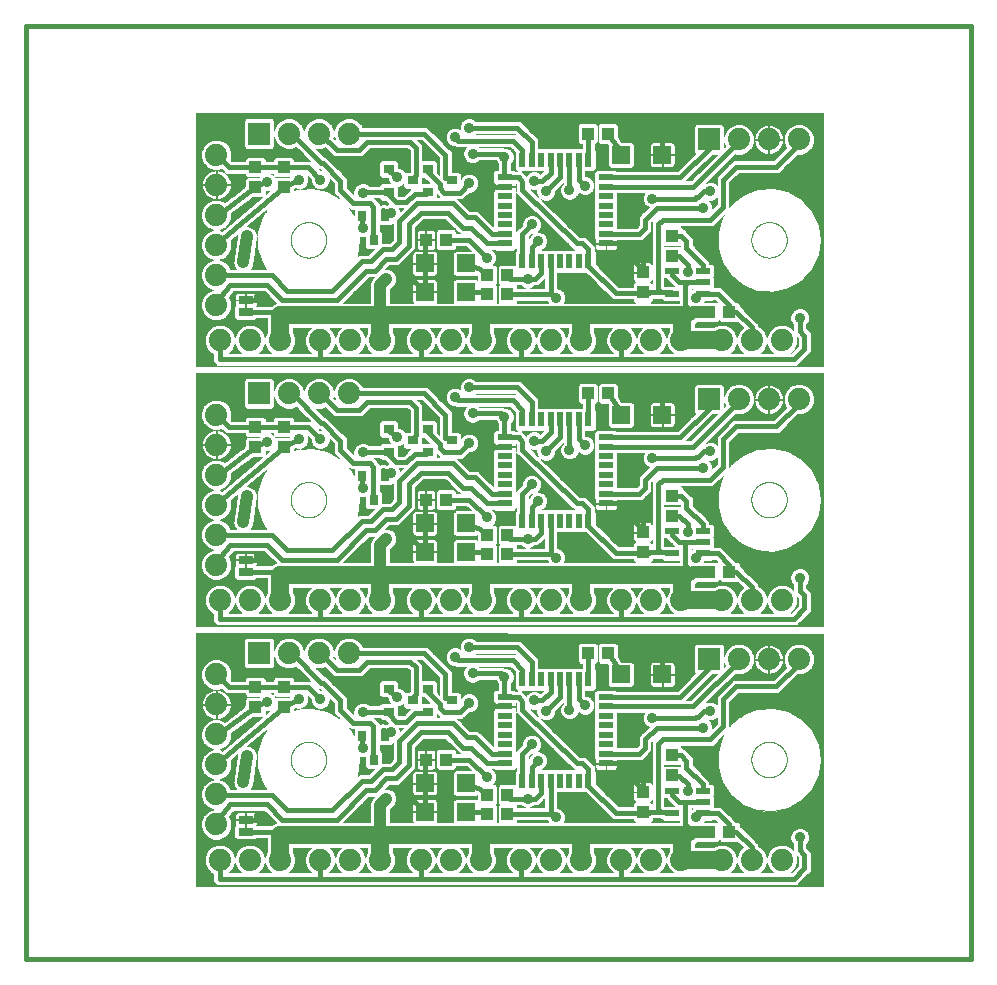
<source format=gtl>
G75*
%MOIN*%
%OFA0B0*%
%FSLAX25Y25*%
%IPPOS*%
%LPD*%
%AMOC8*
5,1,8,0,0,1.08239X$1,22.5*
%
%ADD10C,0.01600*%
%ADD11C,0.00000*%
%ADD12C,0.07400*%
%ADD13R,0.05000X0.02200*%
%ADD14R,0.02200X0.05000*%
%ADD15R,0.04724X0.02165*%
%ADD16R,0.04331X0.03937*%
%ADD17R,0.03937X0.04331*%
%ADD18R,0.07400X0.07400*%
%ADD19R,0.05906X0.05906*%
%ADD20R,0.03100X0.03500*%
%ADD21R,0.03500X0.03100*%
%ADD22C,0.00800*%
%ADD23R,0.05000X0.02500*%
%ADD24C,0.05906*%
%ADD25C,0.03937*%
%ADD26C,0.01575*%
%ADD27C,0.03562*%
%ADD28C,0.00315*%
D10*
X0017567Y0009299D02*
X0332528Y0009299D01*
X0332528Y0320323D01*
X0017567Y0320323D01*
X0017567Y0009299D01*
D11*
X0105755Y0075835D02*
X0105757Y0075988D01*
X0105763Y0076142D01*
X0105773Y0076295D01*
X0105787Y0076447D01*
X0105805Y0076600D01*
X0105827Y0076751D01*
X0105852Y0076902D01*
X0105882Y0077053D01*
X0105916Y0077203D01*
X0105953Y0077351D01*
X0105994Y0077499D01*
X0106039Y0077645D01*
X0106088Y0077791D01*
X0106141Y0077935D01*
X0106197Y0078077D01*
X0106257Y0078218D01*
X0106321Y0078358D01*
X0106388Y0078496D01*
X0106459Y0078632D01*
X0106534Y0078766D01*
X0106611Y0078898D01*
X0106693Y0079028D01*
X0106777Y0079156D01*
X0106865Y0079282D01*
X0106956Y0079405D01*
X0107050Y0079526D01*
X0107148Y0079644D01*
X0107248Y0079760D01*
X0107352Y0079873D01*
X0107458Y0079984D01*
X0107567Y0080092D01*
X0107679Y0080197D01*
X0107793Y0080298D01*
X0107911Y0080397D01*
X0108030Y0080493D01*
X0108152Y0080586D01*
X0108277Y0080675D01*
X0108404Y0080762D01*
X0108533Y0080844D01*
X0108664Y0080924D01*
X0108797Y0081000D01*
X0108932Y0081073D01*
X0109069Y0081142D01*
X0109208Y0081207D01*
X0109348Y0081269D01*
X0109490Y0081327D01*
X0109633Y0081382D01*
X0109778Y0081433D01*
X0109924Y0081480D01*
X0110071Y0081523D01*
X0110219Y0081562D01*
X0110368Y0081598D01*
X0110518Y0081629D01*
X0110669Y0081657D01*
X0110820Y0081681D01*
X0110973Y0081701D01*
X0111125Y0081717D01*
X0111278Y0081729D01*
X0111431Y0081737D01*
X0111584Y0081741D01*
X0111738Y0081741D01*
X0111891Y0081737D01*
X0112044Y0081729D01*
X0112197Y0081717D01*
X0112349Y0081701D01*
X0112502Y0081681D01*
X0112653Y0081657D01*
X0112804Y0081629D01*
X0112954Y0081598D01*
X0113103Y0081562D01*
X0113251Y0081523D01*
X0113398Y0081480D01*
X0113544Y0081433D01*
X0113689Y0081382D01*
X0113832Y0081327D01*
X0113974Y0081269D01*
X0114114Y0081207D01*
X0114253Y0081142D01*
X0114390Y0081073D01*
X0114525Y0081000D01*
X0114658Y0080924D01*
X0114789Y0080844D01*
X0114918Y0080762D01*
X0115045Y0080675D01*
X0115170Y0080586D01*
X0115292Y0080493D01*
X0115411Y0080397D01*
X0115529Y0080298D01*
X0115643Y0080197D01*
X0115755Y0080092D01*
X0115864Y0079984D01*
X0115970Y0079873D01*
X0116074Y0079760D01*
X0116174Y0079644D01*
X0116272Y0079526D01*
X0116366Y0079405D01*
X0116457Y0079282D01*
X0116545Y0079156D01*
X0116629Y0079028D01*
X0116711Y0078898D01*
X0116788Y0078766D01*
X0116863Y0078632D01*
X0116934Y0078496D01*
X0117001Y0078358D01*
X0117065Y0078218D01*
X0117125Y0078077D01*
X0117181Y0077935D01*
X0117234Y0077791D01*
X0117283Y0077645D01*
X0117328Y0077499D01*
X0117369Y0077351D01*
X0117406Y0077203D01*
X0117440Y0077053D01*
X0117470Y0076902D01*
X0117495Y0076751D01*
X0117517Y0076600D01*
X0117535Y0076447D01*
X0117549Y0076295D01*
X0117559Y0076142D01*
X0117565Y0075988D01*
X0117567Y0075835D01*
X0117565Y0075682D01*
X0117559Y0075528D01*
X0117549Y0075375D01*
X0117535Y0075223D01*
X0117517Y0075070D01*
X0117495Y0074919D01*
X0117470Y0074768D01*
X0117440Y0074617D01*
X0117406Y0074467D01*
X0117369Y0074319D01*
X0117328Y0074171D01*
X0117283Y0074025D01*
X0117234Y0073879D01*
X0117181Y0073735D01*
X0117125Y0073593D01*
X0117065Y0073452D01*
X0117001Y0073312D01*
X0116934Y0073174D01*
X0116863Y0073038D01*
X0116788Y0072904D01*
X0116711Y0072772D01*
X0116629Y0072642D01*
X0116545Y0072514D01*
X0116457Y0072388D01*
X0116366Y0072265D01*
X0116272Y0072144D01*
X0116174Y0072026D01*
X0116074Y0071910D01*
X0115970Y0071797D01*
X0115864Y0071686D01*
X0115755Y0071578D01*
X0115643Y0071473D01*
X0115529Y0071372D01*
X0115411Y0071273D01*
X0115292Y0071177D01*
X0115170Y0071084D01*
X0115045Y0070995D01*
X0114918Y0070908D01*
X0114789Y0070826D01*
X0114658Y0070746D01*
X0114525Y0070670D01*
X0114390Y0070597D01*
X0114253Y0070528D01*
X0114114Y0070463D01*
X0113974Y0070401D01*
X0113832Y0070343D01*
X0113689Y0070288D01*
X0113544Y0070237D01*
X0113398Y0070190D01*
X0113251Y0070147D01*
X0113103Y0070108D01*
X0112954Y0070072D01*
X0112804Y0070041D01*
X0112653Y0070013D01*
X0112502Y0069989D01*
X0112349Y0069969D01*
X0112197Y0069953D01*
X0112044Y0069941D01*
X0111891Y0069933D01*
X0111738Y0069929D01*
X0111584Y0069929D01*
X0111431Y0069933D01*
X0111278Y0069941D01*
X0111125Y0069953D01*
X0110973Y0069969D01*
X0110820Y0069989D01*
X0110669Y0070013D01*
X0110518Y0070041D01*
X0110368Y0070072D01*
X0110219Y0070108D01*
X0110071Y0070147D01*
X0109924Y0070190D01*
X0109778Y0070237D01*
X0109633Y0070288D01*
X0109490Y0070343D01*
X0109348Y0070401D01*
X0109208Y0070463D01*
X0109069Y0070528D01*
X0108932Y0070597D01*
X0108797Y0070670D01*
X0108664Y0070746D01*
X0108533Y0070826D01*
X0108404Y0070908D01*
X0108277Y0070995D01*
X0108152Y0071084D01*
X0108030Y0071177D01*
X0107911Y0071273D01*
X0107793Y0071372D01*
X0107679Y0071473D01*
X0107567Y0071578D01*
X0107458Y0071686D01*
X0107352Y0071797D01*
X0107248Y0071910D01*
X0107148Y0072026D01*
X0107050Y0072144D01*
X0106956Y0072265D01*
X0106865Y0072388D01*
X0106777Y0072514D01*
X0106693Y0072642D01*
X0106611Y0072772D01*
X0106534Y0072904D01*
X0106459Y0073038D01*
X0106388Y0073174D01*
X0106321Y0073312D01*
X0106257Y0073452D01*
X0106197Y0073593D01*
X0106141Y0073735D01*
X0106088Y0073879D01*
X0106039Y0074025D01*
X0105994Y0074171D01*
X0105953Y0074319D01*
X0105916Y0074467D01*
X0105882Y0074617D01*
X0105852Y0074768D01*
X0105827Y0074919D01*
X0105805Y0075070D01*
X0105787Y0075223D01*
X0105773Y0075375D01*
X0105763Y0075528D01*
X0105757Y0075682D01*
X0105755Y0075835D01*
X0105755Y0162449D02*
X0105757Y0162602D01*
X0105763Y0162756D01*
X0105773Y0162909D01*
X0105787Y0163061D01*
X0105805Y0163214D01*
X0105827Y0163365D01*
X0105852Y0163516D01*
X0105882Y0163667D01*
X0105916Y0163817D01*
X0105953Y0163965D01*
X0105994Y0164113D01*
X0106039Y0164259D01*
X0106088Y0164405D01*
X0106141Y0164549D01*
X0106197Y0164691D01*
X0106257Y0164832D01*
X0106321Y0164972D01*
X0106388Y0165110D01*
X0106459Y0165246D01*
X0106534Y0165380D01*
X0106611Y0165512D01*
X0106693Y0165642D01*
X0106777Y0165770D01*
X0106865Y0165896D01*
X0106956Y0166019D01*
X0107050Y0166140D01*
X0107148Y0166258D01*
X0107248Y0166374D01*
X0107352Y0166487D01*
X0107458Y0166598D01*
X0107567Y0166706D01*
X0107679Y0166811D01*
X0107793Y0166912D01*
X0107911Y0167011D01*
X0108030Y0167107D01*
X0108152Y0167200D01*
X0108277Y0167289D01*
X0108404Y0167376D01*
X0108533Y0167458D01*
X0108664Y0167538D01*
X0108797Y0167614D01*
X0108932Y0167687D01*
X0109069Y0167756D01*
X0109208Y0167821D01*
X0109348Y0167883D01*
X0109490Y0167941D01*
X0109633Y0167996D01*
X0109778Y0168047D01*
X0109924Y0168094D01*
X0110071Y0168137D01*
X0110219Y0168176D01*
X0110368Y0168212D01*
X0110518Y0168243D01*
X0110669Y0168271D01*
X0110820Y0168295D01*
X0110973Y0168315D01*
X0111125Y0168331D01*
X0111278Y0168343D01*
X0111431Y0168351D01*
X0111584Y0168355D01*
X0111738Y0168355D01*
X0111891Y0168351D01*
X0112044Y0168343D01*
X0112197Y0168331D01*
X0112349Y0168315D01*
X0112502Y0168295D01*
X0112653Y0168271D01*
X0112804Y0168243D01*
X0112954Y0168212D01*
X0113103Y0168176D01*
X0113251Y0168137D01*
X0113398Y0168094D01*
X0113544Y0168047D01*
X0113689Y0167996D01*
X0113832Y0167941D01*
X0113974Y0167883D01*
X0114114Y0167821D01*
X0114253Y0167756D01*
X0114390Y0167687D01*
X0114525Y0167614D01*
X0114658Y0167538D01*
X0114789Y0167458D01*
X0114918Y0167376D01*
X0115045Y0167289D01*
X0115170Y0167200D01*
X0115292Y0167107D01*
X0115411Y0167011D01*
X0115529Y0166912D01*
X0115643Y0166811D01*
X0115755Y0166706D01*
X0115864Y0166598D01*
X0115970Y0166487D01*
X0116074Y0166374D01*
X0116174Y0166258D01*
X0116272Y0166140D01*
X0116366Y0166019D01*
X0116457Y0165896D01*
X0116545Y0165770D01*
X0116629Y0165642D01*
X0116711Y0165512D01*
X0116788Y0165380D01*
X0116863Y0165246D01*
X0116934Y0165110D01*
X0117001Y0164972D01*
X0117065Y0164832D01*
X0117125Y0164691D01*
X0117181Y0164549D01*
X0117234Y0164405D01*
X0117283Y0164259D01*
X0117328Y0164113D01*
X0117369Y0163965D01*
X0117406Y0163817D01*
X0117440Y0163667D01*
X0117470Y0163516D01*
X0117495Y0163365D01*
X0117517Y0163214D01*
X0117535Y0163061D01*
X0117549Y0162909D01*
X0117559Y0162756D01*
X0117565Y0162602D01*
X0117567Y0162449D01*
X0117565Y0162296D01*
X0117559Y0162142D01*
X0117549Y0161989D01*
X0117535Y0161837D01*
X0117517Y0161684D01*
X0117495Y0161533D01*
X0117470Y0161382D01*
X0117440Y0161231D01*
X0117406Y0161081D01*
X0117369Y0160933D01*
X0117328Y0160785D01*
X0117283Y0160639D01*
X0117234Y0160493D01*
X0117181Y0160349D01*
X0117125Y0160207D01*
X0117065Y0160066D01*
X0117001Y0159926D01*
X0116934Y0159788D01*
X0116863Y0159652D01*
X0116788Y0159518D01*
X0116711Y0159386D01*
X0116629Y0159256D01*
X0116545Y0159128D01*
X0116457Y0159002D01*
X0116366Y0158879D01*
X0116272Y0158758D01*
X0116174Y0158640D01*
X0116074Y0158524D01*
X0115970Y0158411D01*
X0115864Y0158300D01*
X0115755Y0158192D01*
X0115643Y0158087D01*
X0115529Y0157986D01*
X0115411Y0157887D01*
X0115292Y0157791D01*
X0115170Y0157698D01*
X0115045Y0157609D01*
X0114918Y0157522D01*
X0114789Y0157440D01*
X0114658Y0157360D01*
X0114525Y0157284D01*
X0114390Y0157211D01*
X0114253Y0157142D01*
X0114114Y0157077D01*
X0113974Y0157015D01*
X0113832Y0156957D01*
X0113689Y0156902D01*
X0113544Y0156851D01*
X0113398Y0156804D01*
X0113251Y0156761D01*
X0113103Y0156722D01*
X0112954Y0156686D01*
X0112804Y0156655D01*
X0112653Y0156627D01*
X0112502Y0156603D01*
X0112349Y0156583D01*
X0112197Y0156567D01*
X0112044Y0156555D01*
X0111891Y0156547D01*
X0111738Y0156543D01*
X0111584Y0156543D01*
X0111431Y0156547D01*
X0111278Y0156555D01*
X0111125Y0156567D01*
X0110973Y0156583D01*
X0110820Y0156603D01*
X0110669Y0156627D01*
X0110518Y0156655D01*
X0110368Y0156686D01*
X0110219Y0156722D01*
X0110071Y0156761D01*
X0109924Y0156804D01*
X0109778Y0156851D01*
X0109633Y0156902D01*
X0109490Y0156957D01*
X0109348Y0157015D01*
X0109208Y0157077D01*
X0109069Y0157142D01*
X0108932Y0157211D01*
X0108797Y0157284D01*
X0108664Y0157360D01*
X0108533Y0157440D01*
X0108404Y0157522D01*
X0108277Y0157609D01*
X0108152Y0157698D01*
X0108030Y0157791D01*
X0107911Y0157887D01*
X0107793Y0157986D01*
X0107679Y0158087D01*
X0107567Y0158192D01*
X0107458Y0158300D01*
X0107352Y0158411D01*
X0107248Y0158524D01*
X0107148Y0158640D01*
X0107050Y0158758D01*
X0106956Y0158879D01*
X0106865Y0159002D01*
X0106777Y0159128D01*
X0106693Y0159256D01*
X0106611Y0159386D01*
X0106534Y0159518D01*
X0106459Y0159652D01*
X0106388Y0159788D01*
X0106321Y0159926D01*
X0106257Y0160066D01*
X0106197Y0160207D01*
X0106141Y0160349D01*
X0106088Y0160493D01*
X0106039Y0160639D01*
X0105994Y0160785D01*
X0105953Y0160933D01*
X0105916Y0161081D01*
X0105882Y0161231D01*
X0105852Y0161382D01*
X0105827Y0161533D01*
X0105805Y0161684D01*
X0105787Y0161837D01*
X0105773Y0161989D01*
X0105763Y0162142D01*
X0105757Y0162296D01*
X0105755Y0162449D01*
X0105755Y0249063D02*
X0105757Y0249216D01*
X0105763Y0249370D01*
X0105773Y0249523D01*
X0105787Y0249675D01*
X0105805Y0249828D01*
X0105827Y0249979D01*
X0105852Y0250130D01*
X0105882Y0250281D01*
X0105916Y0250431D01*
X0105953Y0250579D01*
X0105994Y0250727D01*
X0106039Y0250873D01*
X0106088Y0251019D01*
X0106141Y0251163D01*
X0106197Y0251305D01*
X0106257Y0251446D01*
X0106321Y0251586D01*
X0106388Y0251724D01*
X0106459Y0251860D01*
X0106534Y0251994D01*
X0106611Y0252126D01*
X0106693Y0252256D01*
X0106777Y0252384D01*
X0106865Y0252510D01*
X0106956Y0252633D01*
X0107050Y0252754D01*
X0107148Y0252872D01*
X0107248Y0252988D01*
X0107352Y0253101D01*
X0107458Y0253212D01*
X0107567Y0253320D01*
X0107679Y0253425D01*
X0107793Y0253526D01*
X0107911Y0253625D01*
X0108030Y0253721D01*
X0108152Y0253814D01*
X0108277Y0253903D01*
X0108404Y0253990D01*
X0108533Y0254072D01*
X0108664Y0254152D01*
X0108797Y0254228D01*
X0108932Y0254301D01*
X0109069Y0254370D01*
X0109208Y0254435D01*
X0109348Y0254497D01*
X0109490Y0254555D01*
X0109633Y0254610D01*
X0109778Y0254661D01*
X0109924Y0254708D01*
X0110071Y0254751D01*
X0110219Y0254790D01*
X0110368Y0254826D01*
X0110518Y0254857D01*
X0110669Y0254885D01*
X0110820Y0254909D01*
X0110973Y0254929D01*
X0111125Y0254945D01*
X0111278Y0254957D01*
X0111431Y0254965D01*
X0111584Y0254969D01*
X0111738Y0254969D01*
X0111891Y0254965D01*
X0112044Y0254957D01*
X0112197Y0254945D01*
X0112349Y0254929D01*
X0112502Y0254909D01*
X0112653Y0254885D01*
X0112804Y0254857D01*
X0112954Y0254826D01*
X0113103Y0254790D01*
X0113251Y0254751D01*
X0113398Y0254708D01*
X0113544Y0254661D01*
X0113689Y0254610D01*
X0113832Y0254555D01*
X0113974Y0254497D01*
X0114114Y0254435D01*
X0114253Y0254370D01*
X0114390Y0254301D01*
X0114525Y0254228D01*
X0114658Y0254152D01*
X0114789Y0254072D01*
X0114918Y0253990D01*
X0115045Y0253903D01*
X0115170Y0253814D01*
X0115292Y0253721D01*
X0115411Y0253625D01*
X0115529Y0253526D01*
X0115643Y0253425D01*
X0115755Y0253320D01*
X0115864Y0253212D01*
X0115970Y0253101D01*
X0116074Y0252988D01*
X0116174Y0252872D01*
X0116272Y0252754D01*
X0116366Y0252633D01*
X0116457Y0252510D01*
X0116545Y0252384D01*
X0116629Y0252256D01*
X0116711Y0252126D01*
X0116788Y0251994D01*
X0116863Y0251860D01*
X0116934Y0251724D01*
X0117001Y0251586D01*
X0117065Y0251446D01*
X0117125Y0251305D01*
X0117181Y0251163D01*
X0117234Y0251019D01*
X0117283Y0250873D01*
X0117328Y0250727D01*
X0117369Y0250579D01*
X0117406Y0250431D01*
X0117440Y0250281D01*
X0117470Y0250130D01*
X0117495Y0249979D01*
X0117517Y0249828D01*
X0117535Y0249675D01*
X0117549Y0249523D01*
X0117559Y0249370D01*
X0117565Y0249216D01*
X0117567Y0249063D01*
X0117565Y0248910D01*
X0117559Y0248756D01*
X0117549Y0248603D01*
X0117535Y0248451D01*
X0117517Y0248298D01*
X0117495Y0248147D01*
X0117470Y0247996D01*
X0117440Y0247845D01*
X0117406Y0247695D01*
X0117369Y0247547D01*
X0117328Y0247399D01*
X0117283Y0247253D01*
X0117234Y0247107D01*
X0117181Y0246963D01*
X0117125Y0246821D01*
X0117065Y0246680D01*
X0117001Y0246540D01*
X0116934Y0246402D01*
X0116863Y0246266D01*
X0116788Y0246132D01*
X0116711Y0246000D01*
X0116629Y0245870D01*
X0116545Y0245742D01*
X0116457Y0245616D01*
X0116366Y0245493D01*
X0116272Y0245372D01*
X0116174Y0245254D01*
X0116074Y0245138D01*
X0115970Y0245025D01*
X0115864Y0244914D01*
X0115755Y0244806D01*
X0115643Y0244701D01*
X0115529Y0244600D01*
X0115411Y0244501D01*
X0115292Y0244405D01*
X0115170Y0244312D01*
X0115045Y0244223D01*
X0114918Y0244136D01*
X0114789Y0244054D01*
X0114658Y0243974D01*
X0114525Y0243898D01*
X0114390Y0243825D01*
X0114253Y0243756D01*
X0114114Y0243691D01*
X0113974Y0243629D01*
X0113832Y0243571D01*
X0113689Y0243516D01*
X0113544Y0243465D01*
X0113398Y0243418D01*
X0113251Y0243375D01*
X0113103Y0243336D01*
X0112954Y0243300D01*
X0112804Y0243269D01*
X0112653Y0243241D01*
X0112502Y0243217D01*
X0112349Y0243197D01*
X0112197Y0243181D01*
X0112044Y0243169D01*
X0111891Y0243161D01*
X0111738Y0243157D01*
X0111584Y0243157D01*
X0111431Y0243161D01*
X0111278Y0243169D01*
X0111125Y0243181D01*
X0110973Y0243197D01*
X0110820Y0243217D01*
X0110669Y0243241D01*
X0110518Y0243269D01*
X0110368Y0243300D01*
X0110219Y0243336D01*
X0110071Y0243375D01*
X0109924Y0243418D01*
X0109778Y0243465D01*
X0109633Y0243516D01*
X0109490Y0243571D01*
X0109348Y0243629D01*
X0109208Y0243691D01*
X0109069Y0243756D01*
X0108932Y0243825D01*
X0108797Y0243898D01*
X0108664Y0243974D01*
X0108533Y0244054D01*
X0108404Y0244136D01*
X0108277Y0244223D01*
X0108152Y0244312D01*
X0108030Y0244405D01*
X0107911Y0244501D01*
X0107793Y0244600D01*
X0107679Y0244701D01*
X0107567Y0244806D01*
X0107458Y0244914D01*
X0107352Y0245025D01*
X0107248Y0245138D01*
X0107148Y0245254D01*
X0107050Y0245372D01*
X0106956Y0245493D01*
X0106865Y0245616D01*
X0106777Y0245742D01*
X0106693Y0245870D01*
X0106611Y0246000D01*
X0106534Y0246132D01*
X0106459Y0246266D01*
X0106388Y0246402D01*
X0106321Y0246540D01*
X0106257Y0246680D01*
X0106197Y0246821D01*
X0106141Y0246963D01*
X0106088Y0247107D01*
X0106039Y0247253D01*
X0105994Y0247399D01*
X0105953Y0247547D01*
X0105916Y0247695D01*
X0105882Y0247845D01*
X0105852Y0247996D01*
X0105827Y0248147D01*
X0105805Y0248298D01*
X0105787Y0248451D01*
X0105773Y0248603D01*
X0105763Y0248756D01*
X0105757Y0248910D01*
X0105755Y0249063D01*
X0259299Y0249063D02*
X0259301Y0249216D01*
X0259307Y0249370D01*
X0259317Y0249523D01*
X0259331Y0249675D01*
X0259349Y0249828D01*
X0259371Y0249979D01*
X0259396Y0250130D01*
X0259426Y0250281D01*
X0259460Y0250431D01*
X0259497Y0250579D01*
X0259538Y0250727D01*
X0259583Y0250873D01*
X0259632Y0251019D01*
X0259685Y0251163D01*
X0259741Y0251305D01*
X0259801Y0251446D01*
X0259865Y0251586D01*
X0259932Y0251724D01*
X0260003Y0251860D01*
X0260078Y0251994D01*
X0260155Y0252126D01*
X0260237Y0252256D01*
X0260321Y0252384D01*
X0260409Y0252510D01*
X0260500Y0252633D01*
X0260594Y0252754D01*
X0260692Y0252872D01*
X0260792Y0252988D01*
X0260896Y0253101D01*
X0261002Y0253212D01*
X0261111Y0253320D01*
X0261223Y0253425D01*
X0261337Y0253526D01*
X0261455Y0253625D01*
X0261574Y0253721D01*
X0261696Y0253814D01*
X0261821Y0253903D01*
X0261948Y0253990D01*
X0262077Y0254072D01*
X0262208Y0254152D01*
X0262341Y0254228D01*
X0262476Y0254301D01*
X0262613Y0254370D01*
X0262752Y0254435D01*
X0262892Y0254497D01*
X0263034Y0254555D01*
X0263177Y0254610D01*
X0263322Y0254661D01*
X0263468Y0254708D01*
X0263615Y0254751D01*
X0263763Y0254790D01*
X0263912Y0254826D01*
X0264062Y0254857D01*
X0264213Y0254885D01*
X0264364Y0254909D01*
X0264517Y0254929D01*
X0264669Y0254945D01*
X0264822Y0254957D01*
X0264975Y0254965D01*
X0265128Y0254969D01*
X0265282Y0254969D01*
X0265435Y0254965D01*
X0265588Y0254957D01*
X0265741Y0254945D01*
X0265893Y0254929D01*
X0266046Y0254909D01*
X0266197Y0254885D01*
X0266348Y0254857D01*
X0266498Y0254826D01*
X0266647Y0254790D01*
X0266795Y0254751D01*
X0266942Y0254708D01*
X0267088Y0254661D01*
X0267233Y0254610D01*
X0267376Y0254555D01*
X0267518Y0254497D01*
X0267658Y0254435D01*
X0267797Y0254370D01*
X0267934Y0254301D01*
X0268069Y0254228D01*
X0268202Y0254152D01*
X0268333Y0254072D01*
X0268462Y0253990D01*
X0268589Y0253903D01*
X0268714Y0253814D01*
X0268836Y0253721D01*
X0268955Y0253625D01*
X0269073Y0253526D01*
X0269187Y0253425D01*
X0269299Y0253320D01*
X0269408Y0253212D01*
X0269514Y0253101D01*
X0269618Y0252988D01*
X0269718Y0252872D01*
X0269816Y0252754D01*
X0269910Y0252633D01*
X0270001Y0252510D01*
X0270089Y0252384D01*
X0270173Y0252256D01*
X0270255Y0252126D01*
X0270332Y0251994D01*
X0270407Y0251860D01*
X0270478Y0251724D01*
X0270545Y0251586D01*
X0270609Y0251446D01*
X0270669Y0251305D01*
X0270725Y0251163D01*
X0270778Y0251019D01*
X0270827Y0250873D01*
X0270872Y0250727D01*
X0270913Y0250579D01*
X0270950Y0250431D01*
X0270984Y0250281D01*
X0271014Y0250130D01*
X0271039Y0249979D01*
X0271061Y0249828D01*
X0271079Y0249675D01*
X0271093Y0249523D01*
X0271103Y0249370D01*
X0271109Y0249216D01*
X0271111Y0249063D01*
X0271109Y0248910D01*
X0271103Y0248756D01*
X0271093Y0248603D01*
X0271079Y0248451D01*
X0271061Y0248298D01*
X0271039Y0248147D01*
X0271014Y0247996D01*
X0270984Y0247845D01*
X0270950Y0247695D01*
X0270913Y0247547D01*
X0270872Y0247399D01*
X0270827Y0247253D01*
X0270778Y0247107D01*
X0270725Y0246963D01*
X0270669Y0246821D01*
X0270609Y0246680D01*
X0270545Y0246540D01*
X0270478Y0246402D01*
X0270407Y0246266D01*
X0270332Y0246132D01*
X0270255Y0246000D01*
X0270173Y0245870D01*
X0270089Y0245742D01*
X0270001Y0245616D01*
X0269910Y0245493D01*
X0269816Y0245372D01*
X0269718Y0245254D01*
X0269618Y0245138D01*
X0269514Y0245025D01*
X0269408Y0244914D01*
X0269299Y0244806D01*
X0269187Y0244701D01*
X0269073Y0244600D01*
X0268955Y0244501D01*
X0268836Y0244405D01*
X0268714Y0244312D01*
X0268589Y0244223D01*
X0268462Y0244136D01*
X0268333Y0244054D01*
X0268202Y0243974D01*
X0268069Y0243898D01*
X0267934Y0243825D01*
X0267797Y0243756D01*
X0267658Y0243691D01*
X0267518Y0243629D01*
X0267376Y0243571D01*
X0267233Y0243516D01*
X0267088Y0243465D01*
X0266942Y0243418D01*
X0266795Y0243375D01*
X0266647Y0243336D01*
X0266498Y0243300D01*
X0266348Y0243269D01*
X0266197Y0243241D01*
X0266046Y0243217D01*
X0265893Y0243197D01*
X0265741Y0243181D01*
X0265588Y0243169D01*
X0265435Y0243161D01*
X0265282Y0243157D01*
X0265128Y0243157D01*
X0264975Y0243161D01*
X0264822Y0243169D01*
X0264669Y0243181D01*
X0264517Y0243197D01*
X0264364Y0243217D01*
X0264213Y0243241D01*
X0264062Y0243269D01*
X0263912Y0243300D01*
X0263763Y0243336D01*
X0263615Y0243375D01*
X0263468Y0243418D01*
X0263322Y0243465D01*
X0263177Y0243516D01*
X0263034Y0243571D01*
X0262892Y0243629D01*
X0262752Y0243691D01*
X0262613Y0243756D01*
X0262476Y0243825D01*
X0262341Y0243898D01*
X0262208Y0243974D01*
X0262077Y0244054D01*
X0261948Y0244136D01*
X0261821Y0244223D01*
X0261696Y0244312D01*
X0261574Y0244405D01*
X0261455Y0244501D01*
X0261337Y0244600D01*
X0261223Y0244701D01*
X0261111Y0244806D01*
X0261002Y0244914D01*
X0260896Y0245025D01*
X0260792Y0245138D01*
X0260692Y0245254D01*
X0260594Y0245372D01*
X0260500Y0245493D01*
X0260409Y0245616D01*
X0260321Y0245742D01*
X0260237Y0245870D01*
X0260155Y0246000D01*
X0260078Y0246132D01*
X0260003Y0246266D01*
X0259932Y0246402D01*
X0259865Y0246540D01*
X0259801Y0246680D01*
X0259741Y0246821D01*
X0259685Y0246963D01*
X0259632Y0247107D01*
X0259583Y0247253D01*
X0259538Y0247399D01*
X0259497Y0247547D01*
X0259460Y0247695D01*
X0259426Y0247845D01*
X0259396Y0247996D01*
X0259371Y0248147D01*
X0259349Y0248298D01*
X0259331Y0248451D01*
X0259317Y0248603D01*
X0259307Y0248756D01*
X0259301Y0248910D01*
X0259299Y0249063D01*
X0259299Y0162449D02*
X0259301Y0162602D01*
X0259307Y0162756D01*
X0259317Y0162909D01*
X0259331Y0163061D01*
X0259349Y0163214D01*
X0259371Y0163365D01*
X0259396Y0163516D01*
X0259426Y0163667D01*
X0259460Y0163817D01*
X0259497Y0163965D01*
X0259538Y0164113D01*
X0259583Y0164259D01*
X0259632Y0164405D01*
X0259685Y0164549D01*
X0259741Y0164691D01*
X0259801Y0164832D01*
X0259865Y0164972D01*
X0259932Y0165110D01*
X0260003Y0165246D01*
X0260078Y0165380D01*
X0260155Y0165512D01*
X0260237Y0165642D01*
X0260321Y0165770D01*
X0260409Y0165896D01*
X0260500Y0166019D01*
X0260594Y0166140D01*
X0260692Y0166258D01*
X0260792Y0166374D01*
X0260896Y0166487D01*
X0261002Y0166598D01*
X0261111Y0166706D01*
X0261223Y0166811D01*
X0261337Y0166912D01*
X0261455Y0167011D01*
X0261574Y0167107D01*
X0261696Y0167200D01*
X0261821Y0167289D01*
X0261948Y0167376D01*
X0262077Y0167458D01*
X0262208Y0167538D01*
X0262341Y0167614D01*
X0262476Y0167687D01*
X0262613Y0167756D01*
X0262752Y0167821D01*
X0262892Y0167883D01*
X0263034Y0167941D01*
X0263177Y0167996D01*
X0263322Y0168047D01*
X0263468Y0168094D01*
X0263615Y0168137D01*
X0263763Y0168176D01*
X0263912Y0168212D01*
X0264062Y0168243D01*
X0264213Y0168271D01*
X0264364Y0168295D01*
X0264517Y0168315D01*
X0264669Y0168331D01*
X0264822Y0168343D01*
X0264975Y0168351D01*
X0265128Y0168355D01*
X0265282Y0168355D01*
X0265435Y0168351D01*
X0265588Y0168343D01*
X0265741Y0168331D01*
X0265893Y0168315D01*
X0266046Y0168295D01*
X0266197Y0168271D01*
X0266348Y0168243D01*
X0266498Y0168212D01*
X0266647Y0168176D01*
X0266795Y0168137D01*
X0266942Y0168094D01*
X0267088Y0168047D01*
X0267233Y0167996D01*
X0267376Y0167941D01*
X0267518Y0167883D01*
X0267658Y0167821D01*
X0267797Y0167756D01*
X0267934Y0167687D01*
X0268069Y0167614D01*
X0268202Y0167538D01*
X0268333Y0167458D01*
X0268462Y0167376D01*
X0268589Y0167289D01*
X0268714Y0167200D01*
X0268836Y0167107D01*
X0268955Y0167011D01*
X0269073Y0166912D01*
X0269187Y0166811D01*
X0269299Y0166706D01*
X0269408Y0166598D01*
X0269514Y0166487D01*
X0269618Y0166374D01*
X0269718Y0166258D01*
X0269816Y0166140D01*
X0269910Y0166019D01*
X0270001Y0165896D01*
X0270089Y0165770D01*
X0270173Y0165642D01*
X0270255Y0165512D01*
X0270332Y0165380D01*
X0270407Y0165246D01*
X0270478Y0165110D01*
X0270545Y0164972D01*
X0270609Y0164832D01*
X0270669Y0164691D01*
X0270725Y0164549D01*
X0270778Y0164405D01*
X0270827Y0164259D01*
X0270872Y0164113D01*
X0270913Y0163965D01*
X0270950Y0163817D01*
X0270984Y0163667D01*
X0271014Y0163516D01*
X0271039Y0163365D01*
X0271061Y0163214D01*
X0271079Y0163061D01*
X0271093Y0162909D01*
X0271103Y0162756D01*
X0271109Y0162602D01*
X0271111Y0162449D01*
X0271109Y0162296D01*
X0271103Y0162142D01*
X0271093Y0161989D01*
X0271079Y0161837D01*
X0271061Y0161684D01*
X0271039Y0161533D01*
X0271014Y0161382D01*
X0270984Y0161231D01*
X0270950Y0161081D01*
X0270913Y0160933D01*
X0270872Y0160785D01*
X0270827Y0160639D01*
X0270778Y0160493D01*
X0270725Y0160349D01*
X0270669Y0160207D01*
X0270609Y0160066D01*
X0270545Y0159926D01*
X0270478Y0159788D01*
X0270407Y0159652D01*
X0270332Y0159518D01*
X0270255Y0159386D01*
X0270173Y0159256D01*
X0270089Y0159128D01*
X0270001Y0159002D01*
X0269910Y0158879D01*
X0269816Y0158758D01*
X0269718Y0158640D01*
X0269618Y0158524D01*
X0269514Y0158411D01*
X0269408Y0158300D01*
X0269299Y0158192D01*
X0269187Y0158087D01*
X0269073Y0157986D01*
X0268955Y0157887D01*
X0268836Y0157791D01*
X0268714Y0157698D01*
X0268589Y0157609D01*
X0268462Y0157522D01*
X0268333Y0157440D01*
X0268202Y0157360D01*
X0268069Y0157284D01*
X0267934Y0157211D01*
X0267797Y0157142D01*
X0267658Y0157077D01*
X0267518Y0157015D01*
X0267376Y0156957D01*
X0267233Y0156902D01*
X0267088Y0156851D01*
X0266942Y0156804D01*
X0266795Y0156761D01*
X0266647Y0156722D01*
X0266498Y0156686D01*
X0266348Y0156655D01*
X0266197Y0156627D01*
X0266046Y0156603D01*
X0265893Y0156583D01*
X0265741Y0156567D01*
X0265588Y0156555D01*
X0265435Y0156547D01*
X0265282Y0156543D01*
X0265128Y0156543D01*
X0264975Y0156547D01*
X0264822Y0156555D01*
X0264669Y0156567D01*
X0264517Y0156583D01*
X0264364Y0156603D01*
X0264213Y0156627D01*
X0264062Y0156655D01*
X0263912Y0156686D01*
X0263763Y0156722D01*
X0263615Y0156761D01*
X0263468Y0156804D01*
X0263322Y0156851D01*
X0263177Y0156902D01*
X0263034Y0156957D01*
X0262892Y0157015D01*
X0262752Y0157077D01*
X0262613Y0157142D01*
X0262476Y0157211D01*
X0262341Y0157284D01*
X0262208Y0157360D01*
X0262077Y0157440D01*
X0261948Y0157522D01*
X0261821Y0157609D01*
X0261696Y0157698D01*
X0261574Y0157791D01*
X0261455Y0157887D01*
X0261337Y0157986D01*
X0261223Y0158087D01*
X0261111Y0158192D01*
X0261002Y0158300D01*
X0260896Y0158411D01*
X0260792Y0158524D01*
X0260692Y0158640D01*
X0260594Y0158758D01*
X0260500Y0158879D01*
X0260409Y0159002D01*
X0260321Y0159128D01*
X0260237Y0159256D01*
X0260155Y0159386D01*
X0260078Y0159518D01*
X0260003Y0159652D01*
X0259932Y0159788D01*
X0259865Y0159926D01*
X0259801Y0160066D01*
X0259741Y0160207D01*
X0259685Y0160349D01*
X0259632Y0160493D01*
X0259583Y0160639D01*
X0259538Y0160785D01*
X0259497Y0160933D01*
X0259460Y0161081D01*
X0259426Y0161231D01*
X0259396Y0161382D01*
X0259371Y0161533D01*
X0259349Y0161684D01*
X0259331Y0161837D01*
X0259317Y0161989D01*
X0259307Y0162142D01*
X0259301Y0162296D01*
X0259299Y0162449D01*
X0259299Y0075835D02*
X0259301Y0075988D01*
X0259307Y0076142D01*
X0259317Y0076295D01*
X0259331Y0076447D01*
X0259349Y0076600D01*
X0259371Y0076751D01*
X0259396Y0076902D01*
X0259426Y0077053D01*
X0259460Y0077203D01*
X0259497Y0077351D01*
X0259538Y0077499D01*
X0259583Y0077645D01*
X0259632Y0077791D01*
X0259685Y0077935D01*
X0259741Y0078077D01*
X0259801Y0078218D01*
X0259865Y0078358D01*
X0259932Y0078496D01*
X0260003Y0078632D01*
X0260078Y0078766D01*
X0260155Y0078898D01*
X0260237Y0079028D01*
X0260321Y0079156D01*
X0260409Y0079282D01*
X0260500Y0079405D01*
X0260594Y0079526D01*
X0260692Y0079644D01*
X0260792Y0079760D01*
X0260896Y0079873D01*
X0261002Y0079984D01*
X0261111Y0080092D01*
X0261223Y0080197D01*
X0261337Y0080298D01*
X0261455Y0080397D01*
X0261574Y0080493D01*
X0261696Y0080586D01*
X0261821Y0080675D01*
X0261948Y0080762D01*
X0262077Y0080844D01*
X0262208Y0080924D01*
X0262341Y0081000D01*
X0262476Y0081073D01*
X0262613Y0081142D01*
X0262752Y0081207D01*
X0262892Y0081269D01*
X0263034Y0081327D01*
X0263177Y0081382D01*
X0263322Y0081433D01*
X0263468Y0081480D01*
X0263615Y0081523D01*
X0263763Y0081562D01*
X0263912Y0081598D01*
X0264062Y0081629D01*
X0264213Y0081657D01*
X0264364Y0081681D01*
X0264517Y0081701D01*
X0264669Y0081717D01*
X0264822Y0081729D01*
X0264975Y0081737D01*
X0265128Y0081741D01*
X0265282Y0081741D01*
X0265435Y0081737D01*
X0265588Y0081729D01*
X0265741Y0081717D01*
X0265893Y0081701D01*
X0266046Y0081681D01*
X0266197Y0081657D01*
X0266348Y0081629D01*
X0266498Y0081598D01*
X0266647Y0081562D01*
X0266795Y0081523D01*
X0266942Y0081480D01*
X0267088Y0081433D01*
X0267233Y0081382D01*
X0267376Y0081327D01*
X0267518Y0081269D01*
X0267658Y0081207D01*
X0267797Y0081142D01*
X0267934Y0081073D01*
X0268069Y0081000D01*
X0268202Y0080924D01*
X0268333Y0080844D01*
X0268462Y0080762D01*
X0268589Y0080675D01*
X0268714Y0080586D01*
X0268836Y0080493D01*
X0268955Y0080397D01*
X0269073Y0080298D01*
X0269187Y0080197D01*
X0269299Y0080092D01*
X0269408Y0079984D01*
X0269514Y0079873D01*
X0269618Y0079760D01*
X0269718Y0079644D01*
X0269816Y0079526D01*
X0269910Y0079405D01*
X0270001Y0079282D01*
X0270089Y0079156D01*
X0270173Y0079028D01*
X0270255Y0078898D01*
X0270332Y0078766D01*
X0270407Y0078632D01*
X0270478Y0078496D01*
X0270545Y0078358D01*
X0270609Y0078218D01*
X0270669Y0078077D01*
X0270725Y0077935D01*
X0270778Y0077791D01*
X0270827Y0077645D01*
X0270872Y0077499D01*
X0270913Y0077351D01*
X0270950Y0077203D01*
X0270984Y0077053D01*
X0271014Y0076902D01*
X0271039Y0076751D01*
X0271061Y0076600D01*
X0271079Y0076447D01*
X0271093Y0076295D01*
X0271103Y0076142D01*
X0271109Y0075988D01*
X0271111Y0075835D01*
X0271109Y0075682D01*
X0271103Y0075528D01*
X0271093Y0075375D01*
X0271079Y0075223D01*
X0271061Y0075070D01*
X0271039Y0074919D01*
X0271014Y0074768D01*
X0270984Y0074617D01*
X0270950Y0074467D01*
X0270913Y0074319D01*
X0270872Y0074171D01*
X0270827Y0074025D01*
X0270778Y0073879D01*
X0270725Y0073735D01*
X0270669Y0073593D01*
X0270609Y0073452D01*
X0270545Y0073312D01*
X0270478Y0073174D01*
X0270407Y0073038D01*
X0270332Y0072904D01*
X0270255Y0072772D01*
X0270173Y0072642D01*
X0270089Y0072514D01*
X0270001Y0072388D01*
X0269910Y0072265D01*
X0269816Y0072144D01*
X0269718Y0072026D01*
X0269618Y0071910D01*
X0269514Y0071797D01*
X0269408Y0071686D01*
X0269299Y0071578D01*
X0269187Y0071473D01*
X0269073Y0071372D01*
X0268955Y0071273D01*
X0268836Y0071177D01*
X0268714Y0071084D01*
X0268589Y0070995D01*
X0268462Y0070908D01*
X0268333Y0070826D01*
X0268202Y0070746D01*
X0268069Y0070670D01*
X0267934Y0070597D01*
X0267797Y0070528D01*
X0267658Y0070463D01*
X0267518Y0070401D01*
X0267376Y0070343D01*
X0267233Y0070288D01*
X0267088Y0070237D01*
X0266942Y0070190D01*
X0266795Y0070147D01*
X0266647Y0070108D01*
X0266498Y0070072D01*
X0266348Y0070041D01*
X0266197Y0070013D01*
X0266046Y0069989D01*
X0265893Y0069969D01*
X0265741Y0069953D01*
X0265588Y0069941D01*
X0265435Y0069933D01*
X0265282Y0069929D01*
X0265128Y0069929D01*
X0264975Y0069933D01*
X0264822Y0069941D01*
X0264669Y0069953D01*
X0264517Y0069969D01*
X0264364Y0069989D01*
X0264213Y0070013D01*
X0264062Y0070041D01*
X0263912Y0070072D01*
X0263763Y0070108D01*
X0263615Y0070147D01*
X0263468Y0070190D01*
X0263322Y0070237D01*
X0263177Y0070288D01*
X0263034Y0070343D01*
X0262892Y0070401D01*
X0262752Y0070463D01*
X0262613Y0070528D01*
X0262476Y0070597D01*
X0262341Y0070670D01*
X0262208Y0070746D01*
X0262077Y0070826D01*
X0261948Y0070908D01*
X0261821Y0070995D01*
X0261696Y0071084D01*
X0261574Y0071177D01*
X0261455Y0071273D01*
X0261337Y0071372D01*
X0261223Y0071473D01*
X0261111Y0071578D01*
X0261002Y0071686D01*
X0260896Y0071797D01*
X0260792Y0071910D01*
X0260692Y0072026D01*
X0260594Y0072144D01*
X0260500Y0072265D01*
X0260409Y0072388D01*
X0260321Y0072514D01*
X0260237Y0072642D01*
X0260155Y0072772D01*
X0260078Y0072904D01*
X0260003Y0073038D01*
X0259932Y0073174D01*
X0259865Y0073312D01*
X0259801Y0073452D01*
X0259741Y0073593D01*
X0259685Y0073735D01*
X0259632Y0073879D01*
X0259583Y0074025D01*
X0259538Y0074171D01*
X0259497Y0074319D01*
X0259460Y0074467D01*
X0259426Y0074617D01*
X0259396Y0074768D01*
X0259371Y0074919D01*
X0259349Y0075070D01*
X0259331Y0075223D01*
X0259317Y0075375D01*
X0259307Y0075528D01*
X0259301Y0075682D01*
X0259299Y0075835D01*
D12*
X0259457Y0042370D03*
X0269457Y0042370D03*
X0249457Y0042370D03*
X0235992Y0042370D03*
X0225992Y0042370D03*
X0215992Y0042370D03*
X0202528Y0042370D03*
X0192528Y0042370D03*
X0182528Y0042370D03*
X0169063Y0042370D03*
X0159063Y0042370D03*
X0149063Y0042370D03*
X0135598Y0042370D03*
X0125598Y0042370D03*
X0115598Y0042370D03*
X0102134Y0042370D03*
X0092134Y0042370D03*
X0082134Y0042370D03*
X0080953Y0054181D03*
X0080953Y0064181D03*
X0080953Y0074181D03*
X0080953Y0084181D03*
X0080953Y0094181D03*
X0080953Y0104181D03*
X0105126Y0111268D03*
X0115126Y0111268D03*
X0125126Y0111268D03*
X0125598Y0128984D03*
X0115598Y0128984D03*
X0102134Y0128984D03*
X0092134Y0128984D03*
X0082134Y0128984D03*
X0080953Y0140795D03*
X0080953Y0150795D03*
X0080953Y0160795D03*
X0080953Y0170795D03*
X0080953Y0180795D03*
X0080953Y0190795D03*
X0082134Y0215598D03*
X0092134Y0215598D03*
X0102134Y0215598D03*
X0115598Y0215598D03*
X0125598Y0215598D03*
X0135598Y0215598D03*
X0149063Y0215598D03*
X0159063Y0215598D03*
X0169063Y0215598D03*
X0182528Y0215598D03*
X0192528Y0215598D03*
X0202528Y0215598D03*
X0215992Y0215598D03*
X0225992Y0215598D03*
X0235992Y0215598D03*
X0249457Y0215598D03*
X0259457Y0215598D03*
X0269457Y0215598D03*
X0265126Y0195913D03*
X0275126Y0195913D03*
X0255126Y0195913D03*
X0259457Y0128984D03*
X0269457Y0128984D03*
X0249457Y0128984D03*
X0235992Y0128984D03*
X0225992Y0128984D03*
X0215992Y0128984D03*
X0202528Y0128984D03*
X0192528Y0128984D03*
X0182528Y0128984D03*
X0169063Y0128984D03*
X0159063Y0128984D03*
X0149063Y0128984D03*
X0135598Y0128984D03*
X0125126Y0197882D03*
X0115126Y0197882D03*
X0105126Y0197882D03*
X0080953Y0227409D03*
X0080953Y0237409D03*
X0080953Y0247409D03*
X0080953Y0257409D03*
X0080953Y0267409D03*
X0080953Y0277409D03*
X0105126Y0284496D03*
X0115126Y0284496D03*
X0125126Y0284496D03*
X0255126Y0282528D03*
X0265126Y0282528D03*
X0275126Y0282528D03*
X0275126Y0109299D03*
X0265126Y0109299D03*
X0255126Y0109299D03*
D13*
X0210845Y0096701D03*
X0210845Y0093551D03*
X0210845Y0090402D03*
X0210845Y0087252D03*
X0210845Y0084102D03*
X0210845Y0080953D03*
X0210845Y0077803D03*
X0210845Y0074654D03*
X0177045Y0074654D03*
X0177045Y0077803D03*
X0177045Y0080953D03*
X0177045Y0084102D03*
X0177045Y0087252D03*
X0177045Y0090402D03*
X0177045Y0093551D03*
X0177045Y0096701D03*
X0177045Y0161268D03*
X0177045Y0164417D03*
X0177045Y0167567D03*
X0177045Y0170717D03*
X0177045Y0173866D03*
X0177045Y0177016D03*
X0177045Y0180165D03*
X0177045Y0183315D03*
X0210845Y0183315D03*
X0210845Y0180165D03*
X0210845Y0177016D03*
X0210845Y0173866D03*
X0210845Y0170717D03*
X0210845Y0167567D03*
X0210845Y0164417D03*
X0210845Y0161268D03*
X0210845Y0247882D03*
X0210845Y0251031D03*
X0210845Y0254181D03*
X0210845Y0257331D03*
X0210845Y0260480D03*
X0210845Y0263630D03*
X0210845Y0266780D03*
X0210845Y0269929D03*
X0177045Y0269929D03*
X0177045Y0266780D03*
X0177045Y0263630D03*
X0177045Y0260480D03*
X0177045Y0257331D03*
X0177045Y0254181D03*
X0177045Y0251031D03*
X0177045Y0247882D03*
D14*
X0182921Y0242006D03*
X0186071Y0242006D03*
X0189220Y0242006D03*
X0192370Y0242006D03*
X0195520Y0242006D03*
X0198669Y0242006D03*
X0201819Y0242006D03*
X0204969Y0242006D03*
X0204969Y0275806D03*
X0201819Y0275806D03*
X0198669Y0275806D03*
X0195520Y0275806D03*
X0192370Y0275806D03*
X0189220Y0275806D03*
X0186071Y0275806D03*
X0182921Y0275806D03*
X0182921Y0189191D03*
X0186071Y0189191D03*
X0189220Y0189191D03*
X0192370Y0189191D03*
X0195520Y0189191D03*
X0198669Y0189191D03*
X0201819Y0189191D03*
X0204969Y0189191D03*
X0204969Y0155391D03*
X0201819Y0155391D03*
X0198669Y0155391D03*
X0195520Y0155391D03*
X0192370Y0155391D03*
X0189220Y0155391D03*
X0186071Y0155391D03*
X0182921Y0155391D03*
X0182921Y0102577D03*
X0186071Y0102577D03*
X0189220Y0102577D03*
X0192370Y0102577D03*
X0195520Y0102577D03*
X0198669Y0102577D03*
X0201819Y0102577D03*
X0204969Y0102577D03*
X0204969Y0068777D03*
X0201819Y0068777D03*
X0198669Y0068777D03*
X0195520Y0068777D03*
X0192370Y0068777D03*
X0189220Y0068777D03*
X0186071Y0068777D03*
X0182921Y0068777D03*
D15*
X0232921Y0065402D03*
X0232921Y0057921D03*
X0243158Y0057921D03*
X0243158Y0061661D03*
X0243158Y0065402D03*
X0243158Y0144535D03*
X0243158Y0148276D03*
X0243158Y0152016D03*
X0232921Y0152016D03*
X0232921Y0144535D03*
X0232921Y0231150D03*
X0232921Y0238630D03*
X0243158Y0238630D03*
X0243158Y0234890D03*
X0243158Y0231150D03*
D16*
X0245323Y0225047D03*
X0252016Y0225047D03*
X0232921Y0243748D03*
X0232921Y0250441D03*
X0232921Y0163827D03*
X0232921Y0157134D03*
X0245323Y0138433D03*
X0252016Y0138433D03*
X0232921Y0077213D03*
X0232921Y0070520D03*
X0245323Y0051819D03*
X0252016Y0051819D03*
X0103394Y0093354D03*
X0093945Y0093354D03*
X0093945Y0100047D03*
X0103394Y0100047D03*
X0103394Y0179969D03*
X0103394Y0186661D03*
X0093945Y0186661D03*
X0093945Y0179969D03*
X0093945Y0266583D03*
X0093945Y0273276D03*
X0103394Y0273276D03*
X0103394Y0266583D03*
D17*
X0150835Y0249063D03*
X0157528Y0249063D03*
X0171307Y0237252D03*
X0171307Y0230953D03*
X0178000Y0230953D03*
X0178000Y0237252D03*
X0204772Y0197882D03*
X0211465Y0197882D03*
X0223079Y0231543D03*
X0223079Y0238236D03*
X0211465Y0284496D03*
X0204772Y0284496D03*
X0157528Y0162449D03*
X0150835Y0162449D03*
X0171307Y0150638D03*
X0171307Y0144339D03*
X0178000Y0144339D03*
X0178000Y0150638D03*
X0204772Y0111268D03*
X0211465Y0111268D03*
X0223079Y0144929D03*
X0223079Y0151622D03*
X0157528Y0075835D03*
X0150835Y0075835D03*
X0171307Y0064024D03*
X0171307Y0057724D03*
X0178000Y0057724D03*
X0178000Y0064024D03*
X0223079Y0065008D03*
X0223079Y0058315D03*
D18*
X0245126Y0109299D03*
X0245126Y0195913D03*
X0245126Y0282528D03*
X0095126Y0284496D03*
X0095126Y0197882D03*
X0095126Y0111268D03*
D19*
X0150441Y0145126D03*
X0150441Y0154575D03*
X0164220Y0154575D03*
X0164220Y0145126D03*
X0215795Y0104181D03*
X0229575Y0104181D03*
X0164220Y0067961D03*
X0164220Y0058512D03*
X0150441Y0058512D03*
X0150441Y0067961D03*
X0215795Y0190795D03*
X0229575Y0190795D03*
X0164220Y0231740D03*
X0164220Y0241189D03*
X0150441Y0241189D03*
X0150441Y0231740D03*
X0215795Y0277409D03*
X0229575Y0277409D03*
D20*
X0137215Y0257000D03*
X0133415Y0249000D03*
X0129615Y0257000D03*
X0129615Y0170386D03*
X0133415Y0162386D03*
X0137215Y0170386D03*
X0137215Y0083772D03*
X0129615Y0083772D03*
X0133415Y0075772D03*
D21*
X0138370Y0091820D03*
X0138370Y0099420D03*
X0146370Y0095620D03*
X0151362Y0099420D03*
X0151362Y0091820D03*
X0159362Y0095620D03*
X0151362Y0178434D03*
X0146370Y0182234D03*
X0151362Y0186034D03*
X0159362Y0182234D03*
X0138370Y0186034D03*
X0138370Y0178434D03*
X0138370Y0265048D03*
X0138370Y0272648D03*
X0146370Y0268848D03*
X0151362Y0265048D03*
X0151362Y0272648D03*
X0159362Y0268848D03*
D22*
X0090795Y0228516D02*
X0090795Y0225516D01*
X0090795Y0141902D02*
X0090795Y0138902D01*
X0090795Y0055287D02*
X0090795Y0052287D01*
D23*
X0090795Y0051787D03*
X0090795Y0055787D03*
X0090795Y0138402D03*
X0090795Y0142402D03*
X0090795Y0225016D03*
X0090795Y0229016D03*
D24*
X0102213Y0223866D02*
X0135598Y0223866D01*
X0135598Y0215598D01*
X0135598Y0223866D02*
X0169063Y0223866D01*
X0169063Y0215598D01*
X0169142Y0215598D01*
X0169142Y0223866D01*
X0169063Y0223866D01*
X0169142Y0223866D02*
X0202528Y0223866D01*
X0202528Y0215598D01*
X0202606Y0215598D01*
X0202606Y0223866D01*
X0202528Y0223866D01*
X0202606Y0223866D02*
X0236071Y0223866D01*
X0236071Y0215598D01*
X0235992Y0215598D01*
X0249457Y0215598D01*
X0236071Y0137252D02*
X0202606Y0137252D01*
X0202606Y0128984D01*
X0202528Y0128984D01*
X0202528Y0137252D01*
X0169142Y0137252D01*
X0169142Y0128984D01*
X0169063Y0128984D01*
X0169063Y0137252D01*
X0135598Y0137252D01*
X0135598Y0128984D01*
X0135598Y0137252D02*
X0102213Y0137252D01*
X0102213Y0128984D01*
X0102134Y0128984D01*
X0169063Y0137252D02*
X0169142Y0137252D01*
X0202528Y0137252D02*
X0202606Y0137252D01*
X0236071Y0137252D02*
X0236071Y0128984D01*
X0235992Y0128984D01*
X0249457Y0128984D01*
X0236071Y0050638D02*
X0202606Y0050638D01*
X0202606Y0042370D01*
X0202528Y0042370D01*
X0202528Y0050638D01*
X0169142Y0050638D01*
X0169142Y0042370D01*
X0169063Y0042370D01*
X0169063Y0050638D01*
X0135598Y0050638D01*
X0135598Y0042370D01*
X0135598Y0050638D02*
X0102213Y0050638D01*
X0102213Y0042370D01*
X0102134Y0042370D01*
X0169063Y0050638D02*
X0169142Y0050638D01*
X0202528Y0050638D02*
X0202606Y0050638D01*
X0236071Y0050638D02*
X0236071Y0042370D01*
X0235992Y0042370D01*
X0249457Y0042370D01*
X0102213Y0215598D02*
X0102213Y0223866D01*
X0102134Y0215598D02*
X0102213Y0215598D01*
D25*
X0090008Y0241583D02*
X0091189Y0250244D01*
X0135598Y0234024D02*
X0135598Y0223866D01*
X0135598Y0234024D02*
X0137646Y0236071D01*
X0091189Y0163630D02*
X0090008Y0154969D01*
X0135598Y0147409D02*
X0135598Y0137252D01*
X0135598Y0147409D02*
X0137646Y0149457D01*
X0091189Y0077016D02*
X0090008Y0068354D01*
X0135598Y0060795D02*
X0135598Y0050638D01*
X0135598Y0060795D02*
X0137646Y0062843D01*
X0236071Y0050638D02*
X0238827Y0050638D01*
X0240008Y0051819D01*
X0245323Y0051819D01*
X0238827Y0137252D02*
X0236071Y0137252D01*
X0238827Y0137252D02*
X0240008Y0138433D01*
X0245323Y0138433D01*
X0238827Y0223866D02*
X0236071Y0223866D01*
X0238827Y0223866D02*
X0240008Y0225047D01*
X0245323Y0225047D01*
D26*
X0240008Y0225047D02*
X0237252Y0227409D01*
X0237252Y0234496D01*
X0238039Y0234890D01*
X0243158Y0234890D01*
X0235283Y0234890D01*
X0232921Y0237252D01*
X0232921Y0238630D01*
X0233118Y0243551D02*
X0232921Y0243748D01*
X0234299Y0243748D01*
X0235283Y0243551D02*
X0233118Y0243551D01*
X0235283Y0243551D02*
X0238039Y0240795D01*
X0238039Y0238433D01*
X0243157Y0238630D02*
X0243158Y0238630D01*
X0243157Y0238630D02*
X0243157Y0240795D01*
X0237646Y0246307D01*
X0237646Y0248669D01*
X0235874Y0250441D01*
X0232921Y0250441D01*
X0228197Y0254181D02*
X0229772Y0255756D01*
X0245520Y0255756D01*
X0249850Y0260087D01*
X0249850Y0269142D01*
X0254181Y0273472D01*
X0267567Y0273472D01*
X0275126Y0281031D01*
X0275126Y0282528D01*
X0255126Y0282528D02*
X0255126Y0281898D01*
X0240008Y0266780D01*
X0210845Y0266780D01*
X0210845Y0269929D02*
X0235677Y0269929D01*
X0245520Y0279772D01*
X0245520Y0282134D01*
X0245126Y0282528D01*
X0232134Y0284890D02*
X0229575Y0282331D01*
X0229575Y0277409D01*
X0215795Y0277409D02*
X0215795Y0278197D01*
X0211465Y0284496D01*
X0204772Y0284496D02*
X0204969Y0282724D01*
X0204969Y0275806D01*
X0201819Y0275806D02*
X0201819Y0269142D01*
X0203787Y0267173D01*
X0198669Y0265598D02*
X0198669Y0275806D01*
X0195520Y0275806D02*
X0195520Y0269929D01*
X0190795Y0265205D01*
X0189614Y0268748D02*
X0192370Y0271504D01*
X0192370Y0275806D01*
X0186071Y0275806D02*
X0186071Y0281740D01*
X0181346Y0286465D01*
X0165205Y0286465D01*
X0161661Y0282134D02*
X0179772Y0282134D01*
X0182921Y0278984D01*
X0182921Y0275806D01*
X0177016Y0276622D02*
X0177016Y0269958D01*
X0177045Y0269929D01*
X0181740Y0269929D01*
X0182921Y0268354D01*
X0182921Y0265598D01*
X0201031Y0247882D01*
X0203000Y0247882D01*
X0204969Y0245913D01*
X0204969Y0242006D01*
X0204969Y0240402D01*
X0214024Y0231346D01*
X0225244Y0231346D01*
X0223079Y0231543D01*
X0229378Y0231543D01*
X0228197Y0232331D01*
X0228197Y0254181D01*
X0223866Y0253000D02*
X0221898Y0251031D01*
X0210845Y0251031D01*
X0210845Y0247882D02*
X0215795Y0247882D01*
X0223079Y0238236D01*
X0223079Y0247252D01*
X0223394Y0246780D01*
X0223866Y0253000D02*
X0223866Y0255756D01*
X0227803Y0259693D01*
X0241189Y0259693D01*
X0243157Y0260087D01*
X0243157Y0259693D01*
X0241583Y0263236D02*
X0243551Y0265205D01*
X0245520Y0265205D01*
X0241583Y0263236D02*
X0240795Y0263236D01*
X0240402Y0262843D01*
X0226228Y0262843D01*
X0229378Y0231543D02*
X0232527Y0231543D01*
X0232921Y0231150D01*
X0240795Y0229772D02*
X0242370Y0231346D01*
X0242961Y0231346D01*
X0243158Y0231150D01*
X0248079Y0231150D01*
X0251819Y0227409D01*
X0251819Y0225244D01*
X0252016Y0225047D01*
X0254339Y0225047D01*
X0259378Y0220008D01*
X0259378Y0215677D01*
X0259457Y0215598D01*
X0273472Y0209299D02*
X0215992Y0209299D01*
X0215992Y0215598D01*
X0215992Y0209299D02*
X0182528Y0209299D01*
X0182528Y0215598D01*
X0182528Y0209299D02*
X0149063Y0209299D01*
X0149063Y0215598D01*
X0149063Y0209299D02*
X0115598Y0209299D01*
X0115598Y0215598D01*
X0115598Y0209299D02*
X0082134Y0209299D01*
X0082134Y0215598D01*
X0090795Y0225016D02*
X0101063Y0225016D01*
X0102213Y0223866D01*
X0103000Y0228984D02*
X0121110Y0228984D01*
X0130953Y0238827D01*
X0133709Y0238827D01*
X0137646Y0242764D01*
X0140795Y0242764D01*
X0145126Y0247094D01*
X0145126Y0254181D01*
X0149063Y0258118D01*
X0158118Y0258118D01*
X0163236Y0253000D01*
X0165992Y0253000D01*
X0171110Y0247882D01*
X0177045Y0247882D01*
X0177045Y0251031D02*
X0172685Y0251031D01*
X0167173Y0256543D01*
X0164417Y0256543D01*
X0159693Y0261268D01*
X0147882Y0261268D01*
X0141976Y0255362D01*
X0141976Y0248276D01*
X0139614Y0245913D01*
X0136465Y0245913D01*
X0132528Y0241976D01*
X0129378Y0241976D01*
X0119535Y0232134D01*
X0104575Y0232134D01*
X0099457Y0237252D01*
X0080953Y0237252D01*
X0080953Y0237409D01*
X0080953Y0237646D01*
X0085677Y0234102D02*
X0097882Y0234102D01*
X0103000Y0228984D01*
X0095126Y0230165D02*
X0094370Y0229016D01*
X0090795Y0229016D01*
X0085677Y0234102D02*
X0080953Y0228197D01*
X0080953Y0227409D01*
X0080953Y0227016D01*
X0080953Y0247409D02*
X0080953Y0247685D01*
X0103394Y0266583D01*
X0103197Y0266583D01*
X0108512Y0269142D01*
X0111465Y0273276D02*
X0115598Y0269142D01*
X0111465Y0273276D02*
X0103394Y0273276D01*
X0085087Y0273276D01*
X0080953Y0277409D01*
X0093945Y0273276D02*
X0103394Y0273276D01*
X0097882Y0268354D02*
X0092567Y0266583D01*
X0093945Y0266583D01*
X0081622Y0257409D01*
X0080953Y0257409D01*
X0105126Y0284496D02*
X0106150Y0284496D01*
X0115992Y0274654D01*
X0116386Y0274654D01*
X0122291Y0268748D01*
X0122291Y0265598D01*
X0126622Y0261268D01*
X0132134Y0261268D01*
X0133315Y0260087D01*
X0133315Y0249100D01*
X0133415Y0249000D01*
X0129772Y0253000D02*
X0129615Y0253157D01*
X0129615Y0257000D01*
X0136428Y0258869D02*
X0139220Y0258118D01*
X0137215Y0257000D02*
X0136428Y0258869D01*
X0140795Y0261661D02*
X0138370Y0264087D01*
X0138370Y0265048D01*
X0131190Y0265048D01*
X0129772Y0264811D01*
X0138370Y0271961D02*
X0141189Y0269929D01*
X0138370Y0271961D02*
X0138370Y0272648D01*
X0146701Y0270092D02*
X0146370Y0268848D01*
X0147488Y0270754D01*
X0147488Y0279772D01*
X0145520Y0281740D01*
X0131346Y0281740D01*
X0128591Y0278984D01*
X0121110Y0278984D01*
X0115598Y0284496D01*
X0115126Y0284496D01*
X0125126Y0284496D02*
X0150244Y0284496D01*
X0157331Y0277409D01*
X0157331Y0269698D01*
X0159362Y0268848D01*
X0155362Y0267567D02*
X0155362Y0266386D01*
X0156937Y0264811D01*
X0162055Y0264811D01*
X0165205Y0267961D01*
X0168748Y0271898D02*
X0173866Y0266780D01*
X0177045Y0266780D01*
X0177016Y0276622D02*
X0175835Y0277803D01*
X0166386Y0277803D01*
X0161661Y0282134D02*
X0160480Y0283315D01*
X0151362Y0272648D02*
X0151362Y0271567D01*
X0155362Y0267567D01*
X0151362Y0265048D02*
X0150731Y0264417D01*
X0147094Y0264417D01*
X0144339Y0261661D01*
X0140795Y0261661D01*
X0150441Y0249457D02*
X0150835Y0249063D01*
X0150441Y0249457D02*
X0150441Y0231740D01*
X0147291Y0234890D01*
X0143157Y0234890D01*
X0150441Y0231740D02*
X0150441Y0241189D01*
X0157528Y0249063D02*
X0165205Y0249063D01*
X0171110Y0243157D01*
X0168945Y0239220D02*
X0171307Y0237252D01*
X0168945Y0239220D02*
X0164220Y0241189D01*
X0164220Y0231740D02*
X0170520Y0231740D01*
X0171307Y0230953D01*
X0178000Y0230953D02*
X0192764Y0230953D01*
X0194142Y0229772D01*
X0192370Y0231346D01*
X0192370Y0242006D01*
X0189220Y0242006D02*
X0189220Y0238039D01*
X0187252Y0236071D01*
X0184693Y0236071D01*
X0178787Y0236071D01*
X0178000Y0237252D01*
X0182921Y0242006D02*
X0182921Y0251031D01*
X0186071Y0254181D01*
X0188039Y0248669D02*
X0186071Y0246701D01*
X0186071Y0242006D01*
X0186858Y0268748D02*
X0189614Y0268748D01*
X0181346Y0199850D02*
X0165205Y0199850D01*
X0161661Y0195520D02*
X0160480Y0196701D01*
X0161661Y0195520D02*
X0179772Y0195520D01*
X0182921Y0192370D01*
X0182921Y0189191D01*
X0186071Y0189191D02*
X0186071Y0195126D01*
X0181346Y0199850D01*
X0175835Y0191189D02*
X0177016Y0190008D01*
X0177016Y0183344D01*
X0177045Y0183315D01*
X0181740Y0183315D01*
X0182921Y0181740D01*
X0182921Y0178984D01*
X0201031Y0161268D01*
X0203000Y0161268D01*
X0204969Y0159299D01*
X0204969Y0155391D01*
X0204969Y0153787D01*
X0214024Y0144732D01*
X0225244Y0144732D01*
X0223079Y0144929D01*
X0229378Y0144929D01*
X0228197Y0145717D01*
X0228197Y0167567D01*
X0229772Y0169142D01*
X0245520Y0169142D01*
X0249850Y0173472D01*
X0249850Y0182528D01*
X0254181Y0186858D01*
X0267567Y0186858D01*
X0275126Y0194417D01*
X0275126Y0195913D01*
X0273472Y0209299D02*
X0277016Y0212843D01*
X0277016Y0217173D01*
X0275441Y0218748D01*
X0275441Y0223079D01*
X0255126Y0195913D02*
X0255126Y0195283D01*
X0240008Y0180165D01*
X0210845Y0180165D01*
X0210845Y0183315D02*
X0235677Y0183315D01*
X0245520Y0193157D01*
X0245520Y0195520D01*
X0245126Y0195913D01*
X0232134Y0198276D02*
X0229575Y0195717D01*
X0229575Y0190795D01*
X0215795Y0190795D02*
X0215795Y0191583D01*
X0211465Y0197882D01*
X0204772Y0197882D02*
X0204969Y0196110D01*
X0204969Y0189191D01*
X0201819Y0189191D02*
X0201819Y0182528D01*
X0203787Y0180559D01*
X0198669Y0178984D02*
X0198669Y0189191D01*
X0195520Y0189191D02*
X0195520Y0183315D01*
X0190795Y0178591D01*
X0189614Y0182134D02*
X0192370Y0184890D01*
X0192370Y0189191D01*
X0189614Y0182134D02*
X0186858Y0182134D01*
X0177045Y0180165D02*
X0173866Y0180165D01*
X0168748Y0185283D01*
X0165205Y0181346D02*
X0162055Y0178197D01*
X0156937Y0178197D01*
X0155362Y0179772D01*
X0155362Y0180953D01*
X0151362Y0184953D01*
X0151362Y0186034D01*
X0147488Y0184139D02*
X0146370Y0182234D01*
X0146701Y0183478D01*
X0147488Y0184139D02*
X0147488Y0193157D01*
X0145520Y0195126D01*
X0131346Y0195126D01*
X0128591Y0192370D01*
X0121110Y0192370D01*
X0115598Y0197882D01*
X0115126Y0197882D01*
X0106150Y0197882D02*
X0115992Y0188039D01*
X0116386Y0188039D01*
X0122291Y0182134D01*
X0122291Y0178984D01*
X0126622Y0174654D01*
X0132134Y0174654D01*
X0133315Y0173472D01*
X0133315Y0162486D01*
X0133415Y0162386D01*
X0136465Y0159299D02*
X0139614Y0159299D01*
X0141976Y0161661D01*
X0141976Y0168748D01*
X0147882Y0174654D01*
X0159693Y0174654D01*
X0164417Y0169929D01*
X0167173Y0169929D01*
X0172685Y0164417D01*
X0177045Y0164417D01*
X0177045Y0161268D02*
X0171110Y0161268D01*
X0165992Y0166386D01*
X0163236Y0166386D01*
X0158118Y0171504D01*
X0149063Y0171504D01*
X0145126Y0167567D01*
X0145126Y0160480D01*
X0140795Y0156150D01*
X0137646Y0156150D01*
X0133709Y0152213D01*
X0130953Y0152213D01*
X0121110Y0142370D01*
X0103000Y0142370D01*
X0097882Y0147488D01*
X0085677Y0147488D01*
X0080953Y0141583D01*
X0080953Y0140795D01*
X0080953Y0140402D01*
X0090795Y0142402D02*
X0094370Y0142402D01*
X0095126Y0143551D01*
X0090795Y0138402D02*
X0101063Y0138402D01*
X0102213Y0137252D01*
X0104575Y0145520D02*
X0119535Y0145520D01*
X0129378Y0155362D01*
X0132528Y0155362D01*
X0136465Y0159299D01*
X0129772Y0166386D02*
X0129615Y0166543D01*
X0129615Y0170386D01*
X0136428Y0172254D02*
X0139220Y0171504D01*
X0137215Y0170386D02*
X0136428Y0172254D01*
X0140795Y0175047D02*
X0138370Y0177472D01*
X0138370Y0178434D01*
X0131190Y0178434D01*
X0129772Y0178197D01*
X0138370Y0185346D02*
X0141189Y0183315D01*
X0138370Y0185346D02*
X0138370Y0186034D01*
X0147094Y0177803D02*
X0150731Y0177803D01*
X0151362Y0178434D01*
X0147094Y0177803D02*
X0144339Y0175047D01*
X0140795Y0175047D01*
X0150441Y0162843D02*
X0150835Y0162449D01*
X0150441Y0162843D02*
X0150441Y0145126D01*
X0147291Y0148276D01*
X0143157Y0148276D01*
X0150441Y0145126D02*
X0150441Y0154575D01*
X0157528Y0162449D02*
X0165205Y0162449D01*
X0171110Y0156543D01*
X0168945Y0152606D02*
X0171307Y0150638D01*
X0168945Y0152606D02*
X0164220Y0154575D01*
X0164220Y0145126D02*
X0170520Y0145126D01*
X0171307Y0144339D01*
X0178000Y0144339D02*
X0192764Y0144339D01*
X0194142Y0143157D01*
X0192370Y0144732D01*
X0192370Y0155391D01*
X0189220Y0155391D02*
X0189220Y0151425D01*
X0187252Y0149457D01*
X0184693Y0149457D01*
X0178787Y0149457D01*
X0178000Y0150638D01*
X0182921Y0155391D02*
X0182921Y0164417D01*
X0186071Y0167567D01*
X0188039Y0162055D02*
X0186071Y0160087D01*
X0186071Y0155391D01*
X0210845Y0161268D02*
X0215795Y0161268D01*
X0223079Y0151622D01*
X0223079Y0160638D01*
X0223394Y0160165D01*
X0221898Y0164417D02*
X0210845Y0164417D01*
X0221898Y0164417D02*
X0223866Y0166386D01*
X0223866Y0169142D01*
X0227803Y0173079D01*
X0241189Y0173079D01*
X0243157Y0173472D01*
X0243157Y0173079D01*
X0241583Y0176622D02*
X0243551Y0178591D01*
X0245520Y0178591D01*
X0241583Y0176622D02*
X0240795Y0176622D01*
X0240402Y0176228D01*
X0226228Y0176228D01*
X0232921Y0163827D02*
X0235874Y0163827D01*
X0237646Y0162055D01*
X0237646Y0159693D01*
X0243157Y0154181D01*
X0243157Y0152016D01*
X0243158Y0152016D01*
X0243158Y0148276D02*
X0238039Y0148276D01*
X0237252Y0147882D01*
X0237252Y0140795D01*
X0240008Y0138433D01*
X0240795Y0143157D02*
X0242370Y0144732D01*
X0242961Y0144732D01*
X0243158Y0144535D01*
X0248079Y0144535D01*
X0251819Y0140795D01*
X0251819Y0138630D01*
X0252016Y0138433D01*
X0254339Y0138433D01*
X0259378Y0133394D01*
X0259378Y0129063D01*
X0259457Y0128984D01*
X0273472Y0122685D02*
X0215992Y0122685D01*
X0215992Y0128984D01*
X0215992Y0122685D02*
X0182528Y0122685D01*
X0182528Y0128984D01*
X0182528Y0122685D02*
X0149063Y0122685D01*
X0149063Y0128984D01*
X0149063Y0122685D02*
X0115598Y0122685D01*
X0115598Y0128984D01*
X0115598Y0122685D02*
X0082134Y0122685D01*
X0082134Y0128984D01*
X0080953Y0150638D02*
X0099457Y0150638D01*
X0104575Y0145520D01*
X0080953Y0150638D02*
X0080953Y0150795D01*
X0080953Y0151031D01*
X0080953Y0160795D02*
X0080953Y0161071D01*
X0103394Y0179969D01*
X0103197Y0179969D01*
X0108512Y0182528D01*
X0111465Y0186661D02*
X0115598Y0182528D01*
X0111465Y0186661D02*
X0103394Y0186661D01*
X0085087Y0186661D01*
X0080953Y0190795D01*
X0093945Y0186661D02*
X0103394Y0186661D01*
X0097882Y0181740D02*
X0092567Y0179969D01*
X0093945Y0179969D01*
X0081622Y0170795D01*
X0080953Y0170795D01*
X0105126Y0197882D02*
X0106150Y0197882D01*
X0125126Y0197882D02*
X0150244Y0197882D01*
X0157331Y0190795D01*
X0157331Y0183084D01*
X0159362Y0182234D01*
X0166386Y0191189D02*
X0175835Y0191189D01*
X0229378Y0144929D02*
X0232527Y0144929D01*
X0232921Y0144535D01*
X0235283Y0148276D02*
X0232921Y0150638D01*
X0232921Y0152016D01*
X0235283Y0148276D02*
X0243158Y0148276D01*
X0238039Y0151819D02*
X0238039Y0154181D01*
X0235283Y0156937D01*
X0233118Y0156937D01*
X0232921Y0157134D01*
X0234299Y0157134D01*
X0273472Y0122685D02*
X0277016Y0126228D01*
X0277016Y0130559D01*
X0275441Y0132134D01*
X0275441Y0136465D01*
X0275126Y0109299D02*
X0275126Y0107803D01*
X0267567Y0100244D01*
X0254181Y0100244D01*
X0249850Y0095913D01*
X0249850Y0086858D01*
X0245520Y0082528D01*
X0229772Y0082528D01*
X0228197Y0080953D01*
X0228197Y0059102D01*
X0229378Y0058315D01*
X0232527Y0058315D01*
X0232921Y0057921D01*
X0229378Y0058315D02*
X0223079Y0058315D01*
X0225244Y0058118D01*
X0214024Y0058118D01*
X0204969Y0067173D01*
X0204969Y0068777D01*
X0204969Y0072685D01*
X0203000Y0074654D01*
X0201031Y0074654D01*
X0182921Y0092370D01*
X0182921Y0095126D01*
X0181740Y0096701D01*
X0177045Y0096701D01*
X0177016Y0096730D01*
X0177016Y0103394D01*
X0175835Y0104575D01*
X0166386Y0104575D01*
X0161661Y0108906D02*
X0179772Y0108906D01*
X0182921Y0105756D01*
X0182921Y0102577D01*
X0186071Y0102577D02*
X0186071Y0108512D01*
X0181346Y0113236D01*
X0165205Y0113236D01*
X0161661Y0108906D02*
X0160480Y0110087D01*
X0157331Y0104181D02*
X0157331Y0096470D01*
X0159362Y0095620D01*
X0155362Y0094339D02*
X0155362Y0093157D01*
X0156937Y0091583D01*
X0162055Y0091583D01*
X0165205Y0094732D01*
X0168748Y0098669D02*
X0173866Y0093551D01*
X0177045Y0093551D01*
X0186858Y0095520D02*
X0189614Y0095520D01*
X0192370Y0098276D01*
X0192370Y0102577D01*
X0195520Y0102577D02*
X0195520Y0096701D01*
X0190795Y0091976D01*
X0198669Y0092370D02*
X0198669Y0102577D01*
X0201819Y0102577D02*
X0201819Y0095913D01*
X0203787Y0093945D01*
X0204969Y0102577D02*
X0204969Y0109496D01*
X0204772Y0111268D01*
X0211465Y0111268D02*
X0215795Y0104969D01*
X0215795Y0104181D01*
X0210845Y0096701D02*
X0235677Y0096701D01*
X0245520Y0106543D01*
X0245520Y0108906D01*
X0245126Y0109299D01*
X0255126Y0109299D02*
X0255126Y0108669D01*
X0240008Y0093551D01*
X0210845Y0093551D01*
X0226228Y0089614D02*
X0240402Y0089614D01*
X0240795Y0090008D01*
X0241583Y0090008D01*
X0243551Y0091976D01*
X0245520Y0091976D01*
X0243157Y0086858D02*
X0241189Y0086465D01*
X0227803Y0086465D01*
X0223866Y0082528D01*
X0223866Y0079772D01*
X0221898Y0077803D01*
X0210845Y0077803D01*
X0210845Y0074654D02*
X0215795Y0074654D01*
X0223079Y0065008D01*
X0223079Y0074024D01*
X0223394Y0073551D01*
X0232921Y0070520D02*
X0233118Y0070323D01*
X0235283Y0070323D01*
X0238039Y0067567D01*
X0238039Y0065205D01*
X0238039Y0061661D02*
X0237252Y0061268D01*
X0237252Y0054181D01*
X0240008Y0051819D01*
X0240795Y0056543D02*
X0242370Y0058118D01*
X0242961Y0058118D01*
X0243158Y0057921D01*
X0248079Y0057921D01*
X0251819Y0054181D01*
X0251819Y0052016D01*
X0252016Y0051819D01*
X0254339Y0051819D01*
X0259378Y0046780D01*
X0259378Y0042449D01*
X0259457Y0042370D01*
X0273472Y0036071D02*
X0215992Y0036071D01*
X0215992Y0042370D01*
X0215992Y0036071D02*
X0182528Y0036071D01*
X0182528Y0042370D01*
X0182528Y0036071D02*
X0149063Y0036071D01*
X0149063Y0042370D01*
X0149063Y0036071D02*
X0115598Y0036071D01*
X0115598Y0042370D01*
X0115598Y0036071D02*
X0082134Y0036071D01*
X0082134Y0042370D01*
X0080953Y0053787D02*
X0080953Y0054181D01*
X0080953Y0054969D01*
X0085677Y0060874D01*
X0097882Y0060874D01*
X0103000Y0055756D01*
X0121110Y0055756D01*
X0130953Y0065598D01*
X0133709Y0065598D01*
X0137646Y0069535D01*
X0140795Y0069535D01*
X0145126Y0073866D01*
X0145126Y0080953D01*
X0149063Y0084890D01*
X0158118Y0084890D01*
X0163236Y0079772D01*
X0165992Y0079772D01*
X0171110Y0074654D01*
X0177045Y0074654D01*
X0177045Y0077803D02*
X0172685Y0077803D01*
X0167173Y0083315D01*
X0164417Y0083315D01*
X0159693Y0088039D01*
X0147882Y0088039D01*
X0141976Y0082134D01*
X0141976Y0075047D01*
X0139614Y0072685D01*
X0136465Y0072685D01*
X0132528Y0068748D01*
X0129378Y0068748D01*
X0119535Y0058906D01*
X0104575Y0058906D01*
X0099457Y0064024D01*
X0080953Y0064024D01*
X0080953Y0064181D01*
X0080953Y0064417D01*
X0090795Y0055787D02*
X0094370Y0055787D01*
X0095126Y0056937D01*
X0090795Y0051787D02*
X0101063Y0051787D01*
X0102213Y0050638D01*
X0080953Y0074181D02*
X0080953Y0074457D01*
X0103394Y0093354D01*
X0103197Y0093354D01*
X0108512Y0095913D01*
X0111465Y0100047D02*
X0103394Y0100047D01*
X0085087Y0100047D01*
X0080953Y0104181D01*
X0093945Y0100047D02*
X0103394Y0100047D01*
X0097882Y0095126D02*
X0092567Y0093354D01*
X0093945Y0093354D01*
X0081622Y0084181D01*
X0080953Y0084181D01*
X0105126Y0111268D02*
X0106150Y0111268D01*
X0115992Y0101425D01*
X0116386Y0101425D01*
X0122291Y0095520D01*
X0122291Y0092370D01*
X0126622Y0088039D01*
X0132134Y0088039D01*
X0133315Y0086858D01*
X0133315Y0075872D01*
X0133415Y0075772D01*
X0129772Y0079772D02*
X0129615Y0079928D01*
X0129615Y0083772D01*
X0136428Y0085640D02*
X0139220Y0084890D01*
X0137215Y0083772D02*
X0136428Y0085640D01*
X0140795Y0088433D02*
X0138370Y0090858D01*
X0138370Y0091820D01*
X0131190Y0091820D01*
X0129772Y0091583D01*
X0138370Y0098732D02*
X0141189Y0096701D01*
X0138370Y0098732D02*
X0138370Y0099420D01*
X0146701Y0096864D02*
X0146370Y0095620D01*
X0147488Y0097525D01*
X0147488Y0106543D01*
X0145520Y0108512D01*
X0131346Y0108512D01*
X0128591Y0105756D01*
X0121110Y0105756D01*
X0115598Y0111268D01*
X0115126Y0111268D01*
X0125126Y0111268D02*
X0150244Y0111268D01*
X0157331Y0104181D01*
X0151362Y0099420D02*
X0151362Y0098339D01*
X0155362Y0094339D01*
X0151362Y0091820D02*
X0150731Y0091189D01*
X0147094Y0091189D01*
X0144339Y0088433D01*
X0140795Y0088433D01*
X0150441Y0076228D02*
X0150835Y0075835D01*
X0150441Y0076228D02*
X0150441Y0058512D01*
X0147291Y0061661D01*
X0143157Y0061661D01*
X0150441Y0058512D02*
X0150441Y0067961D01*
X0157528Y0075835D02*
X0165205Y0075835D01*
X0171110Y0069929D01*
X0168945Y0065992D02*
X0171307Y0064024D01*
X0168945Y0065992D02*
X0164220Y0067961D01*
X0164220Y0058512D02*
X0170520Y0058512D01*
X0171307Y0057724D01*
X0178000Y0057724D02*
X0192764Y0057724D01*
X0194142Y0056543D01*
X0192370Y0058118D01*
X0192370Y0068777D01*
X0189220Y0068777D02*
X0189220Y0064811D01*
X0187252Y0062843D01*
X0184693Y0062843D01*
X0178787Y0062843D01*
X0178000Y0064024D01*
X0182921Y0068777D02*
X0182921Y0077803D01*
X0186071Y0080953D01*
X0188039Y0075441D02*
X0186071Y0073472D01*
X0186071Y0068777D01*
X0229575Y0104181D02*
X0229575Y0109102D01*
X0232134Y0111661D01*
X0243157Y0086858D02*
X0243157Y0086465D01*
X0235874Y0077213D02*
X0232921Y0077213D01*
X0235874Y0077213D02*
X0237646Y0075441D01*
X0237646Y0073079D01*
X0243157Y0067567D01*
X0243157Y0065402D01*
X0243158Y0065402D01*
X0243158Y0061661D02*
X0238039Y0061661D01*
X0235283Y0061661D02*
X0243158Y0061661D01*
X0235283Y0061661D02*
X0232921Y0064024D01*
X0232921Y0065402D01*
X0232921Y0070520D02*
X0234299Y0070520D01*
X0273472Y0036071D02*
X0277016Y0039614D01*
X0277016Y0043945D01*
X0275441Y0045520D01*
X0275441Y0049850D01*
X0115598Y0095913D02*
X0111465Y0100047D01*
D27*
X0108512Y0095913D03*
X0115598Y0095913D03*
X0129772Y0091583D03*
X0139220Y0084890D03*
X0129772Y0079772D03*
X0137646Y0062843D03*
X0143157Y0061661D03*
X0171110Y0069929D03*
X0184693Y0062843D03*
X0194142Y0056543D03*
X0188039Y0075441D03*
X0186071Y0080953D03*
X0190795Y0091976D03*
X0186858Y0095520D03*
X0177016Y0103394D03*
X0168748Y0098669D03*
X0165205Y0094732D03*
X0166386Y0104575D03*
X0160480Y0110087D03*
X0165205Y0113236D03*
X0141189Y0096701D03*
X0097882Y0095126D03*
X0091189Y0077016D03*
X0090008Y0068354D03*
X0095126Y0056937D03*
X0095126Y0143551D03*
X0090008Y0154969D03*
X0091189Y0163630D03*
X0097882Y0181740D03*
X0108512Y0182528D03*
X0115598Y0182528D03*
X0129772Y0178197D03*
X0139220Y0171504D03*
X0129772Y0166386D03*
X0137646Y0149457D03*
X0143157Y0148276D03*
X0171110Y0156543D03*
X0184693Y0149457D03*
X0194142Y0143157D03*
X0188039Y0162055D03*
X0186071Y0167567D03*
X0190795Y0178591D03*
X0186858Y0182134D03*
X0177016Y0190008D03*
X0168748Y0185283D03*
X0165205Y0181346D03*
X0166386Y0191189D03*
X0160480Y0196701D03*
X0165205Y0199850D03*
X0141189Y0183315D03*
X0095126Y0230165D03*
X0090008Y0241583D03*
X0091189Y0250244D03*
X0097882Y0268354D03*
X0108512Y0269142D03*
X0115598Y0269142D03*
X0129772Y0264811D03*
X0139220Y0258118D03*
X0129772Y0253000D03*
X0137646Y0236071D03*
X0143157Y0234890D03*
X0171110Y0243157D03*
X0184693Y0236071D03*
X0194142Y0229772D03*
X0188039Y0248669D03*
X0186071Y0254181D03*
X0190795Y0265205D03*
X0186858Y0268748D03*
X0177016Y0276622D03*
X0168748Y0271898D03*
X0165205Y0267961D03*
X0166386Y0277803D03*
X0160480Y0283315D03*
X0165205Y0286465D03*
X0141189Y0269929D03*
X0198669Y0265598D03*
X0203787Y0267173D03*
X0223394Y0246780D03*
X0226228Y0262843D03*
X0243157Y0259693D03*
X0245520Y0265205D03*
X0232134Y0284890D03*
X0238039Y0238433D03*
X0240795Y0229772D03*
X0232134Y0198276D03*
X0245520Y0178591D03*
X0243157Y0173079D03*
X0226228Y0176228D03*
X0223394Y0160165D03*
X0238039Y0151819D03*
X0240795Y0143157D03*
X0232134Y0111661D03*
X0245520Y0091976D03*
X0243157Y0086465D03*
X0226228Y0089614D03*
X0223394Y0073551D03*
X0238039Y0065205D03*
X0240795Y0056543D03*
X0275441Y0049850D03*
X0203787Y0093945D03*
X0198669Y0092370D03*
X0275441Y0136465D03*
X0203787Y0180559D03*
X0198669Y0178984D03*
X0275441Y0223079D03*
D28*
X0277650Y0225281D02*
X0283315Y0225281D01*
X0283315Y0224968D02*
X0277964Y0224968D01*
X0278086Y0224846D02*
X0277208Y0225723D01*
X0276061Y0226198D01*
X0274820Y0226198D01*
X0273674Y0225723D01*
X0272796Y0224846D01*
X0272321Y0223699D01*
X0272321Y0222458D01*
X0272796Y0221312D01*
X0273315Y0220793D01*
X0273315Y0218866D01*
X0272311Y0219870D01*
X0270459Y0220637D01*
X0268454Y0220637D01*
X0266603Y0219870D01*
X0265185Y0218453D01*
X0264457Y0216694D01*
X0263728Y0218453D01*
X0262311Y0219870D01*
X0261504Y0220204D01*
X0261504Y0220888D01*
X0260259Y0222134D01*
X0255520Y0226873D01*
X0255520Y0227570D01*
X0254736Y0228354D01*
X0253881Y0228354D01*
X0252700Y0229535D01*
X0248959Y0233276D01*
X0246859Y0233276D01*
X0246859Y0236527D01*
X0246626Y0236760D01*
X0246859Y0236993D01*
X0246859Y0240267D01*
X0246075Y0241051D01*
X0245283Y0241051D01*
X0245283Y0241676D01*
X0244038Y0242921D01*
X0239772Y0247188D01*
X0239772Y0249550D01*
X0238526Y0250795D01*
X0236755Y0252567D01*
X0236425Y0252567D01*
X0236425Y0252964D01*
X0235759Y0253630D01*
X0246400Y0253630D01*
X0250069Y0257299D01*
X0249583Y0256586D01*
X0248060Y0251647D01*
X0248060Y0246479D01*
X0249583Y0241540D01*
X0252495Y0237270D01*
X0256535Y0234047D01*
X0261347Y0232159D01*
X0266500Y0231773D01*
X0266500Y0231773D01*
X0271539Y0232923D01*
X0276015Y0235507D01*
X0279531Y0239296D01*
X0281773Y0243952D01*
X0282543Y0249063D01*
X0281773Y0254174D01*
X0279531Y0258830D01*
X0279531Y0258830D01*
X0276015Y0262619D01*
X0271539Y0265203D01*
X0266500Y0266353D01*
X0261347Y0265967D01*
X0261347Y0265967D01*
X0256535Y0264079D01*
X0252495Y0260856D01*
X0251976Y0260096D01*
X0251976Y0268261D01*
X0255062Y0271346D01*
X0268448Y0271346D01*
X0269693Y0272592D01*
X0274590Y0277489D01*
X0276128Y0277489D01*
X0277980Y0278256D01*
X0279397Y0279673D01*
X0280165Y0281525D01*
X0280165Y0283530D01*
X0279397Y0285382D01*
X0277980Y0286799D01*
X0276128Y0287566D01*
X0274124Y0287566D01*
X0272272Y0286799D01*
X0270854Y0285382D01*
X0270087Y0283530D01*
X0270087Y0281525D01*
X0270827Y0279739D01*
X0266686Y0275598D01*
X0253300Y0275598D01*
X0247724Y0270022D01*
X0247724Y0267412D01*
X0247287Y0267849D01*
X0246140Y0268324D01*
X0244899Y0268324D01*
X0244319Y0268084D01*
X0253841Y0277606D01*
X0254124Y0277489D01*
X0256128Y0277489D01*
X0257980Y0278256D01*
X0259397Y0279673D01*
X0260165Y0281525D01*
X0260165Y0283530D01*
X0259397Y0285382D01*
X0257980Y0286799D01*
X0256128Y0287566D01*
X0254124Y0287566D01*
X0252272Y0286799D01*
X0250854Y0285382D01*
X0250165Y0283716D01*
X0250165Y0286782D01*
X0249380Y0287566D01*
X0240872Y0287566D01*
X0240087Y0286782D01*
X0240087Y0278273D01*
X0240551Y0277810D01*
X0234797Y0272055D01*
X0214212Y0272055D01*
X0213899Y0272368D01*
X0207790Y0272368D01*
X0207006Y0271584D01*
X0207006Y0249377D01*
X0207200Y0249183D01*
X0207187Y0249134D01*
X0207187Y0248039D01*
X0210687Y0248039D01*
X0210687Y0247724D01*
X0211002Y0247724D01*
X0211002Y0245624D01*
X0213497Y0245624D01*
X0213792Y0245703D01*
X0214056Y0245856D01*
X0214271Y0246071D01*
X0214423Y0246335D01*
X0214502Y0246629D01*
X0214502Y0247724D01*
X0211002Y0247724D01*
X0211002Y0248039D01*
X0214502Y0248039D01*
X0214502Y0248906D01*
X0222778Y0248906D01*
X0224024Y0250151D01*
X0225992Y0252119D01*
X0225992Y0254875D01*
X0226071Y0254954D01*
X0226071Y0240944D01*
X0225973Y0241112D01*
X0225758Y0241328D01*
X0225494Y0241480D01*
X0225200Y0241559D01*
X0223236Y0241559D01*
X0223236Y0238394D01*
X0222921Y0238394D01*
X0222921Y0241559D01*
X0220958Y0241559D01*
X0220663Y0241480D01*
X0220400Y0241328D01*
X0220184Y0241112D01*
X0220032Y0240848D01*
X0219953Y0240554D01*
X0219953Y0238394D01*
X0222921Y0238394D01*
X0222921Y0238079D01*
X0219953Y0238079D01*
X0219953Y0235918D01*
X0220032Y0235624D01*
X0220184Y0235360D01*
X0220400Y0235145D01*
X0220568Y0235047D01*
X0220556Y0235047D01*
X0219772Y0234263D01*
X0219772Y0233472D01*
X0214904Y0233472D01*
X0207407Y0240970D01*
X0207407Y0245060D01*
X0207094Y0245373D01*
X0207094Y0246794D01*
X0205849Y0248039D01*
X0203881Y0250008D01*
X0201898Y0250008D01*
X0189096Y0262532D01*
X0190175Y0262085D01*
X0191416Y0262085D01*
X0192562Y0262560D01*
X0193440Y0263438D01*
X0193915Y0264584D01*
X0193915Y0265318D01*
X0196400Y0267803D01*
X0196543Y0267946D01*
X0196543Y0267884D01*
X0196025Y0267366D01*
X0195550Y0266219D01*
X0195550Y0264978D01*
X0196025Y0263831D01*
X0196902Y0262954D01*
X0198049Y0262479D01*
X0199290Y0262479D01*
X0200436Y0262954D01*
X0201314Y0263831D01*
X0201725Y0264824D01*
X0202020Y0264528D01*
X0203167Y0264054D01*
X0204408Y0264054D01*
X0205555Y0264528D01*
X0206432Y0265406D01*
X0206907Y0266553D01*
X0206907Y0267794D01*
X0206432Y0268940D01*
X0205555Y0269818D01*
X0204408Y0270293D01*
X0203945Y0270293D01*
X0203945Y0271967D01*
X0206623Y0271967D01*
X0207407Y0272751D01*
X0207407Y0278860D01*
X0207094Y0279173D01*
X0207094Y0280992D01*
X0207295Y0280992D01*
X0208079Y0281776D01*
X0208079Y0287216D01*
X0207295Y0288000D01*
X0202249Y0288000D01*
X0201465Y0287216D01*
X0201465Y0281776D01*
X0202249Y0280992D01*
X0202843Y0280992D01*
X0202843Y0279644D01*
X0188197Y0279644D01*
X0188197Y0282621D01*
X0186951Y0283866D01*
X0182227Y0288591D01*
X0167491Y0288591D01*
X0166972Y0289109D01*
X0165825Y0289584D01*
X0164584Y0289584D01*
X0163438Y0289109D01*
X0162560Y0288232D01*
X0162085Y0287085D01*
X0162085Y0286027D01*
X0161101Y0286435D01*
X0159860Y0286435D01*
X0158713Y0285960D01*
X0157836Y0285082D01*
X0157361Y0283936D01*
X0157361Y0282694D01*
X0157836Y0281548D01*
X0158713Y0280670D01*
X0159860Y0280195D01*
X0160593Y0280195D01*
X0160781Y0280008D01*
X0164179Y0280008D01*
X0163741Y0279570D01*
X0163266Y0278424D01*
X0163266Y0277183D01*
X0163741Y0276036D01*
X0164619Y0275158D01*
X0165765Y0274683D01*
X0167006Y0274683D01*
X0168153Y0275158D01*
X0168672Y0275677D01*
X0174030Y0275677D01*
X0174371Y0274855D01*
X0174890Y0274336D01*
X0174890Y0272368D01*
X0173990Y0272368D01*
X0173206Y0271584D01*
X0173206Y0268275D01*
X0173400Y0268081D01*
X0173387Y0268032D01*
X0173387Y0266937D01*
X0176887Y0266937D01*
X0176887Y0266622D01*
X0173387Y0266622D01*
X0173387Y0265527D01*
X0173400Y0265479D01*
X0173206Y0265284D01*
X0173206Y0253517D01*
X0169299Y0257424D01*
X0168054Y0258669D01*
X0165298Y0258669D01*
X0161819Y0262148D01*
X0161282Y0262685D01*
X0162936Y0262685D01*
X0165092Y0264841D01*
X0165825Y0264841D01*
X0166972Y0265316D01*
X0167849Y0266193D01*
X0168324Y0267340D01*
X0168324Y0268581D01*
X0167849Y0269728D01*
X0166972Y0270605D01*
X0165825Y0271080D01*
X0164584Y0271080D01*
X0163438Y0270605D01*
X0162560Y0269728D01*
X0162451Y0269464D01*
X0162451Y0270952D01*
X0161667Y0271737D01*
X0159457Y0271737D01*
X0159457Y0278290D01*
X0158211Y0279535D01*
X0151125Y0286622D01*
X0129699Y0286622D01*
X0129397Y0287350D01*
X0127980Y0288768D01*
X0126128Y0289535D01*
X0124124Y0289535D01*
X0122272Y0288768D01*
X0120854Y0287350D01*
X0120126Y0285591D01*
X0119397Y0287350D01*
X0117980Y0288768D01*
X0116128Y0289535D01*
X0114124Y0289535D01*
X0112272Y0288768D01*
X0110854Y0287350D01*
X0110126Y0285591D01*
X0109397Y0287350D01*
X0107980Y0288768D01*
X0106128Y0289535D01*
X0104124Y0289535D01*
X0102272Y0288768D01*
X0100854Y0287350D01*
X0100165Y0285685D01*
X0100165Y0288751D01*
X0099380Y0289535D01*
X0090872Y0289535D01*
X0090087Y0288751D01*
X0090087Y0280242D01*
X0090872Y0279457D01*
X0099380Y0279457D01*
X0100165Y0280242D01*
X0100165Y0283308D01*
X0100854Y0281642D01*
X0102272Y0280225D01*
X0104124Y0279457D01*
X0106128Y0279457D01*
X0107580Y0280059D01*
X0112238Y0275402D01*
X0106898Y0275402D01*
X0106898Y0275799D01*
X0106114Y0276583D01*
X0100674Y0276583D01*
X0099890Y0275799D01*
X0099890Y0275402D01*
X0097449Y0275402D01*
X0097449Y0275799D01*
X0096665Y0276583D01*
X0091225Y0276583D01*
X0090441Y0275799D01*
X0090441Y0275402D01*
X0085967Y0275402D01*
X0085690Y0275679D01*
X0085991Y0276407D01*
X0085991Y0278412D01*
X0085224Y0280264D01*
X0083807Y0281681D01*
X0081955Y0282448D01*
X0079951Y0282448D01*
X0078099Y0281681D01*
X0076681Y0280264D01*
X0075914Y0278412D01*
X0075914Y0276407D01*
X0076681Y0274555D01*
X0078099Y0273138D01*
X0079951Y0272371D01*
X0081955Y0272371D01*
X0082683Y0272672D01*
X0084206Y0271150D01*
X0090441Y0271150D01*
X0090441Y0270753D01*
X0091225Y0269969D01*
X0095174Y0269969D01*
X0095141Y0269890D01*
X0091225Y0269890D01*
X0090441Y0269106D01*
X0090441Y0267085D01*
X0090272Y0266746D01*
X0090338Y0266548D01*
X0083802Y0261683D01*
X0081955Y0262448D01*
X0079951Y0262448D01*
X0078099Y0261681D01*
X0076681Y0260264D01*
X0075914Y0258412D01*
X0075914Y0256407D01*
X0076681Y0254555D01*
X0078099Y0253138D01*
X0079857Y0252409D01*
X0078099Y0251681D01*
X0076681Y0250264D01*
X0075914Y0248412D01*
X0075914Y0246407D01*
X0076681Y0244555D01*
X0078099Y0243138D01*
X0079857Y0242409D01*
X0078099Y0241681D01*
X0076681Y0240264D01*
X0075914Y0238412D01*
X0075914Y0236407D01*
X0076681Y0234555D01*
X0078099Y0233138D01*
X0079857Y0232409D01*
X0078099Y0231681D01*
X0076681Y0230264D01*
X0075914Y0228412D01*
X0075914Y0226407D01*
X0076681Y0224555D01*
X0078099Y0223138D01*
X0079951Y0222371D01*
X0081955Y0222371D01*
X0083807Y0223138D01*
X0085224Y0224555D01*
X0085991Y0226407D01*
X0085991Y0228412D01*
X0085260Y0230178D01*
X0086699Y0231976D01*
X0097001Y0231976D01*
X0100874Y0228104D01*
X0100978Y0228000D01*
X0099782Y0227504D01*
X0099419Y0227142D01*
X0094312Y0227142D01*
X0094286Y0227168D01*
X0094374Y0227319D01*
X0094453Y0227613D01*
X0094453Y0228858D01*
X0092534Y0228858D01*
X0092534Y0229173D01*
X0094453Y0229173D01*
X0094453Y0230418D01*
X0094374Y0230713D01*
X0094221Y0230976D01*
X0094006Y0231192D01*
X0093742Y0231344D01*
X0093448Y0231423D01*
X0090953Y0231423D01*
X0090953Y0230254D01*
X0090638Y0230254D01*
X0090638Y0231423D01*
X0088143Y0231423D01*
X0087848Y0231344D01*
X0087585Y0231192D01*
X0087369Y0230976D01*
X0087217Y0230713D01*
X0087138Y0230418D01*
X0087138Y0229173D01*
X0089057Y0229173D01*
X0089057Y0228858D01*
X0087138Y0228858D01*
X0087138Y0227613D01*
X0087217Y0227319D01*
X0087304Y0227168D01*
X0086957Y0226820D01*
X0086957Y0223211D01*
X0087741Y0222427D01*
X0093850Y0222427D01*
X0094312Y0222890D01*
X0097921Y0222890D01*
X0097921Y0218511D01*
X0097862Y0218453D01*
X0097134Y0216694D01*
X0096405Y0218453D01*
X0094988Y0219870D01*
X0093136Y0220637D01*
X0091132Y0220637D01*
X0089280Y0219870D01*
X0087862Y0218453D01*
X0087134Y0216694D01*
X0086405Y0218453D01*
X0084988Y0219870D01*
X0083136Y0220637D01*
X0081132Y0220637D01*
X0079280Y0219870D01*
X0077862Y0218453D01*
X0077095Y0216601D01*
X0077095Y0214596D01*
X0077862Y0212744D01*
X0079280Y0211327D01*
X0080008Y0211025D01*
X0080008Y0208419D01*
X0081253Y0207173D01*
X0274353Y0207173D01*
X0275598Y0208419D01*
X0279142Y0211962D01*
X0279142Y0218054D01*
X0277896Y0219299D01*
X0277567Y0219629D01*
X0277567Y0220793D01*
X0278086Y0221312D01*
X0278561Y0222458D01*
X0278561Y0223699D01*
X0278086Y0224846D01*
X0278165Y0224654D02*
X0283315Y0224654D01*
X0283315Y0224341D02*
X0278295Y0224341D01*
X0278425Y0224027D02*
X0283315Y0224027D01*
X0283315Y0223714D02*
X0278555Y0223714D01*
X0278561Y0223401D02*
X0283315Y0223401D01*
X0283315Y0223087D02*
X0278561Y0223087D01*
X0278561Y0222774D02*
X0283315Y0222774D01*
X0283315Y0222460D02*
X0278561Y0222460D01*
X0278432Y0222147D02*
X0283315Y0222147D01*
X0283315Y0221833D02*
X0278302Y0221833D01*
X0278172Y0221520D02*
X0283315Y0221520D01*
X0283315Y0221206D02*
X0277980Y0221206D01*
X0277667Y0220893D02*
X0283315Y0220893D01*
X0283315Y0220579D02*
X0277567Y0220579D01*
X0277567Y0220266D02*
X0283315Y0220266D01*
X0283315Y0219952D02*
X0277567Y0219952D01*
X0277567Y0219639D02*
X0283315Y0219639D01*
X0283315Y0219325D02*
X0277870Y0219325D01*
X0278184Y0219012D02*
X0283315Y0219012D01*
X0283315Y0218698D02*
X0278497Y0218698D01*
X0278811Y0218385D02*
X0283315Y0218385D01*
X0283315Y0218072D02*
X0279124Y0218072D01*
X0279142Y0217758D02*
X0283315Y0217758D01*
X0283315Y0217445D02*
X0279142Y0217445D01*
X0279142Y0217131D02*
X0283315Y0217131D01*
X0283315Y0216818D02*
X0279142Y0216818D01*
X0279142Y0216504D02*
X0283315Y0216504D01*
X0283315Y0216191D02*
X0279142Y0216191D01*
X0279142Y0215877D02*
X0283315Y0215877D01*
X0283315Y0215564D02*
X0279142Y0215564D01*
X0279142Y0215250D02*
X0283315Y0215250D01*
X0283315Y0214937D02*
X0279142Y0214937D01*
X0279142Y0214623D02*
X0283315Y0214623D01*
X0283315Y0214310D02*
X0279142Y0214310D01*
X0279142Y0213996D02*
X0283315Y0213996D01*
X0283315Y0213683D02*
X0279142Y0213683D01*
X0279142Y0213369D02*
X0283315Y0213369D01*
X0283315Y0213056D02*
X0279142Y0213056D01*
X0279142Y0212743D02*
X0283315Y0212743D01*
X0283315Y0212429D02*
X0279142Y0212429D01*
X0279142Y0212116D02*
X0283315Y0212116D01*
X0283315Y0211802D02*
X0278982Y0211802D01*
X0278668Y0211489D02*
X0283315Y0211489D01*
X0283315Y0211175D02*
X0278355Y0211175D01*
X0278041Y0210862D02*
X0283315Y0210862D01*
X0283315Y0210548D02*
X0277728Y0210548D01*
X0277415Y0210235D02*
X0283315Y0210235D01*
X0283315Y0209921D02*
X0277101Y0209921D01*
X0276788Y0209608D02*
X0283315Y0209608D01*
X0283315Y0209294D02*
X0276474Y0209294D01*
X0276161Y0208981D02*
X0283315Y0208981D01*
X0283315Y0208667D02*
X0275847Y0208667D01*
X0275534Y0208354D02*
X0283315Y0208354D01*
X0283315Y0208040D02*
X0275220Y0208040D01*
X0274907Y0207727D02*
X0283315Y0207727D01*
X0283315Y0207413D02*
X0274593Y0207413D01*
X0272592Y0211425D02*
X0272409Y0211425D01*
X0273728Y0212744D01*
X0274495Y0214596D01*
X0274495Y0216601D01*
X0274434Y0216748D01*
X0274890Y0216293D01*
X0274890Y0213723D01*
X0272592Y0211425D01*
X0272655Y0211489D02*
X0272473Y0211489D01*
X0272786Y0211802D02*
X0272969Y0211802D01*
X0273099Y0212116D02*
X0273282Y0212116D01*
X0273413Y0212429D02*
X0273596Y0212429D01*
X0273726Y0212743D02*
X0273909Y0212743D01*
X0273857Y0213056D02*
X0274223Y0213056D01*
X0273987Y0213369D02*
X0274536Y0213369D01*
X0274850Y0213683D02*
X0274117Y0213683D01*
X0274247Y0213996D02*
X0274890Y0213996D01*
X0274890Y0214310D02*
X0274377Y0214310D01*
X0274495Y0214623D02*
X0274890Y0214623D01*
X0274890Y0214937D02*
X0274495Y0214937D01*
X0274495Y0215250D02*
X0274890Y0215250D01*
X0274890Y0215564D02*
X0274495Y0215564D01*
X0274495Y0215877D02*
X0274890Y0215877D01*
X0274890Y0216191D02*
X0274495Y0216191D01*
X0274495Y0216504D02*
X0274678Y0216504D01*
X0273315Y0219012D02*
X0273169Y0219012D01*
X0273315Y0219325D02*
X0272855Y0219325D01*
X0272542Y0219639D02*
X0273315Y0219639D01*
X0273315Y0219952D02*
X0272112Y0219952D01*
X0271355Y0220266D02*
X0273315Y0220266D01*
X0273315Y0220579D02*
X0270598Y0220579D01*
X0268315Y0220579D02*
X0261504Y0220579D01*
X0261504Y0220266D02*
X0267558Y0220266D01*
X0266802Y0219952D02*
X0262112Y0219952D01*
X0262542Y0219639D02*
X0266372Y0219639D01*
X0266058Y0219325D02*
X0262855Y0219325D01*
X0263169Y0219012D02*
X0265745Y0219012D01*
X0265431Y0218698D02*
X0263482Y0218698D01*
X0263756Y0218385D02*
X0265157Y0218385D01*
X0265027Y0218072D02*
X0263886Y0218072D01*
X0264016Y0217758D02*
X0264898Y0217758D01*
X0264768Y0217445D02*
X0264146Y0217445D01*
X0264276Y0217131D02*
X0264638Y0217131D01*
X0264508Y0216818D02*
X0264405Y0216818D01*
X0264457Y0214503D02*
X0263728Y0212744D01*
X0262409Y0211425D01*
X0266504Y0211425D01*
X0265185Y0212744D01*
X0264457Y0214503D01*
X0264377Y0214310D02*
X0264537Y0214310D01*
X0264667Y0213996D02*
X0264247Y0213996D01*
X0264117Y0213683D02*
X0264796Y0213683D01*
X0264926Y0213369D02*
X0263987Y0213369D01*
X0263857Y0213056D02*
X0265056Y0213056D01*
X0265187Y0212743D02*
X0263726Y0212743D01*
X0263413Y0212429D02*
X0265500Y0212429D01*
X0265814Y0212116D02*
X0263099Y0212116D01*
X0262786Y0211802D02*
X0266127Y0211802D01*
X0266441Y0211489D02*
X0262473Y0211489D01*
X0256504Y0211425D02*
X0252409Y0211425D01*
X0253728Y0212744D01*
X0254457Y0214503D01*
X0255185Y0212744D01*
X0256504Y0211425D01*
X0256441Y0211489D02*
X0252473Y0211489D01*
X0252786Y0211802D02*
X0256127Y0211802D01*
X0255814Y0212116D02*
X0253099Y0212116D01*
X0253413Y0212429D02*
X0255500Y0212429D01*
X0255187Y0212743D02*
X0253726Y0212743D01*
X0253857Y0213056D02*
X0255056Y0213056D01*
X0254926Y0213369D02*
X0253987Y0213369D01*
X0254117Y0213683D02*
X0254796Y0213683D01*
X0254667Y0213996D02*
X0254247Y0213996D01*
X0254377Y0214310D02*
X0254537Y0214310D01*
X0254457Y0216694D02*
X0253728Y0218453D01*
X0252311Y0219870D01*
X0250459Y0220637D01*
X0248454Y0220637D01*
X0246650Y0219890D01*
X0240362Y0219890D01*
X0240362Y0220923D01*
X0240700Y0221063D01*
X0241378Y0221740D01*
X0248043Y0221740D01*
X0248669Y0222367D01*
X0249296Y0221740D01*
X0254639Y0221740D01*
X0256556Y0219823D01*
X0255185Y0218453D01*
X0254457Y0216694D01*
X0254405Y0216818D02*
X0254508Y0216818D01*
X0254638Y0217131D02*
X0254276Y0217131D01*
X0254146Y0217445D02*
X0254768Y0217445D01*
X0254898Y0217758D02*
X0254016Y0217758D01*
X0253886Y0218072D02*
X0255027Y0218072D01*
X0255157Y0218385D02*
X0253756Y0218385D01*
X0253482Y0218698D02*
X0255431Y0218698D01*
X0255745Y0219012D02*
X0253169Y0219012D01*
X0252855Y0219325D02*
X0256058Y0219325D01*
X0256372Y0219639D02*
X0252542Y0219639D01*
X0252112Y0219952D02*
X0256427Y0219952D01*
X0256113Y0220266D02*
X0251355Y0220266D01*
X0250598Y0220579D02*
X0255800Y0220579D01*
X0255486Y0220893D02*
X0240362Y0220893D01*
X0240362Y0220579D02*
X0248315Y0220579D01*
X0247558Y0220266D02*
X0240362Y0220266D01*
X0240362Y0219952D02*
X0246802Y0219952D01*
X0248136Y0221833D02*
X0249203Y0221833D01*
X0248889Y0222147D02*
X0248449Y0222147D01*
X0247867Y0228354D02*
X0245981Y0228354D01*
X0243585Y0228354D01*
X0243740Y0228728D01*
X0246075Y0228728D01*
X0246370Y0229024D01*
X0247198Y0229024D01*
X0247867Y0228354D01*
X0247806Y0228416D02*
X0243610Y0228416D01*
X0246076Y0228730D02*
X0247492Y0228730D01*
X0250371Y0231864D02*
X0265281Y0231864D01*
X0266901Y0231864D02*
X0283315Y0231864D01*
X0283315Y0231551D02*
X0250684Y0231551D01*
X0250998Y0231237D02*
X0283315Y0231237D01*
X0283315Y0230924D02*
X0251311Y0230924D01*
X0251625Y0230610D02*
X0283315Y0230610D01*
X0283315Y0230297D02*
X0251938Y0230297D01*
X0252251Y0229983D02*
X0283315Y0229983D01*
X0283315Y0229670D02*
X0252565Y0229670D01*
X0252878Y0229357D02*
X0283315Y0229357D01*
X0283315Y0229043D02*
X0253192Y0229043D01*
X0253505Y0228730D02*
X0283315Y0228730D01*
X0283315Y0228416D02*
X0253819Y0228416D01*
X0254987Y0228103D02*
X0283315Y0228103D01*
X0283315Y0227789D02*
X0255301Y0227789D01*
X0255520Y0227476D02*
X0283315Y0227476D01*
X0283315Y0227162D02*
X0255520Y0227162D01*
X0255544Y0226849D02*
X0283315Y0226849D01*
X0283315Y0226535D02*
X0255857Y0226535D01*
X0256171Y0226222D02*
X0283315Y0226222D01*
X0283315Y0225908D02*
X0276762Y0225908D01*
X0277337Y0225595D02*
X0283315Y0225595D01*
X0283315Y0232178D02*
X0268274Y0232178D01*
X0269648Y0232491D02*
X0283315Y0232491D01*
X0283315Y0232805D02*
X0271021Y0232805D01*
X0271877Y0233118D02*
X0283315Y0233118D01*
X0283315Y0233432D02*
X0272420Y0233432D01*
X0272963Y0233745D02*
X0283315Y0233745D01*
X0283315Y0234059D02*
X0273506Y0234059D01*
X0274049Y0234372D02*
X0283315Y0234372D01*
X0283315Y0234686D02*
X0274592Y0234686D01*
X0275135Y0234999D02*
X0283315Y0234999D01*
X0283315Y0235312D02*
X0275678Y0235312D01*
X0276015Y0235507D02*
X0276015Y0235507D01*
X0276125Y0235626D02*
X0283315Y0235626D01*
X0283315Y0235939D02*
X0276416Y0235939D01*
X0276707Y0236253D02*
X0283315Y0236253D01*
X0283315Y0236566D02*
X0276998Y0236566D01*
X0277289Y0236880D02*
X0283315Y0236880D01*
X0283315Y0237193D02*
X0277580Y0237193D01*
X0277871Y0237507D02*
X0283315Y0237507D01*
X0283315Y0237820D02*
X0278161Y0237820D01*
X0278452Y0238134D02*
X0283315Y0238134D01*
X0283315Y0238447D02*
X0278743Y0238447D01*
X0279034Y0238761D02*
X0283315Y0238761D01*
X0283315Y0239074D02*
X0279325Y0239074D01*
X0279575Y0239388D02*
X0283315Y0239388D01*
X0283315Y0239701D02*
X0279726Y0239701D01*
X0279877Y0240015D02*
X0283315Y0240015D01*
X0283315Y0240328D02*
X0280028Y0240328D01*
X0280179Y0240642D02*
X0283315Y0240642D01*
X0283315Y0240955D02*
X0280330Y0240955D01*
X0280480Y0241268D02*
X0283315Y0241268D01*
X0283315Y0241582D02*
X0280631Y0241582D01*
X0280782Y0241895D02*
X0283315Y0241895D01*
X0283315Y0242209D02*
X0280933Y0242209D01*
X0281084Y0242522D02*
X0283315Y0242522D01*
X0283315Y0242836D02*
X0281235Y0242836D01*
X0281386Y0243149D02*
X0283315Y0243149D01*
X0283315Y0243463D02*
X0281537Y0243463D01*
X0281688Y0243776D02*
X0283315Y0243776D01*
X0283315Y0244090D02*
X0281794Y0244090D01*
X0281773Y0243952D02*
X0281773Y0243952D01*
X0281841Y0244403D02*
X0283315Y0244403D01*
X0283315Y0244717D02*
X0281888Y0244717D01*
X0281935Y0245030D02*
X0283315Y0245030D01*
X0283315Y0245344D02*
X0281983Y0245344D01*
X0282030Y0245657D02*
X0283315Y0245657D01*
X0283315Y0245971D02*
X0282077Y0245971D01*
X0282124Y0246284D02*
X0283315Y0246284D01*
X0283315Y0246597D02*
X0282172Y0246597D01*
X0282219Y0246911D02*
X0283315Y0246911D01*
X0283315Y0247224D02*
X0282266Y0247224D01*
X0282313Y0247538D02*
X0283315Y0247538D01*
X0283315Y0247851D02*
X0282361Y0247851D01*
X0282408Y0248165D02*
X0283315Y0248165D01*
X0283315Y0248478D02*
X0282455Y0248478D01*
X0282502Y0248792D02*
X0283315Y0248792D01*
X0283315Y0249105D02*
X0282537Y0249105D01*
X0282490Y0249419D02*
X0283315Y0249419D01*
X0283315Y0249732D02*
X0282442Y0249732D01*
X0282395Y0250046D02*
X0283315Y0250046D01*
X0283315Y0250359D02*
X0282348Y0250359D01*
X0282301Y0250673D02*
X0283315Y0250673D01*
X0283315Y0250986D02*
X0282253Y0250986D01*
X0282206Y0251300D02*
X0283315Y0251300D01*
X0283315Y0251613D02*
X0282159Y0251613D01*
X0282112Y0251927D02*
X0283315Y0251927D01*
X0283315Y0252240D02*
X0282064Y0252240D01*
X0282017Y0252553D02*
X0283315Y0252553D01*
X0283315Y0252867D02*
X0281970Y0252867D01*
X0281923Y0253180D02*
X0283315Y0253180D01*
X0283315Y0253494D02*
X0281875Y0253494D01*
X0281828Y0253807D02*
X0283315Y0253807D01*
X0283315Y0254121D02*
X0281781Y0254121D01*
X0281773Y0254174D02*
X0281773Y0254174D01*
X0281647Y0254434D02*
X0283315Y0254434D01*
X0283315Y0254748D02*
X0281497Y0254748D01*
X0281346Y0255061D02*
X0283315Y0255061D01*
X0283315Y0255375D02*
X0281195Y0255375D01*
X0281044Y0255688D02*
X0283315Y0255688D01*
X0283315Y0256002D02*
X0280893Y0256002D01*
X0280742Y0256315D02*
X0283315Y0256315D01*
X0283315Y0256629D02*
X0280591Y0256629D01*
X0280440Y0256942D02*
X0283315Y0256942D01*
X0283315Y0257256D02*
X0280289Y0257256D01*
X0280138Y0257569D02*
X0283315Y0257569D01*
X0283315Y0257882D02*
X0279987Y0257882D01*
X0279836Y0258196D02*
X0283315Y0258196D01*
X0283315Y0258509D02*
X0279685Y0258509D01*
X0279534Y0258823D02*
X0283315Y0258823D01*
X0283315Y0259136D02*
X0279246Y0259136D01*
X0278956Y0259450D02*
X0283315Y0259450D01*
X0283315Y0259763D02*
X0278665Y0259763D01*
X0278374Y0260077D02*
X0283315Y0260077D01*
X0283315Y0260390D02*
X0278083Y0260390D01*
X0277792Y0260704D02*
X0283315Y0260704D01*
X0283315Y0261017D02*
X0277501Y0261017D01*
X0277210Y0261331D02*
X0283315Y0261331D01*
X0283315Y0261644D02*
X0276920Y0261644D01*
X0276629Y0261958D02*
X0283315Y0261958D01*
X0283315Y0262271D02*
X0276338Y0262271D01*
X0276047Y0262585D02*
X0283315Y0262585D01*
X0283315Y0262898D02*
X0275532Y0262898D01*
X0276015Y0262619D02*
X0276015Y0262619D01*
X0274989Y0263211D02*
X0283315Y0263211D01*
X0283315Y0263525D02*
X0274446Y0263525D01*
X0273903Y0263838D02*
X0283315Y0263838D01*
X0283315Y0264152D02*
X0273360Y0264152D01*
X0272817Y0264465D02*
X0283315Y0264465D01*
X0283315Y0264779D02*
X0272274Y0264779D01*
X0271731Y0265092D02*
X0283315Y0265092D01*
X0283315Y0265406D02*
X0270651Y0265406D01*
X0271539Y0265203D02*
X0271539Y0265203D01*
X0269277Y0265719D02*
X0283315Y0265719D01*
X0283315Y0266033D02*
X0267904Y0266033D01*
X0266531Y0266346D02*
X0283315Y0266346D01*
X0283315Y0266660D02*
X0251976Y0266660D01*
X0251976Y0266973D02*
X0283315Y0266973D01*
X0283315Y0267287D02*
X0251976Y0267287D01*
X0251976Y0267600D02*
X0283315Y0267600D01*
X0283315Y0267914D02*
X0251976Y0267914D01*
X0251976Y0268227D02*
X0283315Y0268227D01*
X0283315Y0268541D02*
X0252256Y0268541D01*
X0252569Y0268854D02*
X0283315Y0268854D01*
X0283315Y0269167D02*
X0252883Y0269167D01*
X0253196Y0269481D02*
X0283315Y0269481D01*
X0283315Y0269794D02*
X0253510Y0269794D01*
X0253823Y0270108D02*
X0283315Y0270108D01*
X0283315Y0270421D02*
X0254137Y0270421D01*
X0254450Y0270735D02*
X0283315Y0270735D01*
X0283315Y0271048D02*
X0254764Y0271048D01*
X0251885Y0274183D02*
X0250418Y0274183D01*
X0250731Y0274496D02*
X0252199Y0274496D01*
X0252512Y0274810D02*
X0251045Y0274810D01*
X0251358Y0275123D02*
X0252825Y0275123D01*
X0253139Y0275437D02*
X0251672Y0275437D01*
X0251985Y0275750D02*
X0266838Y0275750D01*
X0267152Y0276064D02*
X0252299Y0276064D01*
X0252612Y0276377D02*
X0267465Y0276377D01*
X0267779Y0276691D02*
X0252926Y0276691D01*
X0253239Y0277004D02*
X0268092Y0277004D01*
X0268406Y0277318D02*
X0253553Y0277318D01*
X0256472Y0277631D02*
X0268719Y0277631D01*
X0269033Y0277945D02*
X0266740Y0277945D01*
X0266991Y0278026D02*
X0267672Y0278373D01*
X0268290Y0278822D01*
X0268831Y0279363D01*
X0269280Y0279982D01*
X0269628Y0280663D01*
X0269864Y0281390D01*
X0269983Y0282145D01*
X0269983Y0282370D01*
X0265284Y0282370D01*
X0265284Y0282685D01*
X0269983Y0282685D01*
X0269983Y0282910D01*
X0269864Y0283665D01*
X0269628Y0284392D01*
X0269280Y0285073D01*
X0268831Y0285692D01*
X0268290Y0286233D01*
X0267672Y0286682D01*
X0266991Y0287029D01*
X0266263Y0287265D01*
X0265508Y0287385D01*
X0265283Y0287385D01*
X0265283Y0282685D01*
X0264969Y0282685D01*
X0264969Y0287385D01*
X0264744Y0287385D01*
X0263989Y0287265D01*
X0263261Y0287029D01*
X0262580Y0286682D01*
X0261962Y0286233D01*
X0261421Y0285692D01*
X0260971Y0285073D01*
X0260624Y0284392D01*
X0260388Y0283665D01*
X0260269Y0282910D01*
X0260268Y0282685D01*
X0264968Y0282685D01*
X0264968Y0282370D01*
X0260269Y0282370D01*
X0260269Y0282145D01*
X0260388Y0281390D01*
X0260624Y0280663D01*
X0260971Y0279982D01*
X0261421Y0279363D01*
X0261962Y0278822D01*
X0262580Y0278373D01*
X0263261Y0278026D01*
X0263989Y0277790D01*
X0264744Y0277670D01*
X0264969Y0277670D01*
X0264969Y0282370D01*
X0265283Y0282370D01*
X0265283Y0277670D01*
X0265508Y0277670D01*
X0266263Y0277790D01*
X0266991Y0278026D01*
X0267446Y0278258D02*
X0269346Y0278258D01*
X0269660Y0278572D02*
X0267945Y0278572D01*
X0268353Y0278885D02*
X0269973Y0278885D01*
X0270286Y0279199D02*
X0268666Y0279199D01*
X0268939Y0279512D02*
X0270600Y0279512D01*
X0270791Y0279826D02*
X0269167Y0279826D01*
X0269361Y0280139D02*
X0270662Y0280139D01*
X0270532Y0280452D02*
X0269520Y0280452D01*
X0269661Y0280766D02*
X0270402Y0280766D01*
X0270272Y0281079D02*
X0269763Y0281079D01*
X0269864Y0281393D02*
X0270142Y0281393D01*
X0270087Y0281706D02*
X0269914Y0281706D01*
X0269964Y0282020D02*
X0270087Y0282020D01*
X0270087Y0282333D02*
X0269983Y0282333D01*
X0270087Y0282647D02*
X0265284Y0282647D01*
X0265283Y0282960D02*
X0264969Y0282960D01*
X0264968Y0282647D02*
X0260165Y0282647D01*
X0260165Y0282960D02*
X0260276Y0282960D01*
X0260326Y0283274D02*
X0260165Y0283274D01*
X0260141Y0283587D02*
X0260376Y0283587D01*
X0260465Y0283901D02*
X0260011Y0283901D01*
X0259881Y0284214D02*
X0260567Y0284214D01*
X0260693Y0284528D02*
X0259751Y0284528D01*
X0259621Y0284841D02*
X0260853Y0284841D01*
X0261030Y0285155D02*
X0259492Y0285155D01*
X0259311Y0285468D02*
X0261258Y0285468D01*
X0261510Y0285781D02*
X0258998Y0285781D01*
X0258684Y0286095D02*
X0261824Y0286095D01*
X0262203Y0286408D02*
X0258371Y0286408D01*
X0258057Y0286722D02*
X0262658Y0286722D01*
X0263280Y0287035D02*
X0257410Y0287035D01*
X0256653Y0287349D02*
X0264515Y0287349D01*
X0264969Y0287349D02*
X0265283Y0287349D01*
X0265283Y0287035D02*
X0264969Y0287035D01*
X0264969Y0286722D02*
X0265283Y0286722D01*
X0265283Y0286408D02*
X0264969Y0286408D01*
X0264969Y0286095D02*
X0265283Y0286095D01*
X0265283Y0285781D02*
X0264969Y0285781D01*
X0264969Y0285468D02*
X0265283Y0285468D01*
X0265283Y0285155D02*
X0264969Y0285155D01*
X0264969Y0284841D02*
X0265283Y0284841D01*
X0265283Y0284528D02*
X0264969Y0284528D01*
X0264969Y0284214D02*
X0265283Y0284214D01*
X0265283Y0283901D02*
X0264969Y0283901D01*
X0264969Y0283587D02*
X0265283Y0283587D01*
X0265283Y0283274D02*
X0264969Y0283274D01*
X0264969Y0282333D02*
X0265283Y0282333D01*
X0265283Y0282020D02*
X0264969Y0282020D01*
X0264969Y0281706D02*
X0265283Y0281706D01*
X0265283Y0281393D02*
X0264969Y0281393D01*
X0264969Y0281079D02*
X0265283Y0281079D01*
X0265283Y0280766D02*
X0264969Y0280766D01*
X0264969Y0280452D02*
X0265283Y0280452D01*
X0265283Y0280139D02*
X0264969Y0280139D01*
X0264969Y0279826D02*
X0265283Y0279826D01*
X0265283Y0279512D02*
X0264969Y0279512D01*
X0264969Y0279199D02*
X0265283Y0279199D01*
X0265283Y0278885D02*
X0264969Y0278885D01*
X0264969Y0278572D02*
X0265283Y0278572D01*
X0265283Y0278258D02*
X0264969Y0278258D01*
X0264969Y0277945D02*
X0265283Y0277945D01*
X0263512Y0277945D02*
X0257228Y0277945D01*
X0257982Y0278258D02*
X0262806Y0278258D01*
X0262307Y0278572D02*
X0258296Y0278572D01*
X0258609Y0278885D02*
X0261899Y0278885D01*
X0261585Y0279199D02*
X0258923Y0279199D01*
X0259236Y0279512D02*
X0261313Y0279512D01*
X0261085Y0279826D02*
X0259460Y0279826D01*
X0259590Y0280139D02*
X0260891Y0280139D01*
X0260732Y0280452D02*
X0259720Y0280452D01*
X0259850Y0280766D02*
X0260591Y0280766D01*
X0260489Y0281079D02*
X0259980Y0281079D01*
X0260110Y0281393D02*
X0260388Y0281393D01*
X0260338Y0281706D02*
X0260165Y0281706D01*
X0260165Y0282020D02*
X0260288Y0282020D01*
X0260269Y0282333D02*
X0260165Y0282333D01*
X0265737Y0287349D02*
X0273599Y0287349D01*
X0272842Y0287035D02*
X0266971Y0287035D01*
X0267594Y0286722D02*
X0272195Y0286722D01*
X0271881Y0286408D02*
X0268048Y0286408D01*
X0268428Y0286095D02*
X0271568Y0286095D01*
X0271254Y0285781D02*
X0268742Y0285781D01*
X0268994Y0285468D02*
X0270941Y0285468D01*
X0270760Y0285155D02*
X0269222Y0285155D01*
X0269399Y0284841D02*
X0270631Y0284841D01*
X0270501Y0284528D02*
X0269559Y0284528D01*
X0269685Y0284214D02*
X0270371Y0284214D01*
X0270241Y0283901D02*
X0269787Y0283901D01*
X0269876Y0283587D02*
X0270111Y0283587D01*
X0270087Y0283274D02*
X0269926Y0283274D01*
X0269975Y0282960D02*
X0270087Y0282960D01*
X0274419Y0277318D02*
X0283315Y0277318D01*
X0283315Y0277631D02*
X0276472Y0277631D01*
X0277228Y0277945D02*
X0283315Y0277945D01*
X0283315Y0278258D02*
X0277982Y0278258D01*
X0278296Y0278572D02*
X0283315Y0278572D01*
X0283315Y0278885D02*
X0278609Y0278885D01*
X0278923Y0279199D02*
X0283315Y0279199D01*
X0283315Y0279512D02*
X0279236Y0279512D01*
X0279460Y0279826D02*
X0283315Y0279826D01*
X0283315Y0280139D02*
X0279590Y0280139D01*
X0279720Y0280452D02*
X0283315Y0280452D01*
X0283315Y0280766D02*
X0279850Y0280766D01*
X0279980Y0281079D02*
X0283315Y0281079D01*
X0283315Y0281393D02*
X0280110Y0281393D01*
X0280165Y0281706D02*
X0283315Y0281706D01*
X0283315Y0282020D02*
X0280165Y0282020D01*
X0280165Y0282333D02*
X0283315Y0282333D01*
X0283315Y0282647D02*
X0280165Y0282647D01*
X0280165Y0282960D02*
X0283315Y0282960D01*
X0283315Y0283274D02*
X0280165Y0283274D01*
X0280141Y0283587D02*
X0283315Y0283587D01*
X0283315Y0283901D02*
X0280011Y0283901D01*
X0279881Y0284214D02*
X0283315Y0284214D01*
X0283315Y0284528D02*
X0279751Y0284528D01*
X0279621Y0284841D02*
X0283315Y0284841D01*
X0283315Y0285155D02*
X0279492Y0285155D01*
X0279311Y0285468D02*
X0283315Y0285468D01*
X0283315Y0285781D02*
X0278998Y0285781D01*
X0278684Y0286095D02*
X0283315Y0286095D01*
X0283315Y0286408D02*
X0278371Y0286408D01*
X0278057Y0286722D02*
X0283315Y0286722D01*
X0283315Y0287035D02*
X0277410Y0287035D01*
X0276653Y0287349D02*
X0283315Y0287349D01*
X0283315Y0287662D02*
X0214325Y0287662D01*
X0214639Y0287349D02*
X0240654Y0287349D01*
X0240341Y0287035D02*
X0214772Y0287035D01*
X0214772Y0287216D02*
X0213988Y0288000D01*
X0208942Y0288000D01*
X0208157Y0287216D01*
X0208157Y0281776D01*
X0208942Y0280992D01*
X0211294Y0280992D01*
X0211504Y0280686D01*
X0211504Y0273902D01*
X0212288Y0273118D01*
X0219302Y0273118D01*
X0220087Y0273902D01*
X0220087Y0280917D01*
X0219302Y0281701D01*
X0215966Y0281701D01*
X0214772Y0283438D01*
X0214772Y0287216D01*
X0214772Y0286722D02*
X0240087Y0286722D01*
X0240087Y0286408D02*
X0214772Y0286408D01*
X0214772Y0286095D02*
X0240087Y0286095D01*
X0240087Y0285781D02*
X0214772Y0285781D01*
X0214772Y0285468D02*
X0240087Y0285468D01*
X0240087Y0285155D02*
X0214772Y0285155D01*
X0214772Y0284841D02*
X0240087Y0284841D01*
X0240087Y0284528D02*
X0214772Y0284528D01*
X0214772Y0284214D02*
X0240087Y0284214D01*
X0240087Y0283901D02*
X0214772Y0283901D01*
X0214772Y0283587D02*
X0240087Y0283587D01*
X0240087Y0283274D02*
X0214885Y0283274D01*
X0215100Y0282960D02*
X0240087Y0282960D01*
X0240087Y0282647D02*
X0215316Y0282647D01*
X0215531Y0282333D02*
X0240087Y0282333D01*
X0240087Y0282020D02*
X0215747Y0282020D01*
X0215962Y0281706D02*
X0240087Y0281706D01*
X0240087Y0281393D02*
X0233057Y0281393D01*
X0232974Y0281441D02*
X0232680Y0281520D01*
X0229732Y0281520D01*
X0229732Y0277567D01*
X0229417Y0277567D01*
X0229417Y0277252D01*
X0225465Y0277252D01*
X0225465Y0274304D01*
X0225543Y0274010D01*
X0225696Y0273746D01*
X0225911Y0273530D01*
X0226175Y0273378D01*
X0226470Y0273299D01*
X0229417Y0273299D01*
X0229417Y0277252D01*
X0229732Y0277252D01*
X0229732Y0273299D01*
X0232680Y0273299D01*
X0232974Y0273378D01*
X0233238Y0273530D01*
X0233454Y0273746D01*
X0233606Y0274010D01*
X0233685Y0274304D01*
X0233685Y0277252D01*
X0229732Y0277252D01*
X0229732Y0277567D01*
X0233685Y0277567D01*
X0233685Y0280515D01*
X0233606Y0280809D01*
X0233454Y0281073D01*
X0233238Y0281288D01*
X0232974Y0281441D01*
X0233447Y0281079D02*
X0240087Y0281079D01*
X0240087Y0280766D02*
X0233618Y0280766D01*
X0233685Y0280452D02*
X0240087Y0280452D01*
X0240087Y0280139D02*
X0233685Y0280139D01*
X0233685Y0279826D02*
X0240087Y0279826D01*
X0240087Y0279512D02*
X0233685Y0279512D01*
X0233685Y0279199D02*
X0240087Y0279199D01*
X0240087Y0278885D02*
X0233685Y0278885D01*
X0233685Y0278572D02*
X0240087Y0278572D01*
X0240102Y0278258D02*
X0233685Y0278258D01*
X0233685Y0277945D02*
X0240416Y0277945D01*
X0240373Y0277631D02*
X0233685Y0277631D01*
X0233685Y0277004D02*
X0239746Y0277004D01*
X0240059Y0277318D02*
X0229732Y0277318D01*
X0229732Y0277631D02*
X0229417Y0277631D01*
X0229417Y0277567D02*
X0229417Y0281520D01*
X0226470Y0281520D01*
X0226175Y0281441D01*
X0225911Y0281288D01*
X0225696Y0281073D01*
X0225543Y0280809D01*
X0225465Y0280515D01*
X0225465Y0277567D01*
X0229417Y0277567D01*
X0229417Y0277318D02*
X0220087Y0277318D01*
X0220087Y0277631D02*
X0225465Y0277631D01*
X0225465Y0277945D02*
X0220087Y0277945D01*
X0220087Y0278258D02*
X0225465Y0278258D01*
X0225465Y0278572D02*
X0220087Y0278572D01*
X0220087Y0278885D02*
X0225465Y0278885D01*
X0225465Y0279199D02*
X0220087Y0279199D01*
X0220087Y0279512D02*
X0225465Y0279512D01*
X0225465Y0279826D02*
X0220087Y0279826D01*
X0220087Y0280139D02*
X0225465Y0280139D01*
X0225465Y0280452D02*
X0220087Y0280452D01*
X0220087Y0280766D02*
X0225532Y0280766D01*
X0225702Y0281079D02*
X0219924Y0281079D01*
X0219610Y0281393D02*
X0226092Y0281393D01*
X0229417Y0281393D02*
X0229732Y0281393D01*
X0229732Y0281079D02*
X0229417Y0281079D01*
X0229417Y0280766D02*
X0229732Y0280766D01*
X0229732Y0280452D02*
X0229417Y0280452D01*
X0229417Y0280139D02*
X0229732Y0280139D01*
X0229732Y0279826D02*
X0229417Y0279826D01*
X0229417Y0279512D02*
X0229732Y0279512D01*
X0229732Y0279199D02*
X0229417Y0279199D01*
X0229417Y0278885D02*
X0229732Y0278885D01*
X0229732Y0278572D02*
X0229417Y0278572D01*
X0229417Y0278258D02*
X0229732Y0278258D01*
X0229732Y0277945D02*
X0229417Y0277945D01*
X0229417Y0277004D02*
X0229732Y0277004D01*
X0229732Y0276691D02*
X0229417Y0276691D01*
X0229417Y0276377D02*
X0229732Y0276377D01*
X0229732Y0276064D02*
X0229417Y0276064D01*
X0229417Y0275750D02*
X0229732Y0275750D01*
X0229732Y0275437D02*
X0229417Y0275437D01*
X0229417Y0275123D02*
X0229732Y0275123D01*
X0229732Y0274810D02*
X0229417Y0274810D01*
X0229417Y0274496D02*
X0229732Y0274496D01*
X0229732Y0274183D02*
X0229417Y0274183D01*
X0229417Y0273870D02*
X0229732Y0273870D01*
X0229732Y0273556D02*
X0229417Y0273556D01*
X0225886Y0273556D02*
X0219740Y0273556D01*
X0219427Y0273243D02*
X0235984Y0273243D01*
X0236298Y0273556D02*
X0233264Y0273556D01*
X0233525Y0273870D02*
X0236611Y0273870D01*
X0236924Y0274183D02*
X0233653Y0274183D01*
X0233685Y0274496D02*
X0237238Y0274496D01*
X0237551Y0274810D02*
X0233685Y0274810D01*
X0233685Y0275123D02*
X0237865Y0275123D01*
X0238178Y0275437D02*
X0233685Y0275437D01*
X0233685Y0275750D02*
X0238492Y0275750D01*
X0238805Y0276064D02*
X0233685Y0276064D01*
X0233685Y0276377D02*
X0239119Y0276377D01*
X0239432Y0276691D02*
X0233685Y0276691D01*
X0235671Y0272929D02*
X0207407Y0272929D01*
X0207407Y0273243D02*
X0212164Y0273243D01*
X0211850Y0273556D02*
X0207407Y0273556D01*
X0207407Y0273870D02*
X0211537Y0273870D01*
X0211504Y0274183D02*
X0207407Y0274183D01*
X0207407Y0274496D02*
X0211504Y0274496D01*
X0211504Y0274810D02*
X0207407Y0274810D01*
X0207407Y0275123D02*
X0211504Y0275123D01*
X0211504Y0275437D02*
X0207407Y0275437D01*
X0207407Y0275750D02*
X0211504Y0275750D01*
X0211504Y0276064D02*
X0207407Y0276064D01*
X0207407Y0276377D02*
X0211504Y0276377D01*
X0211504Y0276691D02*
X0207407Y0276691D01*
X0207407Y0277004D02*
X0211504Y0277004D01*
X0211504Y0277318D02*
X0207407Y0277318D01*
X0207407Y0277631D02*
X0211504Y0277631D01*
X0211504Y0277945D02*
X0207407Y0277945D01*
X0207407Y0278258D02*
X0211504Y0278258D01*
X0211504Y0278572D02*
X0207407Y0278572D01*
X0207382Y0278885D02*
X0211504Y0278885D01*
X0211504Y0279199D02*
X0207094Y0279199D01*
X0207094Y0279512D02*
X0211504Y0279512D01*
X0211504Y0279826D02*
X0207094Y0279826D01*
X0207094Y0280139D02*
X0211504Y0280139D01*
X0211504Y0280452D02*
X0207094Y0280452D01*
X0207094Y0280766D02*
X0211449Y0280766D01*
X0208854Y0281079D02*
X0207382Y0281079D01*
X0207695Y0281393D02*
X0208541Y0281393D01*
X0208227Y0281706D02*
X0208009Y0281706D01*
X0208079Y0282020D02*
X0208157Y0282020D01*
X0208157Y0282333D02*
X0208079Y0282333D01*
X0208079Y0282647D02*
X0208157Y0282647D01*
X0208157Y0282960D02*
X0208079Y0282960D01*
X0208079Y0283274D02*
X0208157Y0283274D01*
X0208157Y0283587D02*
X0208079Y0283587D01*
X0208079Y0283901D02*
X0208157Y0283901D01*
X0208157Y0284214D02*
X0208079Y0284214D01*
X0208079Y0284528D02*
X0208157Y0284528D01*
X0208157Y0284841D02*
X0208079Y0284841D01*
X0208079Y0285155D02*
X0208157Y0285155D01*
X0208157Y0285468D02*
X0208079Y0285468D01*
X0208079Y0285781D02*
X0208157Y0285781D01*
X0208157Y0286095D02*
X0208079Y0286095D01*
X0208079Y0286408D02*
X0208157Y0286408D01*
X0208157Y0286722D02*
X0208079Y0286722D01*
X0208079Y0287035D02*
X0208157Y0287035D01*
X0208290Y0287349D02*
X0207946Y0287349D01*
X0207632Y0287662D02*
X0208604Y0287662D01*
X0208917Y0287976D02*
X0207319Y0287976D01*
X0202224Y0287976D02*
X0182842Y0287976D01*
X0182528Y0288289D02*
X0283315Y0288289D01*
X0283315Y0287976D02*
X0214012Y0287976D01*
X0201911Y0287662D02*
X0183155Y0287662D01*
X0183469Y0287349D02*
X0201598Y0287349D01*
X0201465Y0287035D02*
X0183782Y0287035D01*
X0184096Y0286722D02*
X0201465Y0286722D01*
X0201465Y0286408D02*
X0184409Y0286408D01*
X0184723Y0286095D02*
X0201465Y0286095D01*
X0201465Y0285781D02*
X0185036Y0285781D01*
X0185350Y0285468D02*
X0201465Y0285468D01*
X0201465Y0285155D02*
X0185663Y0285155D01*
X0185977Y0284841D02*
X0201465Y0284841D01*
X0201465Y0284528D02*
X0186290Y0284528D01*
X0186603Y0284214D02*
X0201465Y0284214D01*
X0201465Y0283901D02*
X0186917Y0283901D01*
X0187230Y0283587D02*
X0201465Y0283587D01*
X0201465Y0283274D02*
X0187544Y0283274D01*
X0187857Y0282960D02*
X0201465Y0282960D01*
X0201465Y0282647D02*
X0188171Y0282647D01*
X0188197Y0282333D02*
X0201465Y0282333D01*
X0201465Y0282020D02*
X0188197Y0282020D01*
X0188197Y0281706D02*
X0201534Y0281706D01*
X0201848Y0281393D02*
X0188197Y0281393D01*
X0188197Y0281079D02*
X0202161Y0281079D01*
X0202843Y0280766D02*
X0188197Y0280766D01*
X0188197Y0280452D02*
X0202843Y0280452D01*
X0202843Y0280139D02*
X0188197Y0280139D01*
X0188197Y0279826D02*
X0202843Y0279826D01*
X0203945Y0271675D02*
X0207098Y0271675D01*
X0207006Y0271362D02*
X0203945Y0271362D01*
X0203945Y0271048D02*
X0207006Y0271048D01*
X0207006Y0270735D02*
X0203945Y0270735D01*
X0203945Y0270421D02*
X0207006Y0270421D01*
X0207006Y0270108D02*
X0204855Y0270108D01*
X0205578Y0269794D02*
X0207006Y0269794D01*
X0207006Y0269481D02*
X0205892Y0269481D01*
X0206205Y0269167D02*
X0207006Y0269167D01*
X0207006Y0268854D02*
X0206468Y0268854D01*
X0206598Y0268541D02*
X0207006Y0268541D01*
X0207006Y0268227D02*
X0206728Y0268227D01*
X0206857Y0267914D02*
X0207006Y0267914D01*
X0207006Y0267600D02*
X0206907Y0267600D01*
X0206907Y0267287D02*
X0207006Y0267287D01*
X0207006Y0266973D02*
X0206907Y0266973D01*
X0206907Y0266660D02*
X0207006Y0266660D01*
X0207006Y0266346D02*
X0206822Y0266346D01*
X0206692Y0266033D02*
X0207006Y0266033D01*
X0207006Y0265719D02*
X0206562Y0265719D01*
X0206432Y0265406D02*
X0207006Y0265406D01*
X0207006Y0265092D02*
X0206118Y0265092D01*
X0205805Y0264779D02*
X0207006Y0264779D01*
X0207006Y0264465D02*
X0205402Y0264465D01*
X0204645Y0264152D02*
X0207006Y0264152D01*
X0207006Y0263838D02*
X0201317Y0263838D01*
X0201447Y0264152D02*
X0202929Y0264152D01*
X0202173Y0264465D02*
X0201577Y0264465D01*
X0201707Y0264779D02*
X0201770Y0264779D01*
X0201008Y0263525D02*
X0207006Y0263525D01*
X0207006Y0263211D02*
X0200694Y0263211D01*
X0200302Y0262898D02*
X0207006Y0262898D01*
X0207006Y0262585D02*
X0199545Y0262585D01*
X0197793Y0262585D02*
X0192587Y0262585D01*
X0192900Y0262898D02*
X0197036Y0262898D01*
X0196644Y0263211D02*
X0193214Y0263211D01*
X0193476Y0263525D02*
X0196331Y0263525D01*
X0196022Y0263838D02*
X0193606Y0263838D01*
X0193736Y0264152D02*
X0195892Y0264152D01*
X0195762Y0264465D02*
X0193866Y0264465D01*
X0193915Y0264779D02*
X0195632Y0264779D01*
X0195550Y0265092D02*
X0193915Y0265092D01*
X0194003Y0265406D02*
X0195550Y0265406D01*
X0195550Y0265719D02*
X0194316Y0265719D01*
X0194630Y0266033D02*
X0195550Y0266033D01*
X0195602Y0266346D02*
X0194943Y0266346D01*
X0195257Y0266660D02*
X0195732Y0266660D01*
X0195862Y0266973D02*
X0195570Y0266973D01*
X0195884Y0267287D02*
X0195992Y0267287D01*
X0196197Y0267600D02*
X0196259Y0267600D01*
X0196511Y0267914D02*
X0196543Y0267914D01*
X0191865Y0262271D02*
X0207006Y0262271D01*
X0207006Y0261958D02*
X0189683Y0261958D01*
X0189726Y0262271D02*
X0189363Y0262271D01*
X0190004Y0261644D02*
X0207006Y0261644D01*
X0207006Y0261331D02*
X0190324Y0261331D01*
X0190644Y0261017D02*
X0207006Y0261017D01*
X0207006Y0260704D02*
X0190965Y0260704D01*
X0191285Y0260390D02*
X0207006Y0260390D01*
X0207006Y0260077D02*
X0191606Y0260077D01*
X0191926Y0259763D02*
X0207006Y0259763D01*
X0207006Y0259450D02*
X0192247Y0259450D01*
X0192567Y0259136D02*
X0207006Y0259136D01*
X0207006Y0258823D02*
X0192888Y0258823D01*
X0193208Y0258509D02*
X0207006Y0258509D01*
X0207006Y0258196D02*
X0193528Y0258196D01*
X0193849Y0257882D02*
X0207006Y0257882D01*
X0207006Y0257569D02*
X0194169Y0257569D01*
X0194490Y0257256D02*
X0207006Y0257256D01*
X0207006Y0256942D02*
X0194810Y0256942D01*
X0195131Y0256629D02*
X0207006Y0256629D01*
X0207006Y0256315D02*
X0195451Y0256315D01*
X0195771Y0256002D02*
X0207006Y0256002D01*
X0207006Y0255688D02*
X0196092Y0255688D01*
X0196412Y0255375D02*
X0207006Y0255375D01*
X0207006Y0255061D02*
X0196733Y0255061D01*
X0197053Y0254748D02*
X0207006Y0254748D01*
X0207006Y0254434D02*
X0197374Y0254434D01*
X0197694Y0254121D02*
X0207006Y0254121D01*
X0207006Y0253807D02*
X0198015Y0253807D01*
X0198335Y0253494D02*
X0207006Y0253494D01*
X0207006Y0253180D02*
X0198655Y0253180D01*
X0198976Y0252867D02*
X0207006Y0252867D01*
X0207006Y0252553D02*
X0199296Y0252553D01*
X0199617Y0252240D02*
X0207006Y0252240D01*
X0207006Y0251927D02*
X0199937Y0251927D01*
X0200258Y0251613D02*
X0207006Y0251613D01*
X0207006Y0251300D02*
X0200578Y0251300D01*
X0200898Y0250986D02*
X0207006Y0250986D01*
X0207006Y0250673D02*
X0201219Y0250673D01*
X0201539Y0250359D02*
X0207006Y0250359D01*
X0207006Y0250046D02*
X0201860Y0250046D01*
X0204156Y0249732D02*
X0207006Y0249732D01*
X0207006Y0249419D02*
X0204470Y0249419D01*
X0204783Y0249105D02*
X0207187Y0249105D01*
X0207187Y0248792D02*
X0205097Y0248792D01*
X0205410Y0248478D02*
X0207187Y0248478D01*
X0207187Y0248165D02*
X0205724Y0248165D01*
X0206037Y0247851D02*
X0210687Y0247851D01*
X0210687Y0247724D02*
X0207187Y0247724D01*
X0207187Y0246629D01*
X0207266Y0246335D01*
X0207419Y0246071D01*
X0207634Y0245856D01*
X0207898Y0245703D01*
X0208192Y0245624D01*
X0210687Y0245624D01*
X0210687Y0247724D01*
X0210687Y0247538D02*
X0211002Y0247538D01*
X0211002Y0247851D02*
X0226071Y0247851D01*
X0226071Y0247538D02*
X0214502Y0247538D01*
X0214502Y0247224D02*
X0226071Y0247224D01*
X0226071Y0246911D02*
X0214502Y0246911D01*
X0214494Y0246597D02*
X0226071Y0246597D01*
X0226071Y0246284D02*
X0214394Y0246284D01*
X0214170Y0245971D02*
X0226071Y0245971D01*
X0226071Y0245657D02*
X0213619Y0245657D01*
X0211002Y0245657D02*
X0210687Y0245657D01*
X0210687Y0245971D02*
X0211002Y0245971D01*
X0211002Y0246284D02*
X0210687Y0246284D01*
X0210687Y0246597D02*
X0211002Y0246597D01*
X0211002Y0246911D02*
X0210687Y0246911D01*
X0210687Y0247224D02*
X0211002Y0247224D01*
X0208071Y0245657D02*
X0207094Y0245657D01*
X0207094Y0245971D02*
X0207519Y0245971D01*
X0207296Y0246284D02*
X0207094Y0246284D01*
X0207094Y0246597D02*
X0207196Y0246597D01*
X0207187Y0246911D02*
X0206978Y0246911D01*
X0207187Y0247224D02*
X0206664Y0247224D01*
X0206351Y0247538D02*
X0207187Y0247538D01*
X0207123Y0245344D02*
X0226071Y0245344D01*
X0226071Y0245030D02*
X0207407Y0245030D01*
X0207407Y0244717D02*
X0226071Y0244717D01*
X0226071Y0244403D02*
X0207407Y0244403D01*
X0207407Y0244090D02*
X0226071Y0244090D01*
X0226071Y0243776D02*
X0207407Y0243776D01*
X0207407Y0243463D02*
X0226071Y0243463D01*
X0226071Y0243149D02*
X0207407Y0243149D01*
X0207407Y0242836D02*
X0226071Y0242836D01*
X0226071Y0242522D02*
X0207407Y0242522D01*
X0207407Y0242209D02*
X0226071Y0242209D01*
X0226071Y0241895D02*
X0207407Y0241895D01*
X0207407Y0241582D02*
X0226071Y0241582D01*
X0226071Y0241268D02*
X0225817Y0241268D01*
X0226064Y0240955D02*
X0226071Y0240955D01*
X0223236Y0240955D02*
X0222921Y0240955D01*
X0222921Y0241268D02*
X0223236Y0241268D01*
X0223236Y0240642D02*
X0222921Y0240642D01*
X0222921Y0240328D02*
X0223236Y0240328D01*
X0223236Y0240015D02*
X0222921Y0240015D01*
X0222921Y0239701D02*
X0223236Y0239701D01*
X0223236Y0239388D02*
X0222921Y0239388D01*
X0222921Y0239074D02*
X0223236Y0239074D01*
X0223236Y0238761D02*
X0222921Y0238761D01*
X0222921Y0238447D02*
X0223236Y0238447D01*
X0222921Y0238134D02*
X0210243Y0238134D01*
X0209929Y0238447D02*
X0219953Y0238447D01*
X0219953Y0238761D02*
X0209616Y0238761D01*
X0209303Y0239074D02*
X0219953Y0239074D01*
X0219953Y0239388D02*
X0208989Y0239388D01*
X0208676Y0239701D02*
X0219953Y0239701D01*
X0219953Y0240015D02*
X0208362Y0240015D01*
X0208049Y0240328D02*
X0219953Y0240328D01*
X0219976Y0240642D02*
X0207735Y0240642D01*
X0207422Y0240955D02*
X0220093Y0240955D01*
X0220340Y0241268D02*
X0207407Y0241268D01*
X0204230Y0238134D02*
X0194496Y0238134D01*
X0194496Y0238167D02*
X0204197Y0238167D01*
X0211898Y0230466D01*
X0213143Y0229220D01*
X0219772Y0229220D01*
X0219772Y0228823D01*
X0220438Y0228157D01*
X0196850Y0228157D01*
X0197261Y0229151D01*
X0197261Y0230392D01*
X0196786Y0231539D01*
X0195909Y0232416D01*
X0194762Y0232891D01*
X0194496Y0232891D01*
X0194496Y0238167D01*
X0194496Y0237820D02*
X0204543Y0237820D01*
X0204857Y0237507D02*
X0194496Y0237507D01*
X0194496Y0237193D02*
X0205170Y0237193D01*
X0205484Y0236880D02*
X0194496Y0236880D01*
X0194496Y0236566D02*
X0205797Y0236566D01*
X0206111Y0236253D02*
X0194496Y0236253D01*
X0194496Y0235939D02*
X0206424Y0235939D01*
X0206738Y0235626D02*
X0194496Y0235626D01*
X0194496Y0235312D02*
X0207051Y0235312D01*
X0207364Y0234999D02*
X0194496Y0234999D01*
X0194496Y0234686D02*
X0207678Y0234686D01*
X0207991Y0234372D02*
X0194496Y0234372D01*
X0194496Y0234059D02*
X0208305Y0234059D01*
X0208618Y0233745D02*
X0194496Y0233745D01*
X0194496Y0233432D02*
X0208932Y0233432D01*
X0209245Y0233118D02*
X0194496Y0233118D01*
X0194971Y0232805D02*
X0209559Y0232805D01*
X0209872Y0232491D02*
X0195728Y0232491D01*
X0196148Y0232178D02*
X0210186Y0232178D01*
X0210499Y0231864D02*
X0196461Y0231864D01*
X0196774Y0231551D02*
X0210813Y0231551D01*
X0211126Y0231237D02*
X0196911Y0231237D01*
X0197041Y0230924D02*
X0211440Y0230924D01*
X0211753Y0230610D02*
X0197171Y0230610D01*
X0197261Y0230297D02*
X0212067Y0230297D01*
X0212380Y0229983D02*
X0197261Y0229983D01*
X0197261Y0229670D02*
X0212693Y0229670D01*
X0213007Y0229357D02*
X0197261Y0229357D01*
X0197217Y0229043D02*
X0219772Y0229043D01*
X0219866Y0228730D02*
X0197087Y0228730D01*
X0196957Y0228416D02*
X0220179Y0228416D01*
X0219772Y0233745D02*
X0214632Y0233745D01*
X0214318Y0234059D02*
X0219772Y0234059D01*
X0219881Y0234372D02*
X0214005Y0234372D01*
X0213691Y0234686D02*
X0220194Y0234686D01*
X0220508Y0234999D02*
X0213378Y0234999D01*
X0213064Y0235312D02*
X0220232Y0235312D01*
X0220031Y0235626D02*
X0212751Y0235626D01*
X0212437Y0235939D02*
X0219953Y0235939D01*
X0219953Y0236253D02*
X0212124Y0236253D01*
X0211810Y0236566D02*
X0219953Y0236566D01*
X0219953Y0236880D02*
X0211497Y0236880D01*
X0211183Y0237193D02*
X0219953Y0237193D01*
X0219953Y0237507D02*
X0210870Y0237507D01*
X0210556Y0237820D02*
X0219953Y0237820D01*
X0225589Y0235047D02*
X0225758Y0235145D01*
X0225973Y0235360D01*
X0226071Y0235529D01*
X0226071Y0234578D01*
X0225602Y0235047D01*
X0225589Y0235047D01*
X0225650Y0234999D02*
X0226071Y0234999D01*
X0226071Y0234686D02*
X0225963Y0234686D01*
X0225926Y0235312D02*
X0226071Y0235312D01*
X0230323Y0235312D02*
X0231854Y0235312D01*
X0232168Y0234999D02*
X0230323Y0234999D01*
X0230323Y0234686D02*
X0232481Y0234686D01*
X0232795Y0234372D02*
X0230323Y0234372D01*
X0230323Y0234059D02*
X0233108Y0234059D01*
X0233157Y0234009D02*
X0233596Y0233571D01*
X0233506Y0233571D01*
X0233408Y0233669D01*
X0230323Y0233669D01*
X0230323Y0236209D01*
X0230958Y0236209D01*
X0233157Y0234009D01*
X0233421Y0233745D02*
X0230323Y0233745D01*
X0230323Y0235626D02*
X0231541Y0235626D01*
X0231227Y0235939D02*
X0230323Y0235939D01*
X0229361Y0229372D02*
X0230004Y0228728D01*
X0235126Y0228728D01*
X0235126Y0228196D01*
X0235093Y0228157D01*
X0225720Y0228157D01*
X0226386Y0228823D01*
X0226386Y0229417D01*
X0228734Y0229417D01*
X0228931Y0229286D01*
X0229361Y0229372D01*
X0229376Y0229357D02*
X0229284Y0229357D01*
X0228825Y0229357D02*
X0226386Y0229357D01*
X0226386Y0229043D02*
X0229689Y0229043D01*
X0230003Y0228730D02*
X0226292Y0228730D01*
X0225978Y0228416D02*
X0235126Y0228416D01*
X0239378Y0232561D02*
X0239378Y0232764D01*
X0239457Y0232764D01*
X0239457Y0232594D01*
X0239378Y0232561D01*
X0246859Y0233432D02*
X0258104Y0233432D01*
X0257305Y0233745D02*
X0246859Y0233745D01*
X0246859Y0234059D02*
X0256521Y0234059D01*
X0256535Y0234047D02*
X0256535Y0234047D01*
X0256128Y0234372D02*
X0246859Y0234372D01*
X0246859Y0234686D02*
X0255735Y0234686D01*
X0255342Y0234999D02*
X0246859Y0234999D01*
X0246859Y0235312D02*
X0254949Y0235312D01*
X0254556Y0235626D02*
X0246859Y0235626D01*
X0246859Y0235939D02*
X0254163Y0235939D01*
X0253770Y0236253D02*
X0246859Y0236253D01*
X0246819Y0236566D02*
X0253377Y0236566D01*
X0252984Y0236880D02*
X0246746Y0236880D01*
X0246859Y0237193D02*
X0252590Y0237193D01*
X0252495Y0237270D02*
X0252495Y0237270D01*
X0252495Y0237270D01*
X0252333Y0237507D02*
X0246859Y0237507D01*
X0246859Y0237820D02*
X0252119Y0237820D01*
X0251906Y0238134D02*
X0246859Y0238134D01*
X0246859Y0238447D02*
X0251692Y0238447D01*
X0251478Y0238761D02*
X0246859Y0238761D01*
X0246859Y0239074D02*
X0251264Y0239074D01*
X0251051Y0239388D02*
X0246859Y0239388D01*
X0246859Y0239701D02*
X0250837Y0239701D01*
X0250623Y0240015D02*
X0246859Y0240015D01*
X0246798Y0240328D02*
X0250410Y0240328D01*
X0250196Y0240642D02*
X0246484Y0240642D01*
X0246171Y0240955D02*
X0249982Y0240955D01*
X0249768Y0241268D02*
X0245283Y0241268D01*
X0245283Y0241582D02*
X0249570Y0241582D01*
X0249583Y0241540D02*
X0249583Y0241540D01*
X0249474Y0241895D02*
X0245064Y0241895D01*
X0244750Y0242209D02*
X0249377Y0242209D01*
X0249280Y0242522D02*
X0244437Y0242522D01*
X0244124Y0242836D02*
X0249184Y0242836D01*
X0249087Y0243149D02*
X0243810Y0243149D01*
X0243497Y0243463D02*
X0248990Y0243463D01*
X0248893Y0243776D02*
X0243183Y0243776D01*
X0242870Y0244090D02*
X0248797Y0244090D01*
X0248700Y0244403D02*
X0242556Y0244403D01*
X0242243Y0244717D02*
X0248603Y0244717D01*
X0248507Y0245030D02*
X0241929Y0245030D01*
X0241616Y0245344D02*
X0248410Y0245344D01*
X0248313Y0245657D02*
X0241302Y0245657D01*
X0240989Y0245971D02*
X0248217Y0245971D01*
X0248120Y0246284D02*
X0240675Y0246284D01*
X0240362Y0246597D02*
X0248060Y0246597D01*
X0248060Y0246911D02*
X0240048Y0246911D01*
X0239772Y0247224D02*
X0248060Y0247224D01*
X0248060Y0247538D02*
X0239772Y0247538D01*
X0239772Y0247851D02*
X0248060Y0247851D01*
X0248060Y0248165D02*
X0239772Y0248165D01*
X0239772Y0248478D02*
X0248060Y0248478D01*
X0248060Y0248792D02*
X0239772Y0248792D01*
X0239772Y0249105D02*
X0248060Y0249105D01*
X0248060Y0249419D02*
X0239772Y0249419D01*
X0239589Y0249732D02*
X0248060Y0249732D01*
X0248060Y0250046D02*
X0239276Y0250046D01*
X0238962Y0250359D02*
X0248060Y0250359D01*
X0248060Y0250673D02*
X0238649Y0250673D01*
X0238335Y0250986D02*
X0248060Y0250986D01*
X0248060Y0251300D02*
X0238022Y0251300D01*
X0237709Y0251613D02*
X0248060Y0251613D01*
X0248146Y0251927D02*
X0237395Y0251927D01*
X0237082Y0252240D02*
X0248243Y0252240D01*
X0248339Y0252553D02*
X0236768Y0252553D01*
X0236425Y0252867D02*
X0248436Y0252867D01*
X0248533Y0253180D02*
X0236209Y0253180D01*
X0235895Y0253494D02*
X0248629Y0253494D01*
X0248726Y0253807D02*
X0246578Y0253807D01*
X0246891Y0254121D02*
X0248823Y0254121D01*
X0248920Y0254434D02*
X0247205Y0254434D01*
X0247518Y0254748D02*
X0249016Y0254748D01*
X0249113Y0255061D02*
X0247832Y0255061D01*
X0248145Y0255375D02*
X0249210Y0255375D01*
X0249306Y0255688D02*
X0248459Y0255688D01*
X0248772Y0256002D02*
X0249403Y0256002D01*
X0249500Y0256315D02*
X0249085Y0256315D01*
X0249399Y0256629D02*
X0249612Y0256629D01*
X0249583Y0256586D02*
X0249583Y0256586D01*
X0249712Y0256942D02*
X0249826Y0256942D01*
X0250026Y0257256D02*
X0250040Y0257256D01*
X0251976Y0260390D02*
X0252177Y0260390D01*
X0251976Y0260704D02*
X0252391Y0260704D01*
X0252495Y0260856D02*
X0252495Y0260856D01*
X0252696Y0261017D02*
X0251976Y0261017D01*
X0251976Y0261331D02*
X0253090Y0261331D01*
X0253483Y0261644D02*
X0251976Y0261644D01*
X0251976Y0261958D02*
X0253876Y0261958D01*
X0254269Y0262271D02*
X0251976Y0262271D01*
X0251976Y0262585D02*
X0254662Y0262585D01*
X0255055Y0262898D02*
X0251976Y0262898D01*
X0251976Y0263211D02*
X0255448Y0263211D01*
X0255841Y0263525D02*
X0251976Y0263525D01*
X0251976Y0263838D02*
X0256234Y0263838D01*
X0256535Y0264079D02*
X0256535Y0264079D01*
X0256722Y0264152D02*
X0251976Y0264152D01*
X0251976Y0264465D02*
X0257521Y0264465D01*
X0258320Y0264779D02*
X0251976Y0264779D01*
X0251976Y0265092D02*
X0259118Y0265092D01*
X0259917Y0265406D02*
X0251976Y0265406D01*
X0251976Y0265719D02*
X0260716Y0265719D01*
X0262226Y0266033D02*
X0251976Y0266033D01*
X0251976Y0266346D02*
X0266409Y0266346D01*
X0266500Y0266353D02*
X0266500Y0266353D01*
X0268463Y0271362D02*
X0283315Y0271362D01*
X0283315Y0271675D02*
X0268776Y0271675D01*
X0269090Y0271989D02*
X0283315Y0271989D01*
X0283315Y0272302D02*
X0269403Y0272302D01*
X0269717Y0272616D02*
X0283315Y0272616D01*
X0283315Y0272929D02*
X0270030Y0272929D01*
X0270344Y0273243D02*
X0283315Y0273243D01*
X0283315Y0273556D02*
X0270657Y0273556D01*
X0270971Y0273870D02*
X0283315Y0273870D01*
X0283315Y0274183D02*
X0271284Y0274183D01*
X0271598Y0274496D02*
X0283315Y0274496D01*
X0283315Y0274810D02*
X0271911Y0274810D01*
X0272224Y0275123D02*
X0283315Y0275123D01*
X0283315Y0275437D02*
X0272538Y0275437D01*
X0272851Y0275750D02*
X0283315Y0275750D01*
X0283315Y0276064D02*
X0273165Y0276064D01*
X0273478Y0276377D02*
X0283315Y0276377D01*
X0283315Y0276691D02*
X0273792Y0276691D01*
X0274105Y0277004D02*
X0283315Y0277004D01*
X0283315Y0288603D02*
X0167478Y0288603D01*
X0167165Y0288916D02*
X0283315Y0288916D01*
X0283315Y0289230D02*
X0166681Y0289230D01*
X0165925Y0289543D02*
X0283315Y0289543D01*
X0283315Y0289857D02*
X0074260Y0289857D01*
X0074260Y0290170D02*
X0283315Y0290170D01*
X0283315Y0290484D02*
X0074260Y0290484D01*
X0074260Y0290797D02*
X0283315Y0290797D01*
X0283315Y0291110D02*
X0074260Y0291110D01*
X0074260Y0291189D02*
X0283315Y0291189D01*
X0283315Y0206937D01*
X0074260Y0206937D01*
X0074260Y0291189D01*
X0074260Y0289543D02*
X0164485Y0289543D01*
X0163728Y0289230D02*
X0126864Y0289230D01*
X0127621Y0288916D02*
X0163244Y0288916D01*
X0162931Y0288603D02*
X0128145Y0288603D01*
X0128458Y0288289D02*
X0162618Y0288289D01*
X0162454Y0287976D02*
X0128772Y0287976D01*
X0129085Y0287662D02*
X0162324Y0287662D01*
X0162194Y0287349D02*
X0129398Y0287349D01*
X0129528Y0287035D02*
X0162085Y0287035D01*
X0162085Y0286722D02*
X0129658Y0286722D01*
X0123387Y0289230D02*
X0116864Y0289230D01*
X0117621Y0288916D02*
X0122631Y0288916D01*
X0122107Y0288603D02*
X0118145Y0288603D01*
X0118458Y0288289D02*
X0121794Y0288289D01*
X0121480Y0287976D02*
X0118772Y0287976D01*
X0119085Y0287662D02*
X0121167Y0287662D01*
X0120854Y0287349D02*
X0119398Y0287349D01*
X0119528Y0287035D02*
X0120724Y0287035D01*
X0120594Y0286722D02*
X0119658Y0286722D01*
X0119788Y0286408D02*
X0120464Y0286408D01*
X0120335Y0286095D02*
X0119917Y0286095D01*
X0120047Y0285781D02*
X0120205Y0285781D01*
X0120126Y0283401D02*
X0120001Y0283100D01*
X0120427Y0282674D01*
X0120126Y0283401D01*
X0120073Y0283274D02*
X0120179Y0283274D01*
X0120141Y0282960D02*
X0120308Y0282960D01*
X0117190Y0279897D02*
X0116128Y0279457D01*
X0114195Y0279457D01*
X0116873Y0276780D01*
X0117266Y0276780D01*
X0123172Y0270874D01*
X0124417Y0269629D01*
X0124417Y0266479D01*
X0126652Y0264244D01*
X0126652Y0265432D01*
X0127127Y0266578D01*
X0128004Y0267456D01*
X0129151Y0267931D01*
X0130392Y0267931D01*
X0131539Y0267456D01*
X0131705Y0267290D01*
X0131708Y0267290D01*
X0131871Y0267174D01*
X0135303Y0267174D01*
X0136066Y0267937D01*
X0138770Y0267937D01*
X0138544Y0268162D01*
X0138069Y0269309D01*
X0138069Y0269557D01*
X0137788Y0269759D01*
X0136066Y0269759D01*
X0135281Y0270544D01*
X0135281Y0274752D01*
X0136066Y0275537D01*
X0140675Y0275537D01*
X0141459Y0274752D01*
X0141459Y0273049D01*
X0141810Y0273049D01*
X0142956Y0272574D01*
X0143834Y0271696D01*
X0143890Y0271561D01*
X0144066Y0271737D01*
X0145299Y0271737D01*
X0145362Y0271773D01*
X0145362Y0278891D01*
X0144639Y0279614D01*
X0132227Y0279614D01*
X0129471Y0276858D01*
X0120230Y0276858D01*
X0118984Y0278104D01*
X0117190Y0279897D01*
X0117262Y0279826D02*
X0117017Y0279826D01*
X0117576Y0279512D02*
X0116260Y0279512D01*
X0115081Y0278572D02*
X0118516Y0278572D01*
X0118203Y0278885D02*
X0114767Y0278885D01*
X0114454Y0279199D02*
X0117889Y0279199D01*
X0118830Y0278258D02*
X0115394Y0278258D01*
X0115708Y0277945D02*
X0119143Y0277945D01*
X0119457Y0277631D02*
X0116021Y0277631D01*
X0116335Y0277318D02*
X0119770Y0277318D01*
X0120084Y0277004D02*
X0116648Y0277004D01*
X0117355Y0276691D02*
X0145362Y0276691D01*
X0145362Y0277004D02*
X0129617Y0277004D01*
X0129931Y0277318D02*
X0145362Y0277318D01*
X0145362Y0277631D02*
X0130244Y0277631D01*
X0130558Y0277945D02*
X0145362Y0277945D01*
X0145362Y0278258D02*
X0130871Y0278258D01*
X0131185Y0278572D02*
X0145362Y0278572D01*
X0145362Y0278885D02*
X0131498Y0278885D01*
X0131811Y0279199D02*
X0145055Y0279199D01*
X0144741Y0279512D02*
X0132125Y0279512D01*
X0135966Y0275437D02*
X0118609Y0275437D01*
X0118296Y0275750D02*
X0145362Y0275750D01*
X0145362Y0275437D02*
X0140774Y0275437D01*
X0141088Y0275123D02*
X0145362Y0275123D01*
X0145362Y0274810D02*
X0141401Y0274810D01*
X0141459Y0274496D02*
X0145362Y0274496D01*
X0145362Y0274183D02*
X0141459Y0274183D01*
X0141459Y0273870D02*
X0145362Y0273870D01*
X0145362Y0273556D02*
X0141459Y0273556D01*
X0141459Y0273243D02*
X0145362Y0273243D01*
X0145362Y0272929D02*
X0142098Y0272929D01*
X0142855Y0272616D02*
X0145362Y0272616D01*
X0145362Y0272302D02*
X0143228Y0272302D01*
X0143541Y0271989D02*
X0145362Y0271989D01*
X0144004Y0271675D02*
X0143842Y0271675D01*
X0143281Y0267610D02*
X0143281Y0266744D01*
X0144066Y0265959D01*
X0145630Y0265959D01*
X0144969Y0265298D01*
X0143458Y0263787D01*
X0141676Y0263787D01*
X0141459Y0264005D01*
X0141459Y0266809D01*
X0141810Y0266809D01*
X0142956Y0267284D01*
X0143281Y0267610D01*
X0143281Y0267600D02*
X0143272Y0267600D01*
X0143281Y0267287D02*
X0142958Y0267287D01*
X0143281Y0266973D02*
X0142205Y0266973D01*
X0141459Y0266660D02*
X0143365Y0266660D01*
X0143679Y0266346D02*
X0141459Y0266346D01*
X0141459Y0266033D02*
X0143992Y0266033D01*
X0144763Y0265092D02*
X0141459Y0265092D01*
X0141459Y0264779D02*
X0144449Y0264779D01*
X0144136Y0264465D02*
X0141459Y0264465D01*
X0141459Y0264152D02*
X0143822Y0264152D01*
X0143509Y0263838D02*
X0141625Y0263838D01*
X0141459Y0265406D02*
X0145076Y0265406D01*
X0144969Y0265298D02*
X0144969Y0265298D01*
X0145390Y0265719D02*
X0141459Y0265719D01*
X0138517Y0268227D02*
X0124417Y0268227D01*
X0124417Y0267914D02*
X0129110Y0267914D01*
X0128353Y0267600D02*
X0124417Y0267600D01*
X0124417Y0267287D02*
X0127835Y0267287D01*
X0127522Y0266973D02*
X0124417Y0266973D01*
X0124417Y0266660D02*
X0127208Y0266660D01*
X0127031Y0266346D02*
X0124550Y0266346D01*
X0124864Y0266033D02*
X0126901Y0266033D01*
X0126771Y0265719D02*
X0125177Y0265719D01*
X0125491Y0265406D02*
X0126652Y0265406D01*
X0126652Y0265092D02*
X0125804Y0265092D01*
X0126117Y0264779D02*
X0126652Y0264779D01*
X0126652Y0264465D02*
X0126431Y0264465D01*
X0124417Y0268541D02*
X0138387Y0268541D01*
X0138258Y0268854D02*
X0124417Y0268854D01*
X0124417Y0269167D02*
X0138128Y0269167D01*
X0138069Y0269481D02*
X0124417Y0269481D01*
X0124252Y0269794D02*
X0136031Y0269794D01*
X0135717Y0270108D02*
X0123938Y0270108D01*
X0123625Y0270421D02*
X0135404Y0270421D01*
X0135281Y0270735D02*
X0123311Y0270735D01*
X0122998Y0271048D02*
X0135281Y0271048D01*
X0135281Y0271362D02*
X0122684Y0271362D01*
X0122371Y0271675D02*
X0135281Y0271675D01*
X0135281Y0271989D02*
X0122057Y0271989D01*
X0121744Y0272302D02*
X0135281Y0272302D01*
X0135281Y0272616D02*
X0121430Y0272616D01*
X0121117Y0272929D02*
X0135281Y0272929D01*
X0135281Y0273243D02*
X0120803Y0273243D01*
X0120490Y0273556D02*
X0135281Y0273556D01*
X0135281Y0273870D02*
X0120176Y0273870D01*
X0119863Y0274183D02*
X0135281Y0274183D01*
X0135281Y0274496D02*
X0119549Y0274496D01*
X0119236Y0274810D02*
X0135339Y0274810D01*
X0135652Y0275123D02*
X0118923Y0275123D01*
X0117982Y0276064D02*
X0145362Y0276064D01*
X0145362Y0276377D02*
X0117669Y0276377D01*
X0115505Y0272528D02*
X0115771Y0272261D01*
X0115485Y0272261D01*
X0115219Y0272528D01*
X0115505Y0272528D01*
X0115445Y0272302D02*
X0115731Y0272302D01*
X0118718Y0269315D02*
X0120165Y0267867D01*
X0120165Y0264718D01*
X0121981Y0262902D01*
X0117996Y0265203D01*
X0117996Y0265203D01*
X0112957Y0266353D01*
X0109263Y0266076D01*
X0110279Y0266497D01*
X0111157Y0267375D01*
X0111631Y0268521D01*
X0111631Y0269762D01*
X0111391Y0270342D01*
X0112479Y0269255D01*
X0112479Y0268521D01*
X0112954Y0267375D01*
X0113831Y0266497D01*
X0114978Y0266022D01*
X0116219Y0266022D01*
X0117366Y0266497D01*
X0118243Y0267375D01*
X0118718Y0268521D01*
X0118718Y0269315D01*
X0118718Y0269167D02*
X0118865Y0269167D01*
X0118718Y0268854D02*
X0119179Y0268854D01*
X0119492Y0268541D02*
X0118718Y0268541D01*
X0118596Y0268227D02*
X0119806Y0268227D01*
X0120119Y0267914D02*
X0118466Y0267914D01*
X0118337Y0267600D02*
X0120165Y0267600D01*
X0120165Y0267287D02*
X0118155Y0267287D01*
X0117842Y0266973D02*
X0120165Y0266973D01*
X0120165Y0266660D02*
X0117528Y0266660D01*
X0117002Y0266346D02*
X0120165Y0266346D01*
X0120165Y0266033D02*
X0116245Y0266033D01*
X0115734Y0265719D02*
X0120165Y0265719D01*
X0120165Y0265406D02*
X0117107Y0265406D01*
X0118188Y0265092D02*
X0120165Y0265092D01*
X0120165Y0264779D02*
X0118731Y0264779D01*
X0119274Y0264465D02*
X0120418Y0264465D01*
X0120731Y0264152D02*
X0119816Y0264152D01*
X0120359Y0263838D02*
X0121045Y0263838D01*
X0120902Y0263525D02*
X0121358Y0263525D01*
X0121445Y0263211D02*
X0121672Y0263211D01*
X0125141Y0259742D02*
X0125741Y0259142D01*
X0126726Y0259142D01*
X0126726Y0257295D01*
X0125987Y0258830D01*
X0125987Y0258830D01*
X0125141Y0259742D01*
X0125412Y0259450D02*
X0125433Y0259450D01*
X0125703Y0259136D02*
X0126726Y0259136D01*
X0126726Y0258823D02*
X0125991Y0258823D01*
X0126142Y0258509D02*
X0126726Y0258509D01*
X0126726Y0258196D02*
X0126293Y0258196D01*
X0126444Y0257882D02*
X0126726Y0257882D01*
X0126726Y0257569D02*
X0126595Y0257569D01*
X0128859Y0250002D02*
X0129151Y0249880D01*
X0130392Y0249880D01*
X0130526Y0249936D01*
X0130526Y0246696D01*
X0131310Y0245911D01*
X0133456Y0245911D01*
X0131647Y0244102D01*
X0128497Y0244102D01*
X0128120Y0243725D01*
X0128230Y0243952D01*
X0128230Y0243952D01*
X0129000Y0249063D01*
X0128859Y0250002D01*
X0128899Y0249732D02*
X0130526Y0249732D01*
X0130526Y0249419D02*
X0128946Y0249419D01*
X0128994Y0249105D02*
X0130526Y0249105D01*
X0130526Y0248792D02*
X0128959Y0248792D01*
X0128912Y0248478D02*
X0130526Y0248478D01*
X0130526Y0248165D02*
X0128865Y0248165D01*
X0128817Y0247851D02*
X0130526Y0247851D01*
X0130526Y0247538D02*
X0128770Y0247538D01*
X0128723Y0247224D02*
X0130526Y0247224D01*
X0130526Y0246911D02*
X0128676Y0246911D01*
X0128628Y0246597D02*
X0130624Y0246597D01*
X0130938Y0246284D02*
X0128581Y0246284D01*
X0128534Y0245971D02*
X0131251Y0245971D01*
X0132261Y0244717D02*
X0128345Y0244717D01*
X0128392Y0245030D02*
X0132575Y0245030D01*
X0132888Y0245344D02*
X0128439Y0245344D01*
X0128487Y0245657D02*
X0133202Y0245657D01*
X0131948Y0244403D02*
X0128298Y0244403D01*
X0128250Y0244090D02*
X0128485Y0244090D01*
X0128171Y0243776D02*
X0128145Y0243776D01*
X0131833Y0236701D02*
X0133599Y0236701D01*
X0132795Y0235897D01*
X0132291Y0234681D01*
X0132291Y0228157D01*
X0123290Y0228157D01*
X0131833Y0236701D01*
X0131699Y0236566D02*
X0133464Y0236566D01*
X0133151Y0236253D02*
X0131385Y0236253D01*
X0131072Y0235939D02*
X0132837Y0235939D01*
X0132683Y0235626D02*
X0130759Y0235626D01*
X0130445Y0235312D02*
X0132553Y0235312D01*
X0132423Y0234999D02*
X0130132Y0234999D01*
X0129818Y0234686D02*
X0132293Y0234686D01*
X0132291Y0234372D02*
X0129505Y0234372D01*
X0129191Y0234059D02*
X0132291Y0234059D01*
X0132291Y0233745D02*
X0128878Y0233745D01*
X0128564Y0233432D02*
X0132291Y0233432D01*
X0132291Y0233118D02*
X0128251Y0233118D01*
X0127937Y0232805D02*
X0132291Y0232805D01*
X0132291Y0232491D02*
X0127624Y0232491D01*
X0127310Y0232178D02*
X0132291Y0232178D01*
X0132291Y0231864D02*
X0126997Y0231864D01*
X0126683Y0231551D02*
X0132291Y0231551D01*
X0132291Y0231237D02*
X0126370Y0231237D01*
X0126056Y0230924D02*
X0132291Y0230924D01*
X0132291Y0230610D02*
X0125743Y0230610D01*
X0125430Y0230297D02*
X0132291Y0230297D01*
X0132291Y0229983D02*
X0125116Y0229983D01*
X0124803Y0229670D02*
X0132291Y0229670D01*
X0132291Y0229357D02*
X0124489Y0229357D01*
X0124176Y0229043D02*
X0132291Y0229043D01*
X0132291Y0228730D02*
X0123862Y0228730D01*
X0123549Y0228416D02*
X0132291Y0228416D01*
X0138905Y0228416D02*
X0146389Y0228416D01*
X0146410Y0228341D02*
X0146515Y0228157D01*
X0138905Y0228157D01*
X0138905Y0232654D01*
X0140449Y0234198D01*
X0140953Y0235413D01*
X0140953Y0236729D01*
X0140449Y0237944D01*
X0139519Y0238874D01*
X0138303Y0239378D01*
X0137266Y0239378D01*
X0138526Y0240638D01*
X0141676Y0240638D01*
X0142921Y0241883D01*
X0147252Y0246214D01*
X0147252Y0253300D01*
X0149944Y0255992D01*
X0157237Y0255992D01*
X0161110Y0252119D01*
X0162041Y0251189D01*
X0160835Y0251189D01*
X0160835Y0251783D01*
X0160051Y0252567D01*
X0155005Y0252567D01*
X0154220Y0251783D01*
X0154220Y0246343D01*
X0155005Y0245559D01*
X0160051Y0245559D01*
X0160835Y0246343D01*
X0160835Y0246937D01*
X0164324Y0246937D01*
X0165781Y0245480D01*
X0160713Y0245480D01*
X0159929Y0244696D01*
X0159929Y0237682D01*
X0160713Y0236898D01*
X0167728Y0236898D01*
X0168000Y0237170D01*
X0168000Y0235759D01*
X0167728Y0236031D01*
X0160713Y0236031D01*
X0159929Y0235247D01*
X0159929Y0228233D01*
X0160005Y0228157D01*
X0154367Y0228157D01*
X0154472Y0228341D01*
X0154551Y0228635D01*
X0154551Y0231583D01*
X0150598Y0231583D01*
X0150598Y0231898D01*
X0150283Y0231898D01*
X0150283Y0231583D01*
X0146331Y0231583D01*
X0146331Y0228635D01*
X0146410Y0228341D01*
X0146331Y0228730D02*
X0138905Y0228730D01*
X0138905Y0229043D02*
X0146331Y0229043D01*
X0146331Y0229357D02*
X0138905Y0229357D01*
X0138905Y0229670D02*
X0146331Y0229670D01*
X0146331Y0229983D02*
X0138905Y0229983D01*
X0138905Y0230297D02*
X0146331Y0230297D01*
X0146331Y0230610D02*
X0138905Y0230610D01*
X0138905Y0230924D02*
X0146331Y0230924D01*
X0146331Y0231237D02*
X0138905Y0231237D01*
X0138905Y0231551D02*
X0146331Y0231551D01*
X0146331Y0231898D02*
X0150283Y0231898D01*
X0150283Y0235850D01*
X0147336Y0235850D01*
X0147041Y0235772D01*
X0146777Y0235619D01*
X0146562Y0235404D01*
X0146410Y0235140D01*
X0146331Y0234845D01*
X0146331Y0231898D01*
X0146331Y0232178D02*
X0138905Y0232178D01*
X0138905Y0232491D02*
X0146331Y0232491D01*
X0146331Y0232805D02*
X0139056Y0232805D01*
X0139370Y0233118D02*
X0146331Y0233118D01*
X0146331Y0233432D02*
X0139683Y0233432D01*
X0139997Y0233745D02*
X0146331Y0233745D01*
X0146331Y0234059D02*
X0140310Y0234059D01*
X0140522Y0234372D02*
X0146331Y0234372D01*
X0146331Y0234686D02*
X0140651Y0234686D01*
X0140781Y0234999D02*
X0146372Y0234999D01*
X0146509Y0235312D02*
X0140911Y0235312D01*
X0140953Y0235626D02*
X0146789Y0235626D01*
X0147041Y0237158D02*
X0147336Y0237079D01*
X0150283Y0237079D01*
X0150283Y0241031D01*
X0150598Y0241031D01*
X0150598Y0237079D01*
X0153546Y0237079D01*
X0153840Y0237158D01*
X0154104Y0237310D01*
X0154320Y0237526D01*
X0154472Y0237789D01*
X0154551Y0238084D01*
X0154551Y0241032D01*
X0150598Y0241032D01*
X0150598Y0241346D01*
X0154551Y0241346D01*
X0154551Y0244294D01*
X0154472Y0244588D01*
X0154320Y0244852D01*
X0154104Y0245068D01*
X0153840Y0245220D01*
X0153546Y0245299D01*
X0150598Y0245299D01*
X0150598Y0241346D01*
X0150283Y0241346D01*
X0150283Y0241032D01*
X0146331Y0241032D01*
X0146331Y0238084D01*
X0146410Y0237789D01*
X0146562Y0237526D01*
X0146777Y0237310D01*
X0147041Y0237158D01*
X0146980Y0237193D02*
X0140760Y0237193D01*
X0140890Y0236880D02*
X0168000Y0236880D01*
X0168000Y0236566D02*
X0140953Y0236566D01*
X0140953Y0236253D02*
X0168000Y0236253D01*
X0168000Y0235939D02*
X0167820Y0235939D01*
X0173121Y0240756D02*
X0173755Y0241390D01*
X0174230Y0242537D01*
X0174230Y0243778D01*
X0173755Y0244925D01*
X0172924Y0245756D01*
X0173678Y0245756D01*
X0173990Y0245443D01*
X0180099Y0245443D01*
X0180795Y0246139D01*
X0180795Y0245373D01*
X0180483Y0245060D01*
X0180483Y0240756D01*
X0175477Y0240756D01*
X0174693Y0239972D01*
X0174693Y0234532D01*
X0175123Y0234102D01*
X0174693Y0233673D01*
X0174693Y0228233D01*
X0174768Y0228157D01*
X0174539Y0228157D01*
X0174614Y0228233D01*
X0174614Y0233673D01*
X0174184Y0234102D01*
X0174614Y0234532D01*
X0174614Y0239972D01*
X0173830Y0240756D01*
X0173121Y0240756D01*
X0173320Y0240955D02*
X0180483Y0240955D01*
X0180483Y0241268D02*
X0173633Y0241268D01*
X0173834Y0241582D02*
X0180483Y0241582D01*
X0180483Y0241895D02*
X0173964Y0241895D01*
X0174094Y0242209D02*
X0180483Y0242209D01*
X0180483Y0242522D02*
X0174224Y0242522D01*
X0174230Y0242836D02*
X0180483Y0242836D01*
X0180483Y0243149D02*
X0174230Y0243149D01*
X0174230Y0243463D02*
X0180483Y0243463D01*
X0180483Y0243776D02*
X0174230Y0243776D01*
X0174101Y0244090D02*
X0180483Y0244090D01*
X0180483Y0244403D02*
X0173971Y0244403D01*
X0173841Y0244717D02*
X0180483Y0244717D01*
X0180483Y0245030D02*
X0173649Y0245030D01*
X0173336Y0245344D02*
X0180766Y0245344D01*
X0180795Y0245657D02*
X0180313Y0245657D01*
X0180627Y0245971D02*
X0180795Y0245971D01*
X0185047Y0249598D02*
X0185047Y0250151D01*
X0185958Y0251061D01*
X0186020Y0251061D01*
X0185395Y0250436D01*
X0185047Y0249598D01*
X0185047Y0249732D02*
X0185103Y0249732D01*
X0185047Y0250046D02*
X0185233Y0250046D01*
X0185255Y0250359D02*
X0185363Y0250359D01*
X0185569Y0250673D02*
X0185631Y0250673D01*
X0185882Y0250986D02*
X0185944Y0250986D01*
X0188091Y0251789D02*
X0188716Y0252414D01*
X0189191Y0253561D01*
X0189191Y0254802D01*
X0188716Y0255948D01*
X0187838Y0256826D01*
X0186691Y0257301D01*
X0185450Y0257301D01*
X0184304Y0256826D01*
X0183426Y0255948D01*
X0182951Y0254802D01*
X0182951Y0254068D01*
X0180883Y0252000D01*
X0180883Y0252686D01*
X0180883Y0264618D01*
X0181426Y0264087D01*
X0182041Y0263472D01*
X0182054Y0263472D01*
X0199536Y0246370D01*
X0200063Y0245844D01*
X0189371Y0245844D01*
X0189807Y0246025D01*
X0190684Y0246902D01*
X0191159Y0248049D01*
X0191159Y0249290D01*
X0190684Y0250436D01*
X0189807Y0251314D01*
X0188660Y0251789D01*
X0188091Y0251789D01*
X0188228Y0251927D02*
X0193857Y0251927D01*
X0193536Y0252240D02*
X0188542Y0252240D01*
X0188773Y0252553D02*
X0193216Y0252553D01*
X0192895Y0252867D02*
X0188903Y0252867D01*
X0189033Y0253180D02*
X0192575Y0253180D01*
X0192255Y0253494D02*
X0189163Y0253494D01*
X0189191Y0253807D02*
X0191934Y0253807D01*
X0191614Y0254121D02*
X0189191Y0254121D01*
X0189191Y0254434D02*
X0191293Y0254434D01*
X0190973Y0254748D02*
X0189191Y0254748D01*
X0189083Y0255061D02*
X0190652Y0255061D01*
X0190332Y0255375D02*
X0188953Y0255375D01*
X0188823Y0255688D02*
X0190012Y0255688D01*
X0189691Y0256002D02*
X0188662Y0256002D01*
X0188349Y0256315D02*
X0189371Y0256315D01*
X0189050Y0256629D02*
X0188035Y0256629D01*
X0187557Y0256942D02*
X0188730Y0256942D01*
X0188409Y0257256D02*
X0186801Y0257256D01*
X0187448Y0258196D02*
X0180883Y0258196D01*
X0180883Y0258509D02*
X0187128Y0258509D01*
X0186807Y0258823D02*
X0180883Y0258823D01*
X0180883Y0259136D02*
X0186487Y0259136D01*
X0186166Y0259450D02*
X0180883Y0259450D01*
X0180883Y0259763D02*
X0185846Y0259763D01*
X0185525Y0260077D02*
X0180883Y0260077D01*
X0180883Y0260390D02*
X0185205Y0260390D01*
X0184885Y0260704D02*
X0180883Y0260704D01*
X0180883Y0261017D02*
X0184564Y0261017D01*
X0184244Y0261331D02*
X0180883Y0261331D01*
X0180883Y0261644D02*
X0183923Y0261644D01*
X0183603Y0261958D02*
X0180883Y0261958D01*
X0180883Y0262271D02*
X0183282Y0262271D01*
X0182962Y0262585D02*
X0180883Y0262585D01*
X0180883Y0262898D02*
X0182641Y0262898D01*
X0182321Y0263211D02*
X0180883Y0263211D01*
X0180883Y0263525D02*
X0181988Y0263525D01*
X0181675Y0263838D02*
X0180883Y0263838D01*
X0180883Y0264152D02*
X0181360Y0264152D01*
X0181039Y0264465D02*
X0180883Y0264465D01*
X0180795Y0265373D02*
X0180689Y0265479D01*
X0180702Y0265527D01*
X0180702Y0266622D01*
X0177202Y0266622D01*
X0177202Y0266937D01*
X0180702Y0266937D01*
X0180702Y0267770D01*
X0180795Y0267646D01*
X0180795Y0266465D01*
X0180786Y0266456D01*
X0180795Y0265587D01*
X0180795Y0265373D01*
X0180795Y0265406D02*
X0180762Y0265406D01*
X0180794Y0265719D02*
X0180702Y0265719D01*
X0180702Y0266033D02*
X0180790Y0266033D01*
X0180787Y0266346D02*
X0180702Y0266346D01*
X0180795Y0266660D02*
X0177202Y0266660D01*
X0176887Y0266660D02*
X0168043Y0266660D01*
X0168172Y0266973D02*
X0173387Y0266973D01*
X0173387Y0267287D02*
X0168302Y0267287D01*
X0168324Y0267600D02*
X0173387Y0267600D01*
X0173387Y0267914D02*
X0168324Y0267914D01*
X0168324Y0268227D02*
X0173254Y0268227D01*
X0173206Y0268541D02*
X0168324Y0268541D01*
X0168211Y0268854D02*
X0173206Y0268854D01*
X0173206Y0269167D02*
X0168082Y0269167D01*
X0167952Y0269481D02*
X0173206Y0269481D01*
X0173206Y0269794D02*
X0167783Y0269794D01*
X0167469Y0270108D02*
X0173206Y0270108D01*
X0173206Y0270421D02*
X0167156Y0270421D01*
X0166659Y0270735D02*
X0173206Y0270735D01*
X0173206Y0271048D02*
X0165903Y0271048D01*
X0164507Y0271048D02*
X0162355Y0271048D01*
X0162451Y0270735D02*
X0163750Y0270735D01*
X0163254Y0270421D02*
X0162451Y0270421D01*
X0162451Y0270108D02*
X0162940Y0270108D01*
X0162627Y0269794D02*
X0162451Y0269794D01*
X0162451Y0269481D02*
X0162458Y0269481D01*
X0162041Y0271362D02*
X0173206Y0271362D01*
X0173298Y0271675D02*
X0161728Y0271675D01*
X0159457Y0271989D02*
X0173611Y0271989D01*
X0173925Y0272302D02*
X0159457Y0272302D01*
X0159457Y0272616D02*
X0174890Y0272616D01*
X0174890Y0272929D02*
X0159457Y0272929D01*
X0159457Y0273243D02*
X0174890Y0273243D01*
X0174890Y0273556D02*
X0159457Y0273556D01*
X0159457Y0273870D02*
X0174890Y0273870D01*
X0174890Y0274183D02*
X0159457Y0274183D01*
X0159457Y0274496D02*
X0174729Y0274496D01*
X0174416Y0274810D02*
X0167312Y0274810D01*
X0168069Y0275123D02*
X0174260Y0275123D01*
X0174130Y0275437D02*
X0168431Y0275437D01*
X0165460Y0274810D02*
X0159457Y0274810D01*
X0159457Y0275123D02*
X0164703Y0275123D01*
X0164340Y0275437D02*
X0159457Y0275437D01*
X0159457Y0275750D02*
X0164027Y0275750D01*
X0163730Y0276064D02*
X0159457Y0276064D01*
X0159457Y0276377D02*
X0163600Y0276377D01*
X0163470Y0276691D02*
X0159457Y0276691D01*
X0159457Y0277004D02*
X0163340Y0277004D01*
X0163266Y0277318D02*
X0159457Y0277318D01*
X0159457Y0277631D02*
X0163266Y0277631D01*
X0163266Y0277945D02*
X0159457Y0277945D01*
X0159457Y0278258D02*
X0163266Y0278258D01*
X0163327Y0278572D02*
X0159175Y0278572D01*
X0158862Y0278885D02*
X0163457Y0278885D01*
X0163587Y0279199D02*
X0158548Y0279199D01*
X0158235Y0279512D02*
X0163717Y0279512D01*
X0163996Y0279826D02*
X0157921Y0279826D01*
X0157608Y0280139D02*
X0160650Y0280139D01*
X0159239Y0280452D02*
X0157294Y0280452D01*
X0156981Y0280766D02*
X0158617Y0280766D01*
X0158304Y0281079D02*
X0156667Y0281079D01*
X0156354Y0281393D02*
X0157991Y0281393D01*
X0157770Y0281706D02*
X0156040Y0281706D01*
X0155727Y0282020D02*
X0157640Y0282020D01*
X0157510Y0282333D02*
X0155413Y0282333D01*
X0155100Y0282647D02*
X0157380Y0282647D01*
X0157361Y0282960D02*
X0154787Y0282960D01*
X0154473Y0283274D02*
X0157361Y0283274D01*
X0157361Y0283587D02*
X0154160Y0283587D01*
X0153846Y0283901D02*
X0157361Y0283901D01*
X0157476Y0284214D02*
X0153533Y0284214D01*
X0153219Y0284528D02*
X0157606Y0284528D01*
X0157736Y0284841D02*
X0152906Y0284841D01*
X0152592Y0285155D02*
X0157908Y0285155D01*
X0158221Y0285468D02*
X0152279Y0285468D01*
X0151965Y0285781D02*
X0158535Y0285781D01*
X0159040Y0286095D02*
X0151652Y0286095D01*
X0151338Y0286408D02*
X0159796Y0286408D01*
X0161164Y0286408D02*
X0162085Y0286408D01*
X0162085Y0286095D02*
X0161921Y0286095D01*
X0167412Y0284260D02*
X0167491Y0284339D01*
X0180466Y0284339D01*
X0180545Y0284260D01*
X0178891Y0284260D01*
X0167412Y0284260D01*
X0168593Y0280008D02*
X0178891Y0280008D01*
X0180483Y0278416D01*
X0180483Y0272751D01*
X0181116Y0272118D01*
X0181031Y0272055D01*
X0180412Y0272055D01*
X0180099Y0272368D01*
X0179142Y0272368D01*
X0179142Y0274336D01*
X0179660Y0274855D01*
X0180135Y0276001D01*
X0180135Y0277243D01*
X0179660Y0278389D01*
X0178783Y0279267D01*
X0177636Y0279742D01*
X0176903Y0279742D01*
X0176715Y0279929D01*
X0168672Y0279929D01*
X0168593Y0280008D01*
X0176819Y0279826D02*
X0179073Y0279826D01*
X0179387Y0279512D02*
X0178191Y0279512D01*
X0178851Y0279199D02*
X0179700Y0279199D01*
X0180014Y0278885D02*
X0179165Y0278885D01*
X0179478Y0278572D02*
X0180327Y0278572D01*
X0180483Y0278258D02*
X0179715Y0278258D01*
X0179845Y0277945D02*
X0180483Y0277945D01*
X0180483Y0277631D02*
X0179974Y0277631D01*
X0180104Y0277318D02*
X0180483Y0277318D01*
X0180483Y0277004D02*
X0180135Y0277004D01*
X0180135Y0276691D02*
X0180483Y0276691D01*
X0180483Y0276377D02*
X0180135Y0276377D01*
X0180135Y0276064D02*
X0180483Y0276064D01*
X0180483Y0275750D02*
X0180031Y0275750D01*
X0179902Y0275437D02*
X0180483Y0275437D01*
X0180483Y0275123D02*
X0179772Y0275123D01*
X0179616Y0274810D02*
X0180483Y0274810D01*
X0180483Y0274496D02*
X0179302Y0274496D01*
X0179142Y0274183D02*
X0180483Y0274183D01*
X0180483Y0273870D02*
X0179142Y0273870D01*
X0179142Y0273556D02*
X0180483Y0273556D01*
X0180483Y0273243D02*
X0179142Y0273243D01*
X0179142Y0272929D02*
X0180483Y0272929D01*
X0180618Y0272616D02*
X0179142Y0272616D01*
X0180165Y0272302D02*
X0180932Y0272302D01*
X0182709Y0271967D02*
X0189826Y0271967D01*
X0188939Y0271079D01*
X0188625Y0271393D01*
X0187479Y0271868D01*
X0186238Y0271868D01*
X0185091Y0271393D01*
X0184214Y0270515D01*
X0184123Y0270296D01*
X0183866Y0270638D01*
X0183866Y0270810D01*
X0183350Y0271326D01*
X0182913Y0271909D01*
X0182742Y0271934D01*
X0182709Y0271967D01*
X0183088Y0271675D02*
X0185773Y0271675D01*
X0185060Y0271362D02*
X0183323Y0271362D01*
X0183628Y0271048D02*
X0184747Y0271048D01*
X0184433Y0270735D02*
X0183866Y0270735D01*
X0184028Y0270421D02*
X0184175Y0270421D01*
X0187943Y0271675D02*
X0189535Y0271675D01*
X0189221Y0271362D02*
X0188656Y0271362D01*
X0187676Y0265710D02*
X0187676Y0264584D01*
X0188137Y0263470D01*
X0185705Y0265849D01*
X0186238Y0265628D01*
X0187479Y0265628D01*
X0187676Y0265710D01*
X0187676Y0265406D02*
X0186158Y0265406D01*
X0186018Y0265719D02*
X0185838Y0265719D01*
X0186479Y0265092D02*
X0187676Y0265092D01*
X0187676Y0264779D02*
X0186799Y0264779D01*
X0187120Y0264465D02*
X0187725Y0264465D01*
X0187855Y0264152D02*
X0187440Y0264152D01*
X0187761Y0263838D02*
X0187984Y0263838D01*
X0188081Y0263525D02*
X0188114Y0263525D01*
X0187768Y0257882D02*
X0180883Y0257882D01*
X0180883Y0257569D02*
X0188089Y0257569D01*
X0185341Y0257256D02*
X0180883Y0257256D01*
X0180883Y0256942D02*
X0184584Y0256942D01*
X0184106Y0256629D02*
X0180883Y0256629D01*
X0180883Y0256315D02*
X0183793Y0256315D01*
X0183480Y0256002D02*
X0180883Y0256002D01*
X0180883Y0255688D02*
X0183318Y0255688D01*
X0183189Y0255375D02*
X0180883Y0255375D01*
X0180883Y0255061D02*
X0183059Y0255061D01*
X0182951Y0254748D02*
X0180883Y0254748D01*
X0180883Y0254434D02*
X0182951Y0254434D01*
X0182951Y0254121D02*
X0180883Y0254121D01*
X0180883Y0253807D02*
X0182691Y0253807D01*
X0182377Y0253494D02*
X0180883Y0253494D01*
X0180883Y0253180D02*
X0182064Y0253180D01*
X0181750Y0252867D02*
X0180883Y0252867D01*
X0180883Y0252553D02*
X0181437Y0252553D01*
X0181123Y0252240D02*
X0180883Y0252240D01*
X0189085Y0251613D02*
X0194177Y0251613D01*
X0194498Y0251300D02*
X0189821Y0251300D01*
X0190134Y0250986D02*
X0194818Y0250986D01*
X0195139Y0250673D02*
X0190448Y0250673D01*
X0190716Y0250359D02*
X0195459Y0250359D01*
X0195779Y0250046D02*
X0190846Y0250046D01*
X0190976Y0249732D02*
X0196100Y0249732D01*
X0196420Y0249419D02*
X0191106Y0249419D01*
X0191159Y0249105D02*
X0196741Y0249105D01*
X0197061Y0248792D02*
X0191159Y0248792D01*
X0191159Y0248478D02*
X0197382Y0248478D01*
X0197702Y0248165D02*
X0191159Y0248165D01*
X0191077Y0247851D02*
X0198023Y0247851D01*
X0198343Y0247538D02*
X0190947Y0247538D01*
X0190818Y0247224D02*
X0198663Y0247224D01*
X0198984Y0246911D02*
X0190688Y0246911D01*
X0190379Y0246597D02*
X0199304Y0246597D01*
X0199623Y0246284D02*
X0190066Y0246284D01*
X0189676Y0245971D02*
X0199936Y0245971D01*
X0190244Y0236056D02*
X0190244Y0233079D01*
X0185621Y0233079D01*
X0186460Y0233426D01*
X0186979Y0233945D01*
X0188133Y0233945D01*
X0189378Y0235190D01*
X0190244Y0236056D01*
X0190244Y0235939D02*
X0190127Y0235939D01*
X0190244Y0235626D02*
X0189814Y0235626D01*
X0189500Y0235312D02*
X0190244Y0235312D01*
X0190244Y0234999D02*
X0189187Y0234999D01*
X0188873Y0234686D02*
X0190244Y0234686D01*
X0190244Y0234372D02*
X0188560Y0234372D01*
X0188246Y0234059D02*
X0190244Y0234059D01*
X0190244Y0233745D02*
X0186779Y0233745D01*
X0186466Y0233432D02*
X0190244Y0233432D01*
X0190244Y0233118D02*
X0185717Y0233118D01*
X0183764Y0233079D02*
X0181307Y0233079D01*
X0181307Y0233673D01*
X0181035Y0233945D01*
X0182407Y0233945D01*
X0182926Y0233426D01*
X0183764Y0233079D01*
X0183669Y0233118D02*
X0181307Y0233118D01*
X0181307Y0233432D02*
X0182920Y0233432D01*
X0182607Y0233745D02*
X0181235Y0233745D01*
X0181307Y0228827D02*
X0191156Y0228827D01*
X0191434Y0228157D01*
X0181232Y0228157D01*
X0181307Y0228233D01*
X0181307Y0228827D01*
X0181307Y0228730D02*
X0191197Y0228730D01*
X0191326Y0228416D02*
X0181307Y0228416D01*
X0174693Y0228416D02*
X0174614Y0228416D01*
X0174614Y0228730D02*
X0174693Y0228730D01*
X0174693Y0229043D02*
X0174614Y0229043D01*
X0174614Y0229357D02*
X0174693Y0229357D01*
X0174693Y0229670D02*
X0174614Y0229670D01*
X0174614Y0229983D02*
X0174693Y0229983D01*
X0174693Y0230297D02*
X0174614Y0230297D01*
X0174614Y0230610D02*
X0174693Y0230610D01*
X0174693Y0230924D02*
X0174614Y0230924D01*
X0174614Y0231237D02*
X0174693Y0231237D01*
X0174693Y0231551D02*
X0174614Y0231551D01*
X0174614Y0231864D02*
X0174693Y0231864D01*
X0174693Y0232178D02*
X0174614Y0232178D01*
X0174614Y0232491D02*
X0174693Y0232491D01*
X0174693Y0232805D02*
X0174614Y0232805D01*
X0174614Y0233118D02*
X0174693Y0233118D01*
X0174693Y0233432D02*
X0174614Y0233432D01*
X0174542Y0233745D02*
X0174765Y0233745D01*
X0175079Y0234059D02*
X0174228Y0234059D01*
X0174454Y0234372D02*
X0174853Y0234372D01*
X0174693Y0234686D02*
X0174614Y0234686D01*
X0174614Y0234999D02*
X0174693Y0234999D01*
X0174693Y0235312D02*
X0174614Y0235312D01*
X0174614Y0235626D02*
X0174693Y0235626D01*
X0174693Y0235939D02*
X0174614Y0235939D01*
X0174614Y0236253D02*
X0174693Y0236253D01*
X0174693Y0236566D02*
X0174614Y0236566D01*
X0174614Y0236880D02*
X0174693Y0236880D01*
X0174693Y0237193D02*
X0174614Y0237193D01*
X0174614Y0237507D02*
X0174693Y0237507D01*
X0174693Y0237820D02*
X0174614Y0237820D01*
X0174614Y0238134D02*
X0174693Y0238134D01*
X0174693Y0238447D02*
X0174614Y0238447D01*
X0174614Y0238761D02*
X0174693Y0238761D01*
X0174693Y0239074D02*
X0174614Y0239074D01*
X0174614Y0239388D02*
X0174693Y0239388D01*
X0174693Y0239701D02*
X0174614Y0239701D01*
X0174571Y0240015D02*
X0174736Y0240015D01*
X0175049Y0240328D02*
X0174258Y0240328D01*
X0173944Y0240642D02*
X0175363Y0240642D01*
X0173777Y0245657D02*
X0173023Y0245657D01*
X0165604Y0245657D02*
X0160149Y0245657D01*
X0160462Y0245971D02*
X0165291Y0245971D01*
X0164977Y0246284D02*
X0160775Y0246284D01*
X0160835Y0246597D02*
X0164664Y0246597D01*
X0164350Y0246911D02*
X0160835Y0246911D01*
X0160577Y0245344D02*
X0146382Y0245344D01*
X0146695Y0245657D02*
X0154907Y0245657D01*
X0154593Y0245971D02*
X0153512Y0245971D01*
X0153514Y0245971D02*
X0153729Y0246187D01*
X0153882Y0246451D01*
X0153961Y0246745D01*
X0153961Y0248906D01*
X0150992Y0248906D01*
X0150992Y0249220D01*
X0153961Y0249220D01*
X0153961Y0251381D01*
X0153882Y0251675D01*
X0153729Y0251939D01*
X0153514Y0252155D01*
X0153250Y0252307D01*
X0152956Y0252386D01*
X0150992Y0252386D01*
X0150992Y0249221D01*
X0150677Y0249221D01*
X0150677Y0252386D01*
X0148714Y0252386D01*
X0148419Y0252307D01*
X0148155Y0252155D01*
X0147940Y0251939D01*
X0147788Y0251675D01*
X0147709Y0251381D01*
X0147709Y0249220D01*
X0150677Y0249220D01*
X0150677Y0248906D01*
X0147709Y0248906D01*
X0147709Y0246745D01*
X0147788Y0246451D01*
X0147940Y0246187D01*
X0148155Y0245971D01*
X0148419Y0245819D01*
X0148714Y0245740D01*
X0150677Y0245740D01*
X0150677Y0248905D01*
X0150992Y0248905D01*
X0150992Y0245740D01*
X0152956Y0245740D01*
X0153250Y0245819D01*
X0153514Y0245971D01*
X0153785Y0246284D02*
X0154280Y0246284D01*
X0154220Y0246597D02*
X0153921Y0246597D01*
X0153961Y0246911D02*
X0154220Y0246911D01*
X0154220Y0247224D02*
X0153961Y0247224D01*
X0153961Y0247538D02*
X0154220Y0247538D01*
X0154220Y0247851D02*
X0153961Y0247851D01*
X0153961Y0248165D02*
X0154220Y0248165D01*
X0154220Y0248478D02*
X0153961Y0248478D01*
X0153961Y0248792D02*
X0154220Y0248792D01*
X0154220Y0249105D02*
X0150992Y0249105D01*
X0150992Y0248792D02*
X0150677Y0248792D01*
X0150677Y0249105D02*
X0147252Y0249105D01*
X0147252Y0248792D02*
X0147709Y0248792D01*
X0147709Y0248478D02*
X0147252Y0248478D01*
X0147252Y0248165D02*
X0147709Y0248165D01*
X0147709Y0247851D02*
X0147252Y0247851D01*
X0147252Y0247538D02*
X0147709Y0247538D01*
X0147709Y0247224D02*
X0147252Y0247224D01*
X0147252Y0246911D02*
X0147709Y0246911D01*
X0147748Y0246597D02*
X0147252Y0246597D01*
X0147252Y0246284D02*
X0147884Y0246284D01*
X0148157Y0245971D02*
X0147009Y0245971D01*
X0147336Y0245299D02*
X0147041Y0245220D01*
X0146777Y0245068D01*
X0146562Y0244852D01*
X0146410Y0244588D01*
X0146331Y0244294D01*
X0146331Y0241346D01*
X0150283Y0241346D01*
X0150283Y0245299D01*
X0147336Y0245299D01*
X0146740Y0245030D02*
X0146068Y0245030D01*
X0145755Y0244717D02*
X0146484Y0244717D01*
X0146360Y0244403D02*
X0145441Y0244403D01*
X0145128Y0244090D02*
X0146331Y0244090D01*
X0146331Y0243776D02*
X0144814Y0243776D01*
X0144501Y0243463D02*
X0146331Y0243463D01*
X0146331Y0243149D02*
X0144187Y0243149D01*
X0143874Y0242836D02*
X0146331Y0242836D01*
X0146331Y0242522D02*
X0143560Y0242522D01*
X0143247Y0242209D02*
X0146331Y0242209D01*
X0146331Y0241895D02*
X0142933Y0241895D01*
X0142620Y0241582D02*
X0146331Y0241582D01*
X0146331Y0240955D02*
X0141993Y0240955D01*
X0141680Y0240642D02*
X0146331Y0240642D01*
X0146331Y0240328D02*
X0138217Y0240328D01*
X0137903Y0240015D02*
X0146331Y0240015D01*
X0146331Y0239701D02*
X0137590Y0239701D01*
X0137276Y0239388D02*
X0146331Y0239388D01*
X0146331Y0239074D02*
X0139037Y0239074D01*
X0139633Y0238761D02*
X0146331Y0238761D01*
X0146331Y0238447D02*
X0139946Y0238447D01*
X0140260Y0238134D02*
X0146331Y0238134D01*
X0146401Y0237820D02*
X0140501Y0237820D01*
X0140630Y0237507D02*
X0146581Y0237507D01*
X0150283Y0237507D02*
X0150598Y0237507D01*
X0150598Y0237820D02*
X0150283Y0237820D01*
X0150283Y0238134D02*
X0150598Y0238134D01*
X0150598Y0238447D02*
X0150283Y0238447D01*
X0150283Y0238761D02*
X0150598Y0238761D01*
X0150598Y0239074D02*
X0150283Y0239074D01*
X0150283Y0239388D02*
X0150598Y0239388D01*
X0150598Y0239701D02*
X0150283Y0239701D01*
X0150283Y0240015D02*
X0150598Y0240015D01*
X0150598Y0240328D02*
X0150283Y0240328D01*
X0150283Y0240642D02*
X0150598Y0240642D01*
X0150598Y0240955D02*
X0150283Y0240955D01*
X0150283Y0241268D02*
X0142307Y0241268D01*
X0140953Y0235939D02*
X0160621Y0235939D01*
X0160308Y0235626D02*
X0154093Y0235626D01*
X0154104Y0235619D02*
X0153840Y0235772D01*
X0153546Y0235850D01*
X0150598Y0235850D01*
X0150598Y0231898D01*
X0154551Y0231898D01*
X0154551Y0234845D01*
X0154472Y0235140D01*
X0154320Y0235404D01*
X0154104Y0235619D01*
X0154373Y0235312D02*
X0159994Y0235312D01*
X0159929Y0234999D02*
X0154510Y0234999D01*
X0154551Y0234686D02*
X0159929Y0234686D01*
X0159929Y0234372D02*
X0154551Y0234372D01*
X0154551Y0234059D02*
X0159929Y0234059D01*
X0159929Y0233745D02*
X0154551Y0233745D01*
X0154551Y0233432D02*
X0159929Y0233432D01*
X0159929Y0233118D02*
X0154551Y0233118D01*
X0154551Y0232805D02*
X0159929Y0232805D01*
X0159929Y0232491D02*
X0154551Y0232491D01*
X0154551Y0232178D02*
X0159929Y0232178D01*
X0159929Y0231864D02*
X0150598Y0231864D01*
X0150598Y0232178D02*
X0150283Y0232178D01*
X0150283Y0232491D02*
X0150598Y0232491D01*
X0150598Y0232805D02*
X0150283Y0232805D01*
X0150283Y0233118D02*
X0150598Y0233118D01*
X0150598Y0233432D02*
X0150283Y0233432D01*
X0150283Y0233745D02*
X0150598Y0233745D01*
X0150598Y0234059D02*
X0150283Y0234059D01*
X0150283Y0234372D02*
X0150598Y0234372D01*
X0150598Y0234686D02*
X0150283Y0234686D01*
X0150283Y0234999D02*
X0150598Y0234999D01*
X0150598Y0235312D02*
X0150283Y0235312D01*
X0150283Y0235626D02*
X0150598Y0235626D01*
X0150598Y0237193D02*
X0150283Y0237193D01*
X0150598Y0241268D02*
X0159929Y0241268D01*
X0159929Y0240955D02*
X0154551Y0240955D01*
X0154551Y0240642D02*
X0159929Y0240642D01*
X0159929Y0240328D02*
X0154551Y0240328D01*
X0154551Y0240015D02*
X0159929Y0240015D01*
X0159929Y0239701D02*
X0154551Y0239701D01*
X0154551Y0239388D02*
X0159929Y0239388D01*
X0159929Y0239074D02*
X0154551Y0239074D01*
X0154551Y0238761D02*
X0159929Y0238761D01*
X0159929Y0238447D02*
X0154551Y0238447D01*
X0154551Y0238134D02*
X0159929Y0238134D01*
X0159929Y0237820D02*
X0154481Y0237820D01*
X0154301Y0237507D02*
X0160104Y0237507D01*
X0160418Y0237193D02*
X0153902Y0237193D01*
X0154551Y0241582D02*
X0159929Y0241582D01*
X0159929Y0241895D02*
X0154551Y0241895D01*
X0154551Y0242209D02*
X0159929Y0242209D01*
X0159929Y0242522D02*
X0154551Y0242522D01*
X0154551Y0242836D02*
X0159929Y0242836D01*
X0159929Y0243149D02*
X0154551Y0243149D01*
X0154551Y0243463D02*
X0159929Y0243463D01*
X0159929Y0243776D02*
X0154551Y0243776D01*
X0154551Y0244090D02*
X0159929Y0244090D01*
X0159929Y0244403D02*
X0154522Y0244403D01*
X0154398Y0244717D02*
X0159950Y0244717D01*
X0160263Y0245030D02*
X0154142Y0245030D01*
X0150992Y0245971D02*
X0150677Y0245971D01*
X0150677Y0246284D02*
X0150992Y0246284D01*
X0150992Y0246597D02*
X0150677Y0246597D01*
X0150677Y0246911D02*
X0150992Y0246911D01*
X0150992Y0247224D02*
X0150677Y0247224D01*
X0150677Y0247538D02*
X0150992Y0247538D01*
X0150992Y0247851D02*
X0150677Y0247851D01*
X0150677Y0248165D02*
X0150992Y0248165D01*
X0150992Y0248478D02*
X0150677Y0248478D01*
X0150677Y0249419D02*
X0150992Y0249419D01*
X0150992Y0249732D02*
X0150677Y0249732D01*
X0150677Y0250046D02*
X0150992Y0250046D01*
X0150992Y0250359D02*
X0150677Y0250359D01*
X0150677Y0250673D02*
X0150992Y0250673D01*
X0150992Y0250986D02*
X0150677Y0250986D01*
X0150677Y0251300D02*
X0150992Y0251300D01*
X0150992Y0251613D02*
X0150677Y0251613D01*
X0150677Y0251927D02*
X0150992Y0251927D01*
X0150992Y0252240D02*
X0150677Y0252240D01*
X0148303Y0252240D02*
X0147252Y0252240D01*
X0147252Y0252553D02*
X0154991Y0252553D01*
X0154678Y0252240D02*
X0153366Y0252240D01*
X0153737Y0251927D02*
X0154364Y0251927D01*
X0154220Y0251613D02*
X0153898Y0251613D01*
X0153961Y0251300D02*
X0154220Y0251300D01*
X0154220Y0250986D02*
X0153961Y0250986D01*
X0153961Y0250673D02*
X0154220Y0250673D01*
X0154220Y0250359D02*
X0153961Y0250359D01*
X0153961Y0250046D02*
X0154220Y0250046D01*
X0154220Y0249732D02*
X0153961Y0249732D01*
X0153961Y0249419D02*
X0154220Y0249419D01*
X0150598Y0245030D02*
X0150283Y0245030D01*
X0150283Y0244717D02*
X0150598Y0244717D01*
X0150598Y0244403D02*
X0150283Y0244403D01*
X0150283Y0244090D02*
X0150598Y0244090D01*
X0150598Y0243776D02*
X0150283Y0243776D01*
X0150283Y0243463D02*
X0150598Y0243463D01*
X0150598Y0243149D02*
X0150283Y0243149D01*
X0150283Y0242836D02*
X0150598Y0242836D01*
X0150598Y0242522D02*
X0150283Y0242522D01*
X0150283Y0242209D02*
X0150598Y0242209D01*
X0150598Y0241895D02*
X0150283Y0241895D01*
X0150283Y0241582D02*
X0150598Y0241582D01*
X0147709Y0249419D02*
X0147252Y0249419D01*
X0147252Y0249732D02*
X0147709Y0249732D01*
X0147709Y0250046D02*
X0147252Y0250046D01*
X0147252Y0250359D02*
X0147709Y0250359D01*
X0147709Y0250673D02*
X0147252Y0250673D01*
X0147252Y0250986D02*
X0147709Y0250986D01*
X0147709Y0251300D02*
X0147252Y0251300D01*
X0147252Y0251613D02*
X0147771Y0251613D01*
X0147933Y0251927D02*
X0147252Y0251927D01*
X0147252Y0252867D02*
X0160363Y0252867D01*
X0160064Y0252553D02*
X0160676Y0252553D01*
X0160377Y0252240D02*
X0160990Y0252240D01*
X0160691Y0251927D02*
X0161303Y0251927D01*
X0161617Y0251613D02*
X0160835Y0251613D01*
X0160835Y0251300D02*
X0161930Y0251300D01*
X0160049Y0253180D02*
X0147252Y0253180D01*
X0147445Y0253494D02*
X0159736Y0253494D01*
X0159422Y0253807D02*
X0147759Y0253807D01*
X0148072Y0254121D02*
X0159109Y0254121D01*
X0158795Y0254434D02*
X0148386Y0254434D01*
X0148699Y0254748D02*
X0158482Y0254748D01*
X0158168Y0255061D02*
X0149013Y0255061D01*
X0149326Y0255375D02*
X0157855Y0255375D01*
X0157541Y0255688D02*
X0149640Y0255688D01*
X0143143Y0259535D02*
X0142010Y0259535D01*
X0142340Y0258739D01*
X0142340Y0258733D01*
X0143143Y0259535D01*
X0143057Y0259450D02*
X0142046Y0259450D01*
X0142175Y0259136D02*
X0142744Y0259136D01*
X0142430Y0258823D02*
X0142305Y0258823D01*
X0138326Y0261124D02*
X0137499Y0260782D01*
X0137107Y0260887D01*
X0136413Y0261170D01*
X0136274Y0261111D01*
X0136129Y0261150D01*
X0135480Y0260776D01*
X0135441Y0260760D01*
X0135441Y0260967D01*
X0134196Y0262213D01*
X0133486Y0262922D01*
X0135303Y0262922D01*
X0136066Y0262159D01*
X0137291Y0262159D01*
X0138326Y0261124D01*
X0138067Y0261017D02*
X0136788Y0261017D01*
X0135898Y0261017D02*
X0135391Y0261017D01*
X0135077Y0261331D02*
X0138119Y0261331D01*
X0137806Y0261644D02*
X0134764Y0261644D01*
X0134451Y0261958D02*
X0137492Y0261958D01*
X0135954Y0262271D02*
X0134137Y0262271D01*
X0133824Y0262585D02*
X0135641Y0262585D01*
X0135327Y0262898D02*
X0133510Y0262898D01*
X0131713Y0267287D02*
X0135416Y0267287D01*
X0135729Y0267600D02*
X0131190Y0267600D01*
X0130434Y0267914D02*
X0136043Y0267914D01*
X0149459Y0267937D02*
X0151986Y0267937D01*
X0150163Y0269759D01*
X0149501Y0269759D01*
X0149459Y0269717D01*
X0149459Y0267937D01*
X0149459Y0268227D02*
X0151695Y0268227D01*
X0151382Y0268541D02*
X0149459Y0268541D01*
X0149459Y0268854D02*
X0151069Y0268854D01*
X0150755Y0269167D02*
X0149459Y0269167D01*
X0149459Y0269481D02*
X0150442Y0269481D01*
X0154451Y0271485D02*
X0154451Y0274752D01*
X0153667Y0275537D01*
X0149614Y0275537D01*
X0149614Y0280652D01*
X0148369Y0281898D01*
X0147896Y0282370D01*
X0149363Y0282370D01*
X0155205Y0276529D01*
X0155205Y0270731D01*
X0154451Y0271485D01*
X0154574Y0271362D02*
X0155205Y0271362D01*
X0155205Y0271675D02*
X0154451Y0271675D01*
X0154451Y0271989D02*
X0155205Y0271989D01*
X0155205Y0272302D02*
X0154451Y0272302D01*
X0154451Y0272616D02*
X0155205Y0272616D01*
X0155205Y0272929D02*
X0154451Y0272929D01*
X0154451Y0273243D02*
X0155205Y0273243D01*
X0155205Y0273556D02*
X0154451Y0273556D01*
X0154451Y0273870D02*
X0155205Y0273870D01*
X0155205Y0274183D02*
X0154451Y0274183D01*
X0154451Y0274496D02*
X0155205Y0274496D01*
X0155205Y0274810D02*
X0154393Y0274810D01*
X0154080Y0275123D02*
X0155205Y0275123D01*
X0155205Y0275437D02*
X0153766Y0275437D01*
X0155205Y0275750D02*
X0149614Y0275750D01*
X0149614Y0276064D02*
X0155205Y0276064D01*
X0155205Y0276377D02*
X0149614Y0276377D01*
X0149614Y0276691D02*
X0155043Y0276691D01*
X0154729Y0277004D02*
X0149614Y0277004D01*
X0149614Y0277318D02*
X0154416Y0277318D01*
X0154102Y0277631D02*
X0149614Y0277631D01*
X0149614Y0277945D02*
X0153789Y0277945D01*
X0153475Y0278258D02*
X0149614Y0278258D01*
X0149614Y0278572D02*
X0153162Y0278572D01*
X0152848Y0278885D02*
X0149614Y0278885D01*
X0149614Y0279199D02*
X0152535Y0279199D01*
X0152222Y0279512D02*
X0149614Y0279512D01*
X0149614Y0279826D02*
X0151908Y0279826D01*
X0151595Y0280139D02*
X0149614Y0280139D01*
X0149614Y0280452D02*
X0151281Y0280452D01*
X0150968Y0280766D02*
X0149501Y0280766D01*
X0149187Y0281079D02*
X0150654Y0281079D01*
X0150341Y0281393D02*
X0148874Y0281393D01*
X0148560Y0281706D02*
X0150027Y0281706D01*
X0149714Y0282020D02*
X0148247Y0282020D01*
X0147933Y0282333D02*
X0149400Y0282333D01*
X0154887Y0271048D02*
X0155205Y0271048D01*
X0155201Y0270735D02*
X0155205Y0270735D01*
X0154451Y0264291D02*
X0154811Y0263930D01*
X0155348Y0263394D01*
X0154451Y0263394D01*
X0154451Y0264291D01*
X0154451Y0264152D02*
X0154590Y0264152D01*
X0154451Y0263838D02*
X0154903Y0263838D01*
X0155216Y0263525D02*
X0154451Y0263525D01*
X0161383Y0262585D02*
X0173206Y0262585D01*
X0173206Y0262898D02*
X0163149Y0262898D01*
X0163462Y0263211D02*
X0173206Y0263211D01*
X0173206Y0263525D02*
X0163776Y0263525D01*
X0164089Y0263838D02*
X0173206Y0263838D01*
X0173206Y0264152D02*
X0164403Y0264152D01*
X0164716Y0264465D02*
X0173206Y0264465D01*
X0173206Y0264779D02*
X0165030Y0264779D01*
X0166432Y0265092D02*
X0173206Y0265092D01*
X0173328Y0265406D02*
X0167062Y0265406D01*
X0167375Y0265719D02*
X0173387Y0265719D01*
X0173387Y0266033D02*
X0167689Y0266033D01*
X0167913Y0266346D02*
X0173387Y0266346D01*
X0173206Y0262271D02*
X0161696Y0262271D01*
X0162010Y0261958D02*
X0173206Y0261958D01*
X0173206Y0261644D02*
X0162323Y0261644D01*
X0162637Y0261331D02*
X0173206Y0261331D01*
X0173206Y0261017D02*
X0162950Y0261017D01*
X0163263Y0260704D02*
X0173206Y0260704D01*
X0173206Y0260390D02*
X0163577Y0260390D01*
X0163890Y0260077D02*
X0173206Y0260077D01*
X0173206Y0259763D02*
X0164204Y0259763D01*
X0164517Y0259450D02*
X0173206Y0259450D01*
X0173206Y0259136D02*
X0164831Y0259136D01*
X0165144Y0258823D02*
X0173206Y0258823D01*
X0173206Y0258509D02*
X0168214Y0258509D01*
X0168527Y0258196D02*
X0173206Y0258196D01*
X0173206Y0257882D02*
X0168841Y0257882D01*
X0169154Y0257569D02*
X0173206Y0257569D01*
X0173206Y0257256D02*
X0169468Y0257256D01*
X0169781Y0256942D02*
X0173206Y0256942D01*
X0173206Y0256629D02*
X0170095Y0256629D01*
X0170408Y0256315D02*
X0173206Y0256315D01*
X0173206Y0256002D02*
X0170721Y0256002D01*
X0171035Y0255688D02*
X0173206Y0255688D01*
X0173206Y0255375D02*
X0171348Y0255375D01*
X0171662Y0255061D02*
X0173206Y0255061D01*
X0173206Y0254748D02*
X0171975Y0254748D01*
X0172289Y0254434D02*
X0173206Y0254434D01*
X0173206Y0254121D02*
X0172602Y0254121D01*
X0172916Y0253807D02*
X0173206Y0253807D01*
X0180702Y0266973D02*
X0180795Y0266973D01*
X0180795Y0267287D02*
X0180702Y0267287D01*
X0180702Y0267600D02*
X0180795Y0267600D01*
X0206645Y0271989D02*
X0207411Y0271989D01*
X0207725Y0272302D02*
X0206958Y0272302D01*
X0207272Y0272616D02*
X0235357Y0272616D01*
X0235044Y0272302D02*
X0213965Y0272302D01*
X0220054Y0273870D02*
X0225624Y0273870D01*
X0225497Y0274183D02*
X0220087Y0274183D01*
X0220087Y0274496D02*
X0225465Y0274496D01*
X0225465Y0274810D02*
X0220087Y0274810D01*
X0220087Y0275123D02*
X0225465Y0275123D01*
X0225465Y0275437D02*
X0220087Y0275437D01*
X0220087Y0275750D02*
X0225465Y0275750D01*
X0225465Y0276064D02*
X0220087Y0276064D01*
X0220087Y0276377D02*
X0225465Y0276377D01*
X0225465Y0276691D02*
X0220087Y0276691D01*
X0220087Y0277004D02*
X0225465Y0277004D01*
X0223627Y0264654D02*
X0214683Y0264654D01*
X0214683Y0253157D01*
X0221017Y0253157D01*
X0221740Y0253881D01*
X0221740Y0256637D01*
X0222986Y0257882D01*
X0214683Y0257882D01*
X0214683Y0257569D02*
X0222673Y0257569D01*
X0222986Y0257882D02*
X0225055Y0259952D01*
X0224461Y0260198D01*
X0223584Y0261075D01*
X0223109Y0262222D01*
X0223109Y0263463D01*
X0223584Y0264610D01*
X0223627Y0264654D01*
X0223524Y0264465D02*
X0214683Y0264465D01*
X0214683Y0264152D02*
X0223394Y0264152D01*
X0223264Y0263838D02*
X0214683Y0263838D01*
X0214683Y0263525D02*
X0223134Y0263525D01*
X0223109Y0263211D02*
X0214683Y0263211D01*
X0214683Y0262898D02*
X0223109Y0262898D01*
X0223109Y0262585D02*
X0214683Y0262585D01*
X0214683Y0262271D02*
X0223109Y0262271D01*
X0223218Y0261958D02*
X0214683Y0261958D01*
X0214683Y0261644D02*
X0223348Y0261644D01*
X0223478Y0261331D02*
X0214683Y0261331D01*
X0214683Y0261017D02*
X0223642Y0261017D01*
X0223955Y0260704D02*
X0214683Y0260704D01*
X0214683Y0260390D02*
X0224269Y0260390D01*
X0224753Y0260077D02*
X0214683Y0260077D01*
X0214683Y0259763D02*
X0224867Y0259763D01*
X0224553Y0259450D02*
X0214683Y0259450D01*
X0214683Y0259136D02*
X0224240Y0259136D01*
X0223927Y0258823D02*
X0214683Y0258823D01*
X0214683Y0258509D02*
X0223613Y0258509D01*
X0223300Y0258196D02*
X0214683Y0258196D01*
X0214683Y0257256D02*
X0222359Y0257256D01*
X0222046Y0256942D02*
X0214683Y0256942D01*
X0214683Y0256629D02*
X0221740Y0256629D01*
X0221740Y0256315D02*
X0214683Y0256315D01*
X0214683Y0256002D02*
X0221740Y0256002D01*
X0221740Y0255688D02*
X0214683Y0255688D01*
X0214683Y0255375D02*
X0221740Y0255375D01*
X0221740Y0255061D02*
X0214683Y0255061D01*
X0214683Y0254748D02*
X0221740Y0254748D01*
X0221740Y0254434D02*
X0214683Y0254434D01*
X0214683Y0254121D02*
X0221740Y0254121D01*
X0221667Y0253807D02*
X0214683Y0253807D01*
X0214683Y0253494D02*
X0221353Y0253494D01*
X0221040Y0253180D02*
X0214683Y0253180D01*
X0214502Y0248792D02*
X0226071Y0248792D01*
X0226071Y0249105D02*
X0222978Y0249105D01*
X0223291Y0249419D02*
X0226071Y0249419D01*
X0226071Y0249732D02*
X0223605Y0249732D01*
X0223918Y0250046D02*
X0226071Y0250046D01*
X0226071Y0250359D02*
X0224232Y0250359D01*
X0224545Y0250673D02*
X0226071Y0250673D01*
X0226071Y0250986D02*
X0224859Y0250986D01*
X0225172Y0251300D02*
X0226071Y0251300D01*
X0226071Y0251613D02*
X0225486Y0251613D01*
X0225799Y0251927D02*
X0226071Y0251927D01*
X0226071Y0252240D02*
X0225992Y0252240D01*
X0225992Y0252553D02*
X0226071Y0252553D01*
X0226071Y0252867D02*
X0225992Y0252867D01*
X0225992Y0253180D02*
X0226071Y0253180D01*
X0226071Y0253494D02*
X0225992Y0253494D01*
X0225992Y0253807D02*
X0226071Y0253807D01*
X0226071Y0254121D02*
X0225992Y0254121D01*
X0225992Y0254434D02*
X0226071Y0254434D01*
X0226071Y0254748D02*
X0225992Y0254748D01*
X0226071Y0248478D02*
X0214502Y0248478D01*
X0214502Y0248165D02*
X0226071Y0248165D01*
X0230323Y0247134D02*
X0235520Y0247134D01*
X0235520Y0247055D01*
X0230323Y0247055D01*
X0230323Y0247134D01*
X0246277Y0259520D02*
X0246277Y0260313D01*
X0245802Y0261460D01*
X0245177Y0262085D01*
X0246140Y0262085D01*
X0247287Y0262560D01*
X0247724Y0262998D01*
X0247724Y0260967D01*
X0246277Y0259520D01*
X0246277Y0259763D02*
X0246520Y0259763D01*
X0246277Y0260077D02*
X0246834Y0260077D01*
X0247147Y0260390D02*
X0246245Y0260390D01*
X0246116Y0260704D02*
X0247461Y0260704D01*
X0247724Y0261017D02*
X0245986Y0261017D01*
X0245856Y0261331D02*
X0247724Y0261331D01*
X0247724Y0261644D02*
X0245618Y0261644D01*
X0245305Y0261958D02*
X0247724Y0261958D01*
X0247724Y0262271D02*
X0246589Y0262271D01*
X0247311Y0262585D02*
X0247724Y0262585D01*
X0247724Y0262898D02*
X0247625Y0262898D01*
X0247536Y0267600D02*
X0247724Y0267600D01*
X0247724Y0267914D02*
X0247132Y0267914D01*
X0247724Y0268227D02*
X0246375Y0268227D01*
X0245402Y0269167D02*
X0247724Y0269167D01*
X0247724Y0268854D02*
X0245089Y0268854D01*
X0244775Y0268541D02*
X0247724Y0268541D01*
X0247724Y0269481D02*
X0245716Y0269481D01*
X0246029Y0269794D02*
X0247724Y0269794D01*
X0247810Y0270108D02*
X0246343Y0270108D01*
X0246656Y0270421D02*
X0248123Y0270421D01*
X0248437Y0270735D02*
X0246970Y0270735D01*
X0247283Y0271048D02*
X0248750Y0271048D01*
X0249064Y0271362D02*
X0247597Y0271362D01*
X0247910Y0271675D02*
X0249377Y0271675D01*
X0249691Y0271989D02*
X0248224Y0271989D01*
X0248537Y0272302D02*
X0250004Y0272302D01*
X0250318Y0272616D02*
X0248851Y0272616D01*
X0249164Y0272929D02*
X0250631Y0272929D01*
X0250945Y0273243D02*
X0249478Y0273243D01*
X0249791Y0273556D02*
X0251258Y0273556D01*
X0251572Y0273870D02*
X0250104Y0273870D01*
X0247226Y0277004D02*
X0245759Y0277004D01*
X0245445Y0276691D02*
X0246913Y0276691D01*
X0246599Y0276377D02*
X0245132Y0276377D01*
X0244818Y0276064D02*
X0246286Y0276064D01*
X0245972Y0275750D02*
X0244505Y0275750D01*
X0244192Y0275437D02*
X0245659Y0275437D01*
X0245345Y0275123D02*
X0243878Y0275123D01*
X0243565Y0274810D02*
X0245032Y0274810D01*
X0244718Y0274496D02*
X0243251Y0274496D01*
X0242938Y0274183D02*
X0244405Y0274183D01*
X0244091Y0273870D02*
X0242624Y0273870D01*
X0242311Y0273556D02*
X0243778Y0273556D01*
X0243464Y0273243D02*
X0241997Y0273243D01*
X0241684Y0272929D02*
X0243151Y0272929D01*
X0242837Y0272616D02*
X0241370Y0272616D01*
X0241057Y0272302D02*
X0242524Y0272302D01*
X0242210Y0271989D02*
X0240743Y0271989D01*
X0240430Y0271675D02*
X0241897Y0271675D01*
X0241584Y0271362D02*
X0240116Y0271362D01*
X0239803Y0271048D02*
X0241270Y0271048D01*
X0240957Y0270735D02*
X0239489Y0270735D01*
X0239176Y0270421D02*
X0240643Y0270421D01*
X0240330Y0270108D02*
X0238862Y0270108D01*
X0238549Y0269794D02*
X0240016Y0269794D01*
X0239703Y0269481D02*
X0238236Y0269481D01*
X0237922Y0269167D02*
X0239389Y0269167D01*
X0239127Y0268905D02*
X0237660Y0268905D01*
X0246244Y0277489D01*
X0247711Y0277489D01*
X0239127Y0268905D01*
X0244462Y0268227D02*
X0244664Y0268227D01*
X0246072Y0277318D02*
X0247539Y0277318D01*
X0250165Y0279943D02*
X0250165Y0281339D01*
X0250574Y0280352D01*
X0250165Y0279943D01*
X0250165Y0280139D02*
X0250361Y0280139D01*
X0250532Y0280452D02*
X0250165Y0280452D01*
X0250165Y0280766D02*
X0250402Y0280766D01*
X0250272Y0281079D02*
X0250165Y0281079D01*
X0250165Y0283901D02*
X0250241Y0283901D01*
X0250165Y0284214D02*
X0250371Y0284214D01*
X0250501Y0284528D02*
X0250165Y0284528D01*
X0250165Y0284841D02*
X0250631Y0284841D01*
X0250760Y0285155D02*
X0250165Y0285155D01*
X0250165Y0285468D02*
X0250941Y0285468D01*
X0251254Y0285781D02*
X0250165Y0285781D01*
X0250165Y0286095D02*
X0251568Y0286095D01*
X0251881Y0286408D02*
X0250165Y0286408D01*
X0250165Y0286722D02*
X0252195Y0286722D01*
X0252842Y0287035D02*
X0249911Y0287035D01*
X0249598Y0287349D02*
X0253599Y0287349D01*
X0249117Y0233118D02*
X0258903Y0233118D01*
X0259702Y0232805D02*
X0249430Y0232805D01*
X0249744Y0232491D02*
X0260500Y0232491D01*
X0261299Y0232178D02*
X0250057Y0232178D01*
X0256484Y0225908D02*
X0274120Y0225908D01*
X0273545Y0225595D02*
X0256798Y0225595D01*
X0257111Y0225281D02*
X0273232Y0225281D01*
X0272918Y0224968D02*
X0257424Y0224968D01*
X0257738Y0224654D02*
X0272717Y0224654D01*
X0272587Y0224341D02*
X0258051Y0224341D01*
X0258365Y0224027D02*
X0272457Y0224027D01*
X0272327Y0223714D02*
X0258678Y0223714D01*
X0258992Y0223401D02*
X0272321Y0223401D01*
X0272321Y0223087D02*
X0259305Y0223087D01*
X0259619Y0222774D02*
X0272321Y0222774D01*
X0272321Y0222460D02*
X0259932Y0222460D01*
X0260246Y0222147D02*
X0272450Y0222147D01*
X0272580Y0221833D02*
X0260559Y0221833D01*
X0260873Y0221520D02*
X0272710Y0221520D01*
X0272902Y0221206D02*
X0261186Y0221206D01*
X0261500Y0220893D02*
X0273215Y0220893D01*
X0261347Y0232159D02*
X0261347Y0232159D01*
X0254859Y0221520D02*
X0241157Y0221520D01*
X0240844Y0221206D02*
X0255173Y0221206D01*
X0256128Y0200952D02*
X0254124Y0200952D01*
X0252272Y0200185D01*
X0250854Y0198768D01*
X0250165Y0197102D01*
X0250165Y0200168D01*
X0249380Y0200952D01*
X0240872Y0200952D01*
X0240087Y0200168D01*
X0240087Y0191659D01*
X0240551Y0191195D01*
X0234797Y0185441D01*
X0214212Y0185441D01*
X0213899Y0185754D01*
X0207790Y0185754D01*
X0207006Y0184969D01*
X0207006Y0162763D01*
X0207200Y0162569D01*
X0207187Y0162520D01*
X0207187Y0161425D01*
X0210687Y0161425D01*
X0210687Y0161110D01*
X0207187Y0161110D01*
X0207187Y0160015D01*
X0207266Y0159721D01*
X0207419Y0159457D01*
X0207634Y0159241D01*
X0207898Y0159089D01*
X0208192Y0159010D01*
X0210687Y0159010D01*
X0210687Y0161110D01*
X0211002Y0161110D01*
X0211002Y0159010D01*
X0213497Y0159010D01*
X0213792Y0159089D01*
X0214056Y0159241D01*
X0214271Y0159457D01*
X0214423Y0159721D01*
X0214502Y0160015D01*
X0214502Y0161110D01*
X0211002Y0161110D01*
X0211002Y0161425D01*
X0214502Y0161425D01*
X0214502Y0162291D01*
X0222778Y0162291D01*
X0224024Y0163537D01*
X0225992Y0165505D01*
X0225992Y0168261D01*
X0226071Y0168340D01*
X0226071Y0154329D01*
X0225973Y0154498D01*
X0225758Y0154714D01*
X0225494Y0154866D01*
X0225200Y0154945D01*
X0223236Y0154945D01*
X0223236Y0151780D01*
X0222921Y0151780D01*
X0222921Y0154945D01*
X0220958Y0154945D01*
X0220663Y0154866D01*
X0220400Y0154714D01*
X0220184Y0154498D01*
X0220032Y0154234D01*
X0219953Y0153940D01*
X0219953Y0151779D01*
X0222921Y0151779D01*
X0222921Y0151465D01*
X0219953Y0151465D01*
X0219953Y0149304D01*
X0220032Y0149010D01*
X0220184Y0148746D01*
X0220400Y0148530D01*
X0220568Y0148433D01*
X0220556Y0148433D01*
X0219772Y0147649D01*
X0219772Y0146858D01*
X0214904Y0146858D01*
X0207407Y0154355D01*
X0207407Y0158446D01*
X0207094Y0158758D01*
X0207094Y0160180D01*
X0205849Y0161425D01*
X0203881Y0163394D01*
X0201898Y0163394D01*
X0189096Y0175918D01*
X0190175Y0175471D01*
X0191416Y0175471D01*
X0192562Y0175946D01*
X0193440Y0176823D01*
X0193915Y0177970D01*
X0193915Y0178704D01*
X0196543Y0181332D01*
X0196543Y0181270D01*
X0196025Y0180751D01*
X0195550Y0179605D01*
X0195550Y0178364D01*
X0196025Y0177217D01*
X0196902Y0176340D01*
X0198049Y0175865D01*
X0199290Y0175865D01*
X0200436Y0176340D01*
X0201314Y0177217D01*
X0201725Y0178209D01*
X0202020Y0177914D01*
X0203167Y0177439D01*
X0204408Y0177439D01*
X0205555Y0177914D01*
X0206432Y0178792D01*
X0206907Y0179938D01*
X0206907Y0181180D01*
X0206432Y0182326D01*
X0205555Y0183204D01*
X0204408Y0183679D01*
X0203945Y0183679D01*
X0203945Y0185353D01*
X0206623Y0185353D01*
X0207407Y0186137D01*
X0207407Y0192246D01*
X0207094Y0192558D01*
X0207094Y0194378D01*
X0207295Y0194378D01*
X0208079Y0195162D01*
X0208079Y0200602D01*
X0207295Y0201386D01*
X0202249Y0201386D01*
X0201465Y0200602D01*
X0201465Y0195162D01*
X0202249Y0194378D01*
X0202843Y0194378D01*
X0202843Y0193030D01*
X0188197Y0193030D01*
X0188197Y0196007D01*
X0186951Y0197252D01*
X0182227Y0201976D01*
X0167491Y0201976D01*
X0166972Y0202495D01*
X0165825Y0202970D01*
X0164584Y0202970D01*
X0163438Y0202495D01*
X0162560Y0201618D01*
X0162085Y0200471D01*
X0162085Y0199413D01*
X0161101Y0199820D01*
X0159860Y0199820D01*
X0158713Y0199346D01*
X0157836Y0198468D01*
X0157361Y0197321D01*
X0157361Y0196080D01*
X0157836Y0194934D01*
X0158713Y0194056D01*
X0159860Y0193581D01*
X0160593Y0193581D01*
X0160781Y0193394D01*
X0164179Y0193394D01*
X0163741Y0192956D01*
X0163266Y0191810D01*
X0163266Y0190568D01*
X0163741Y0189422D01*
X0164619Y0188544D01*
X0165765Y0188069D01*
X0167006Y0188069D01*
X0168153Y0188544D01*
X0168672Y0189063D01*
X0174030Y0189063D01*
X0174371Y0188241D01*
X0174890Y0187722D01*
X0174890Y0185754D01*
X0173990Y0185754D01*
X0173206Y0184969D01*
X0173206Y0181660D01*
X0173400Y0181466D01*
X0173387Y0181418D01*
X0173387Y0180323D01*
X0176887Y0180323D01*
X0176887Y0180008D01*
X0173387Y0180008D01*
X0173387Y0178913D01*
X0173400Y0178864D01*
X0173206Y0178670D01*
X0173206Y0166903D01*
X0169299Y0170810D01*
X0168054Y0172055D01*
X0165298Y0172055D01*
X0161819Y0175534D01*
X0161282Y0176071D01*
X0162936Y0176071D01*
X0165092Y0178227D01*
X0165825Y0178227D01*
X0166972Y0178702D01*
X0167849Y0179579D01*
X0168324Y0180726D01*
X0168324Y0181967D01*
X0167849Y0183114D01*
X0166972Y0183991D01*
X0165825Y0184466D01*
X0164584Y0184466D01*
X0163438Y0183991D01*
X0162560Y0183114D01*
X0162451Y0182850D01*
X0162451Y0184338D01*
X0161667Y0185122D01*
X0159457Y0185122D01*
X0159457Y0191676D01*
X0158211Y0192921D01*
X0151125Y0200008D01*
X0129699Y0200008D01*
X0129397Y0200736D01*
X0127980Y0202153D01*
X0126128Y0202920D01*
X0124124Y0202920D01*
X0122272Y0202153D01*
X0120854Y0200736D01*
X0120126Y0198977D01*
X0119397Y0200736D01*
X0117980Y0202153D01*
X0116128Y0202920D01*
X0114124Y0202920D01*
X0112272Y0202153D01*
X0110854Y0200736D01*
X0110126Y0198977D01*
X0109397Y0200736D01*
X0107980Y0202153D01*
X0106128Y0202920D01*
X0104124Y0202920D01*
X0102272Y0202153D01*
X0100854Y0200736D01*
X0100165Y0199070D01*
X0100165Y0202136D01*
X0099380Y0202920D01*
X0090872Y0202920D01*
X0090087Y0202136D01*
X0090087Y0193627D01*
X0090872Y0192843D01*
X0099380Y0192843D01*
X0100165Y0193627D01*
X0100165Y0196693D01*
X0100854Y0195028D01*
X0102272Y0193610D01*
X0104124Y0192843D01*
X0106128Y0192843D01*
X0107580Y0193445D01*
X0112238Y0188787D01*
X0106898Y0188787D01*
X0106898Y0189184D01*
X0106114Y0189968D01*
X0100674Y0189968D01*
X0099890Y0189184D01*
X0099890Y0188787D01*
X0097449Y0188787D01*
X0097449Y0189184D01*
X0096665Y0189968D01*
X0091225Y0189968D01*
X0090441Y0189184D01*
X0090441Y0188787D01*
X0085967Y0188787D01*
X0085690Y0189065D01*
X0085991Y0189793D01*
X0085991Y0191798D01*
X0085224Y0193649D01*
X0083807Y0195067D01*
X0081955Y0195834D01*
X0079951Y0195834D01*
X0078099Y0195067D01*
X0076681Y0193649D01*
X0075914Y0191798D01*
X0075914Y0189793D01*
X0076681Y0187941D01*
X0078099Y0186524D01*
X0079951Y0185757D01*
X0081955Y0185757D01*
X0082683Y0186058D01*
X0084206Y0184535D01*
X0090441Y0184535D01*
X0090441Y0184138D01*
X0091225Y0183354D01*
X0095174Y0183354D01*
X0095141Y0183276D01*
X0085140Y0183276D01*
X0085107Y0183341D02*
X0084658Y0183960D01*
X0084117Y0184500D01*
X0083499Y0184950D01*
X0082817Y0185297D01*
X0082090Y0185533D01*
X0081335Y0185653D01*
X0081110Y0185653D01*
X0081110Y0180953D01*
X0080795Y0180953D01*
X0080795Y0180638D01*
X0076095Y0180638D01*
X0076095Y0180413D01*
X0076215Y0179658D01*
X0076451Y0178931D01*
X0076798Y0178249D01*
X0077248Y0177631D01*
X0077788Y0177090D01*
X0078407Y0176641D01*
X0079088Y0176294D01*
X0079815Y0176057D01*
X0080570Y0175938D01*
X0080795Y0175938D01*
X0080795Y0180638D01*
X0081110Y0180638D01*
X0081110Y0175938D01*
X0081335Y0175938D01*
X0082090Y0176057D01*
X0082817Y0176294D01*
X0083499Y0176641D01*
X0084117Y0177090D01*
X0084658Y0177631D01*
X0085107Y0178249D01*
X0085454Y0178931D01*
X0085691Y0179658D01*
X0085810Y0180413D01*
X0085810Y0180638D01*
X0081110Y0180638D01*
X0081110Y0180953D01*
X0085810Y0180953D01*
X0085810Y0181178D01*
X0085691Y0181933D01*
X0085454Y0182660D01*
X0085107Y0183341D01*
X0084927Y0183590D02*
X0090990Y0183590D01*
X0091225Y0183276D02*
X0090441Y0182491D01*
X0090441Y0180470D01*
X0090272Y0180132D01*
X0090338Y0179934D01*
X0083802Y0175069D01*
X0081955Y0175834D01*
X0079951Y0175834D01*
X0078099Y0175067D01*
X0076681Y0173649D01*
X0075914Y0171798D01*
X0075914Y0169793D01*
X0076681Y0167941D01*
X0078099Y0166524D01*
X0079857Y0165795D01*
X0078099Y0165067D01*
X0076681Y0163649D01*
X0075914Y0161798D01*
X0075914Y0159793D01*
X0076681Y0157941D01*
X0078099Y0156524D01*
X0079857Y0155795D01*
X0078099Y0155067D01*
X0076681Y0153649D01*
X0075914Y0151798D01*
X0075914Y0149793D01*
X0076681Y0147941D01*
X0078099Y0146524D01*
X0079857Y0145795D01*
X0078099Y0145067D01*
X0076681Y0143649D01*
X0075914Y0141798D01*
X0075914Y0139793D01*
X0076681Y0137941D01*
X0078099Y0136524D01*
X0079951Y0135757D01*
X0081955Y0135757D01*
X0083807Y0136524D01*
X0085224Y0137941D01*
X0085991Y0139793D01*
X0085991Y0141798D01*
X0085260Y0143563D01*
X0086699Y0145362D01*
X0097001Y0145362D01*
X0100874Y0141489D01*
X0100978Y0141385D01*
X0099782Y0140890D01*
X0099419Y0140528D01*
X0094312Y0140528D01*
X0094286Y0140553D01*
X0094374Y0140705D01*
X0094453Y0140999D01*
X0094453Y0142244D01*
X0092534Y0142244D01*
X0092534Y0142559D01*
X0094453Y0142559D01*
X0094453Y0143804D01*
X0094374Y0144098D01*
X0094221Y0144362D01*
X0094006Y0144578D01*
X0093742Y0144730D01*
X0093448Y0144809D01*
X0090953Y0144809D01*
X0090953Y0143640D01*
X0090638Y0143640D01*
X0090638Y0144809D01*
X0088143Y0144809D01*
X0087848Y0144730D01*
X0087585Y0144578D01*
X0087369Y0144362D01*
X0087217Y0144098D01*
X0087138Y0143804D01*
X0087138Y0142559D01*
X0089057Y0142559D01*
X0089057Y0142244D01*
X0087138Y0142244D01*
X0087138Y0140999D01*
X0087217Y0140705D01*
X0087304Y0140553D01*
X0086957Y0140206D01*
X0086957Y0136597D01*
X0087741Y0135813D01*
X0093850Y0135813D01*
X0094312Y0136276D01*
X0097921Y0136276D01*
X0097921Y0131897D01*
X0097862Y0131838D01*
X0097134Y0130080D01*
X0096405Y0131838D01*
X0094988Y0133256D01*
X0093136Y0134023D01*
X0091132Y0134023D01*
X0089280Y0133256D01*
X0087862Y0131838D01*
X0087134Y0130080D01*
X0086405Y0131838D01*
X0084988Y0133256D01*
X0083136Y0134023D01*
X0081132Y0134023D01*
X0079280Y0133256D01*
X0077862Y0131838D01*
X0077095Y0129986D01*
X0074260Y0129986D01*
X0074260Y0130299D02*
X0077225Y0130299D01*
X0077095Y0129986D02*
X0077095Y0127982D01*
X0077862Y0126130D01*
X0079280Y0124713D01*
X0080008Y0124411D01*
X0080008Y0121804D01*
X0081253Y0120559D01*
X0274353Y0120559D01*
X0275598Y0121804D01*
X0279142Y0125348D01*
X0279142Y0131440D01*
X0277896Y0132685D01*
X0277567Y0133014D01*
X0277567Y0134179D01*
X0278086Y0134697D01*
X0278561Y0135844D01*
X0278561Y0137085D01*
X0278086Y0138232D01*
X0277208Y0139109D01*
X0276061Y0139584D01*
X0274820Y0139584D01*
X0273674Y0139109D01*
X0272796Y0138232D01*
X0272321Y0137085D01*
X0272321Y0135844D01*
X0272796Y0134697D01*
X0273315Y0134179D01*
X0273315Y0132252D01*
X0272311Y0133256D01*
X0270459Y0134023D01*
X0268454Y0134023D01*
X0266603Y0133256D01*
X0265185Y0131838D01*
X0264457Y0130080D01*
X0263728Y0131838D01*
X0262311Y0133256D01*
X0261504Y0133590D01*
X0261504Y0134274D01*
X0260259Y0135520D01*
X0255520Y0140259D01*
X0255520Y0140956D01*
X0254736Y0141740D01*
X0253881Y0141740D01*
X0252700Y0142921D01*
X0248959Y0146661D01*
X0246859Y0146661D01*
X0246859Y0149913D01*
X0246626Y0150146D01*
X0246859Y0150379D01*
X0246859Y0153653D01*
X0246075Y0154437D01*
X0249917Y0154437D01*
X0249703Y0154750D02*
X0245283Y0154750D01*
X0245283Y0155062D02*
X0244038Y0156307D01*
X0239772Y0160574D01*
X0239772Y0162936D01*
X0238526Y0164181D01*
X0236755Y0165953D01*
X0236425Y0165953D01*
X0236425Y0166350D01*
X0235759Y0167016D01*
X0246400Y0167016D01*
X0250069Y0170685D01*
X0249583Y0169972D01*
X0249583Y0169972D01*
X0248060Y0165033D01*
X0248060Y0159865D01*
X0249583Y0154926D01*
X0252495Y0150656D01*
X0256535Y0147433D01*
X0261347Y0145545D01*
X0266500Y0145159D01*
X0266500Y0145159D01*
X0271539Y0146309D01*
X0276015Y0148893D01*
X0276015Y0148893D01*
X0279531Y0152682D01*
X0281773Y0157338D01*
X0281773Y0157338D01*
X0282543Y0162449D01*
X0281773Y0167559D01*
X0281773Y0167559D01*
X0279531Y0172216D01*
X0276015Y0176005D01*
X0271539Y0178589D01*
X0266500Y0179739D01*
X0261347Y0179353D01*
X0261347Y0179353D01*
X0256535Y0177464D01*
X0252495Y0174242D01*
X0251976Y0173482D01*
X0251976Y0181647D01*
X0255062Y0184732D01*
X0268448Y0184732D01*
X0269693Y0185978D01*
X0274590Y0190875D01*
X0276128Y0190875D01*
X0277980Y0191642D01*
X0279397Y0193059D01*
X0280165Y0194911D01*
X0280165Y0196916D01*
X0279397Y0198768D01*
X0277980Y0200185D01*
X0276128Y0200952D01*
X0274124Y0200952D01*
X0272272Y0200185D01*
X0270854Y0198768D01*
X0270087Y0196916D01*
X0270087Y0194911D01*
X0270827Y0193125D01*
X0266686Y0188984D01*
X0253300Y0188984D01*
X0247724Y0183408D01*
X0247724Y0180798D01*
X0247287Y0181235D01*
X0246140Y0181710D01*
X0244899Y0181710D01*
X0244319Y0181470D01*
X0253841Y0190992D01*
X0254124Y0190875D01*
X0256128Y0190875D01*
X0257980Y0191642D01*
X0259397Y0193059D01*
X0260165Y0194911D01*
X0260165Y0196916D01*
X0259397Y0198768D01*
X0257980Y0200185D01*
X0256128Y0200952D01*
X0256421Y0200831D02*
X0273831Y0200831D01*
X0273074Y0200517D02*
X0266676Y0200517D01*
X0266991Y0200415D02*
X0266263Y0200651D01*
X0265508Y0200771D01*
X0265283Y0200771D01*
X0265283Y0196071D01*
X0264969Y0196071D01*
X0264969Y0200771D01*
X0264744Y0200771D01*
X0263989Y0200651D01*
X0263261Y0200415D01*
X0262580Y0200068D01*
X0261962Y0199618D01*
X0261421Y0199078D01*
X0260971Y0198459D01*
X0260624Y0197778D01*
X0260388Y0197051D01*
X0260269Y0196296D01*
X0260268Y0196071D01*
X0264968Y0196071D01*
X0264968Y0195756D01*
X0260269Y0195756D01*
X0260269Y0195531D01*
X0260388Y0194776D01*
X0260624Y0194049D01*
X0260971Y0193368D01*
X0261421Y0192749D01*
X0261962Y0192208D01*
X0262580Y0191759D01*
X0263261Y0191412D01*
X0263989Y0191176D01*
X0264744Y0191056D01*
X0264969Y0191056D01*
X0264969Y0195756D01*
X0265283Y0195756D01*
X0265283Y0191056D01*
X0265508Y0191056D01*
X0266263Y0191176D01*
X0266991Y0191412D01*
X0267672Y0191759D01*
X0268290Y0192208D01*
X0268831Y0192749D01*
X0269280Y0193368D01*
X0269628Y0194049D01*
X0269864Y0194776D01*
X0269983Y0195531D01*
X0269983Y0195756D01*
X0265284Y0195756D01*
X0265284Y0196071D01*
X0269983Y0196071D01*
X0269983Y0196296D01*
X0269864Y0197051D01*
X0269628Y0197778D01*
X0269280Y0198459D01*
X0268831Y0199078D01*
X0268290Y0199618D01*
X0267672Y0200068D01*
X0266991Y0200415D01*
X0267405Y0200204D02*
X0272317Y0200204D01*
X0271977Y0199890D02*
X0267916Y0199890D01*
X0268332Y0199577D02*
X0271664Y0199577D01*
X0271350Y0199263D02*
X0268646Y0199263D01*
X0268924Y0198950D02*
X0271037Y0198950D01*
X0270800Y0198636D02*
X0269152Y0198636D01*
X0269350Y0198323D02*
X0270670Y0198323D01*
X0270540Y0198009D02*
X0269510Y0198009D01*
X0269654Y0197696D02*
X0270411Y0197696D01*
X0270281Y0197382D02*
X0269756Y0197382D01*
X0269858Y0197069D02*
X0270151Y0197069D01*
X0270087Y0196755D02*
X0269911Y0196755D01*
X0269960Y0196442D02*
X0270087Y0196442D01*
X0270087Y0196128D02*
X0269983Y0196128D01*
X0270087Y0195815D02*
X0265284Y0195815D01*
X0265283Y0195502D02*
X0264969Y0195502D01*
X0264968Y0195815D02*
X0260165Y0195815D01*
X0260165Y0195502D02*
X0260273Y0195502D01*
X0260323Y0195188D02*
X0260165Y0195188D01*
X0260149Y0194875D02*
X0260372Y0194875D01*
X0260458Y0194561D02*
X0260020Y0194561D01*
X0259890Y0194248D02*
X0260560Y0194248D01*
X0260683Y0193934D02*
X0259760Y0193934D01*
X0259630Y0193621D02*
X0260842Y0193621D01*
X0261015Y0193307D02*
X0259500Y0193307D01*
X0259332Y0192994D02*
X0261243Y0192994D01*
X0261490Y0192680D02*
X0259019Y0192680D01*
X0258705Y0192367D02*
X0261803Y0192367D01*
X0262175Y0192053D02*
X0258392Y0192053D01*
X0258078Y0191740D02*
X0262617Y0191740D01*
X0263233Y0191426D02*
X0257460Y0191426D01*
X0256703Y0191113D02*
X0264384Y0191113D01*
X0264969Y0191113D02*
X0265283Y0191113D01*
X0265283Y0191426D02*
X0264969Y0191426D01*
X0264969Y0191740D02*
X0265283Y0191740D01*
X0265283Y0192053D02*
X0264969Y0192053D01*
X0264969Y0192367D02*
X0265283Y0192367D01*
X0265283Y0192680D02*
X0264969Y0192680D01*
X0264969Y0192994D02*
X0265283Y0192994D01*
X0265283Y0193307D02*
X0264969Y0193307D01*
X0264969Y0193621D02*
X0265283Y0193621D01*
X0265283Y0193934D02*
X0264969Y0193934D01*
X0264969Y0194248D02*
X0265283Y0194248D01*
X0265283Y0194561D02*
X0264969Y0194561D01*
X0264969Y0194875D02*
X0265283Y0194875D01*
X0265283Y0195188D02*
X0264969Y0195188D01*
X0264969Y0196128D02*
X0265283Y0196128D01*
X0265283Y0196442D02*
X0264969Y0196442D01*
X0264969Y0196755D02*
X0265283Y0196755D01*
X0265283Y0197069D02*
X0264969Y0197069D01*
X0264969Y0197382D02*
X0265283Y0197382D01*
X0265283Y0197696D02*
X0264969Y0197696D01*
X0264969Y0198009D02*
X0265283Y0198009D01*
X0265283Y0198323D02*
X0264969Y0198323D01*
X0264969Y0198636D02*
X0265283Y0198636D01*
X0265283Y0198950D02*
X0264969Y0198950D01*
X0264969Y0199263D02*
X0265283Y0199263D01*
X0265283Y0199577D02*
X0264969Y0199577D01*
X0264969Y0199890D02*
X0265283Y0199890D01*
X0265283Y0200204D02*
X0264969Y0200204D01*
X0264969Y0200517D02*
X0265283Y0200517D01*
X0263576Y0200517D02*
X0257178Y0200517D01*
X0257935Y0200204D02*
X0262847Y0200204D01*
X0262336Y0199890D02*
X0258275Y0199890D01*
X0258588Y0199577D02*
X0261920Y0199577D01*
X0261606Y0199263D02*
X0258902Y0199263D01*
X0259215Y0198950D02*
X0261328Y0198950D01*
X0261100Y0198636D02*
X0259452Y0198636D01*
X0259582Y0198323D02*
X0260902Y0198323D01*
X0260742Y0198009D02*
X0259712Y0198009D01*
X0259841Y0197696D02*
X0260598Y0197696D01*
X0260496Y0197382D02*
X0259971Y0197382D01*
X0260101Y0197069D02*
X0260394Y0197069D01*
X0260341Y0196755D02*
X0260165Y0196755D01*
X0260165Y0196442D02*
X0260292Y0196442D01*
X0260269Y0196128D02*
X0260165Y0196128D01*
X0265868Y0191113D02*
X0268815Y0191113D01*
X0269128Y0191426D02*
X0267019Y0191426D01*
X0267635Y0191740D02*
X0269442Y0191740D01*
X0269755Y0192053D02*
X0268077Y0192053D01*
X0268449Y0192367D02*
X0270069Y0192367D01*
X0270382Y0192680D02*
X0268762Y0192680D01*
X0269009Y0192994D02*
X0270696Y0192994D01*
X0270752Y0193307D02*
X0269237Y0193307D01*
X0269409Y0193621D02*
X0270622Y0193621D01*
X0270492Y0193934D02*
X0269569Y0193934D01*
X0269692Y0194248D02*
X0270362Y0194248D01*
X0270232Y0194561D02*
X0269794Y0194561D01*
X0269879Y0194875D02*
X0270103Y0194875D01*
X0270087Y0195188D02*
X0269929Y0195188D01*
X0269979Y0195502D02*
X0270087Y0195502D01*
X0268502Y0190799D02*
X0253649Y0190799D01*
X0253335Y0190486D02*
X0268188Y0190486D01*
X0267875Y0190173D02*
X0253022Y0190173D01*
X0252708Y0189859D02*
X0267561Y0189859D01*
X0267248Y0189546D02*
X0252395Y0189546D01*
X0252081Y0189232D02*
X0266934Y0189232D01*
X0269813Y0186097D02*
X0283315Y0186097D01*
X0283315Y0185784D02*
X0269499Y0185784D01*
X0269186Y0185470D02*
X0283315Y0185470D01*
X0283315Y0185157D02*
X0268872Y0185157D01*
X0268559Y0184844D02*
X0283315Y0184844D01*
X0283315Y0184530D02*
X0254859Y0184530D01*
X0254546Y0184217D02*
X0283315Y0184217D01*
X0283315Y0183903D02*
X0254233Y0183903D01*
X0253919Y0183590D02*
X0283315Y0183590D01*
X0283315Y0183276D02*
X0253606Y0183276D01*
X0253292Y0182963D02*
X0283315Y0182963D01*
X0283315Y0182649D02*
X0252979Y0182649D01*
X0252665Y0182336D02*
X0283315Y0182336D01*
X0283315Y0182022D02*
X0252352Y0182022D01*
X0252038Y0181709D02*
X0283315Y0181709D01*
X0283315Y0181395D02*
X0251976Y0181395D01*
X0251976Y0181082D02*
X0283315Y0181082D01*
X0283315Y0180768D02*
X0251976Y0180768D01*
X0251976Y0180455D02*
X0283315Y0180455D01*
X0283315Y0180141D02*
X0251976Y0180141D01*
X0251976Y0179828D02*
X0283315Y0179828D01*
X0283315Y0179514D02*
X0267484Y0179514D01*
X0266500Y0179739D02*
X0266500Y0179739D01*
X0268857Y0179201D02*
X0283315Y0179201D01*
X0283315Y0178888D02*
X0270231Y0178888D01*
X0271539Y0178589D02*
X0271539Y0178589D01*
X0271565Y0178574D02*
X0283315Y0178574D01*
X0283315Y0178261D02*
X0272108Y0178261D01*
X0272651Y0177947D02*
X0283315Y0177947D01*
X0283315Y0177634D02*
X0273194Y0177634D01*
X0273737Y0177320D02*
X0283315Y0177320D01*
X0283315Y0177007D02*
X0274280Y0177007D01*
X0274823Y0176693D02*
X0283315Y0176693D01*
X0283315Y0176380D02*
X0275365Y0176380D01*
X0275908Y0176066D02*
X0283315Y0176066D01*
X0283315Y0175753D02*
X0276249Y0175753D01*
X0276015Y0176005D02*
X0276015Y0176005D01*
X0276540Y0175439D02*
X0283315Y0175439D01*
X0283315Y0175126D02*
X0276831Y0175126D01*
X0277121Y0174812D02*
X0283315Y0174812D01*
X0283315Y0174499D02*
X0277412Y0174499D01*
X0277703Y0174185D02*
X0283315Y0174185D01*
X0283315Y0173872D02*
X0277994Y0173872D01*
X0278285Y0173559D02*
X0283315Y0173559D01*
X0283315Y0173245D02*
X0278576Y0173245D01*
X0278867Y0172932D02*
X0283315Y0172932D01*
X0283315Y0172618D02*
X0279157Y0172618D01*
X0279448Y0172305D02*
X0283315Y0172305D01*
X0283315Y0171991D02*
X0279639Y0171991D01*
X0279531Y0172216D02*
X0279531Y0172216D01*
X0279790Y0171678D02*
X0283315Y0171678D01*
X0283315Y0171364D02*
X0279941Y0171364D01*
X0280092Y0171051D02*
X0283315Y0171051D01*
X0283315Y0170737D02*
X0280243Y0170737D01*
X0280394Y0170424D02*
X0283315Y0170424D01*
X0283315Y0170110D02*
X0280545Y0170110D01*
X0280696Y0169797D02*
X0283315Y0169797D01*
X0283315Y0169483D02*
X0280846Y0169483D01*
X0280997Y0169170D02*
X0283315Y0169170D01*
X0283315Y0168856D02*
X0281148Y0168856D01*
X0281299Y0168543D02*
X0283315Y0168543D01*
X0283315Y0168229D02*
X0281450Y0168229D01*
X0281601Y0167916D02*
X0283315Y0167916D01*
X0283315Y0167603D02*
X0281752Y0167603D01*
X0281814Y0167289D02*
X0283315Y0167289D01*
X0283315Y0166976D02*
X0281861Y0166976D01*
X0281908Y0166662D02*
X0283315Y0166662D01*
X0283315Y0166349D02*
X0281955Y0166349D01*
X0282003Y0166035D02*
X0283315Y0166035D01*
X0283315Y0165722D02*
X0282050Y0165722D01*
X0282097Y0165408D02*
X0283315Y0165408D01*
X0283315Y0165095D02*
X0282144Y0165095D01*
X0282192Y0164781D02*
X0283315Y0164781D01*
X0283315Y0164468D02*
X0282239Y0164468D01*
X0282286Y0164154D02*
X0283315Y0164154D01*
X0283315Y0163841D02*
X0282333Y0163841D01*
X0282381Y0163527D02*
X0283315Y0163527D01*
X0283315Y0163214D02*
X0282428Y0163214D01*
X0282475Y0162900D02*
X0283315Y0162900D01*
X0283315Y0162587D02*
X0282522Y0162587D01*
X0282517Y0162274D02*
X0283315Y0162274D01*
X0283315Y0161960D02*
X0282470Y0161960D01*
X0282422Y0161647D02*
X0283315Y0161647D01*
X0283315Y0161333D02*
X0282375Y0161333D01*
X0282328Y0161020D02*
X0283315Y0161020D01*
X0283315Y0160706D02*
X0282281Y0160706D01*
X0282233Y0160393D02*
X0283315Y0160393D01*
X0283315Y0160079D02*
X0282186Y0160079D01*
X0282139Y0159766D02*
X0283315Y0159766D01*
X0283315Y0159452D02*
X0282092Y0159452D01*
X0282044Y0159139D02*
X0283315Y0159139D01*
X0283315Y0158825D02*
X0281997Y0158825D01*
X0281950Y0158512D02*
X0283315Y0158512D01*
X0283315Y0158198D02*
X0281903Y0158198D01*
X0281855Y0157885D02*
X0283315Y0157885D01*
X0283315Y0157571D02*
X0281808Y0157571D01*
X0281734Y0157258D02*
X0283315Y0157258D01*
X0283315Y0156945D02*
X0281583Y0156945D01*
X0281432Y0156631D02*
X0283315Y0156631D01*
X0283315Y0156318D02*
X0281281Y0156318D01*
X0281131Y0156004D02*
X0283315Y0156004D01*
X0283315Y0155691D02*
X0280980Y0155691D01*
X0280829Y0155377D02*
X0283315Y0155377D01*
X0283315Y0155064D02*
X0280678Y0155064D01*
X0280527Y0154750D02*
X0283315Y0154750D01*
X0283315Y0154437D02*
X0280376Y0154437D01*
X0280225Y0154123D02*
X0283315Y0154123D01*
X0283315Y0153810D02*
X0280074Y0153810D01*
X0279923Y0153496D02*
X0283315Y0153496D01*
X0283315Y0153183D02*
X0279772Y0153183D01*
X0279621Y0152869D02*
X0283315Y0152869D01*
X0283315Y0152556D02*
X0279414Y0152556D01*
X0279531Y0152682D02*
X0279531Y0152682D01*
X0279123Y0152242D02*
X0283315Y0152242D01*
X0283315Y0151929D02*
X0278832Y0151929D01*
X0278541Y0151615D02*
X0283315Y0151615D01*
X0283315Y0151302D02*
X0278250Y0151302D01*
X0277960Y0150989D02*
X0283315Y0150989D01*
X0283315Y0150675D02*
X0277669Y0150675D01*
X0277378Y0150362D02*
X0283315Y0150362D01*
X0283315Y0150048D02*
X0277087Y0150048D01*
X0276796Y0149735D02*
X0283315Y0149735D01*
X0283315Y0149421D02*
X0276505Y0149421D01*
X0276214Y0149108D02*
X0283315Y0149108D01*
X0283315Y0148794D02*
X0275844Y0148794D01*
X0275301Y0148481D02*
X0283315Y0148481D01*
X0283315Y0148167D02*
X0274758Y0148167D01*
X0274215Y0147854D02*
X0283315Y0147854D01*
X0283315Y0147540D02*
X0273672Y0147540D01*
X0273129Y0147227D02*
X0283315Y0147227D01*
X0283315Y0146913D02*
X0272586Y0146913D01*
X0272043Y0146600D02*
X0283315Y0146600D01*
X0283315Y0146286D02*
X0271441Y0146286D01*
X0271539Y0146309D02*
X0271539Y0146309D01*
X0270068Y0145973D02*
X0283315Y0145973D01*
X0283315Y0145660D02*
X0268695Y0145660D01*
X0267321Y0145346D02*
X0283315Y0145346D01*
X0283315Y0145033D02*
X0250588Y0145033D01*
X0250275Y0145346D02*
X0264001Y0145346D01*
X0261347Y0145545D02*
X0261347Y0145545D01*
X0261055Y0145660D02*
X0249961Y0145660D01*
X0249648Y0145973D02*
X0260256Y0145973D01*
X0259457Y0146286D02*
X0249334Y0146286D01*
X0249021Y0146600D02*
X0258659Y0146600D01*
X0257860Y0146913D02*
X0246859Y0146913D01*
X0246859Y0147227D02*
X0257061Y0147227D01*
X0256401Y0147540D02*
X0246859Y0147540D01*
X0246859Y0147854D02*
X0256008Y0147854D01*
X0255615Y0148167D02*
X0246859Y0148167D01*
X0246859Y0148481D02*
X0255222Y0148481D01*
X0254829Y0148794D02*
X0246859Y0148794D01*
X0246859Y0149108D02*
X0254436Y0149108D01*
X0254043Y0149421D02*
X0246859Y0149421D01*
X0246859Y0149735D02*
X0253649Y0149735D01*
X0253256Y0150048D02*
X0246723Y0150048D01*
X0246842Y0150362D02*
X0252863Y0150362D01*
X0252495Y0150656D02*
X0252495Y0150656D01*
X0252481Y0150675D02*
X0246859Y0150675D01*
X0246859Y0150989D02*
X0252268Y0150989D01*
X0252054Y0151302D02*
X0246859Y0151302D01*
X0246859Y0151615D02*
X0251840Y0151615D01*
X0251626Y0151929D02*
X0246859Y0151929D01*
X0246859Y0152242D02*
X0251413Y0152242D01*
X0251199Y0152556D02*
X0246859Y0152556D01*
X0246859Y0152869D02*
X0250985Y0152869D01*
X0250772Y0153183D02*
X0246859Y0153183D01*
X0246859Y0153496D02*
X0250558Y0153496D01*
X0250344Y0153810D02*
X0246702Y0153810D01*
X0246388Y0154123D02*
X0250130Y0154123D01*
X0249541Y0155064D02*
X0245281Y0155064D01*
X0245283Y0155062D02*
X0245283Y0154437D01*
X0246075Y0154437D01*
X0244968Y0155377D02*
X0249444Y0155377D01*
X0249347Y0155691D02*
X0244655Y0155691D01*
X0244341Y0156004D02*
X0249251Y0156004D01*
X0249154Y0156318D02*
X0244028Y0156318D01*
X0243714Y0156631D02*
X0249057Y0156631D01*
X0248961Y0156945D02*
X0243401Y0156945D01*
X0243087Y0157258D02*
X0248864Y0157258D01*
X0248767Y0157571D02*
X0242774Y0157571D01*
X0242460Y0157885D02*
X0248670Y0157885D01*
X0248574Y0158198D02*
X0242147Y0158198D01*
X0241833Y0158512D02*
X0248477Y0158512D01*
X0248380Y0158825D02*
X0241520Y0158825D01*
X0241206Y0159139D02*
X0248284Y0159139D01*
X0248187Y0159452D02*
X0240893Y0159452D01*
X0240579Y0159766D02*
X0248090Y0159766D01*
X0248060Y0160079D02*
X0240266Y0160079D01*
X0239952Y0160393D02*
X0248060Y0160393D01*
X0248060Y0160706D02*
X0239772Y0160706D01*
X0239772Y0161020D02*
X0248060Y0161020D01*
X0248060Y0161333D02*
X0239772Y0161333D01*
X0239772Y0161647D02*
X0248060Y0161647D01*
X0248060Y0161960D02*
X0239772Y0161960D01*
X0239772Y0162274D02*
X0248060Y0162274D01*
X0248060Y0162587D02*
X0239772Y0162587D01*
X0239772Y0162900D02*
X0248060Y0162900D01*
X0248060Y0163214D02*
X0239493Y0163214D01*
X0239180Y0163527D02*
X0248060Y0163527D01*
X0248060Y0163841D02*
X0238866Y0163841D01*
X0238553Y0164154D02*
X0248060Y0164154D01*
X0248060Y0164468D02*
X0238240Y0164468D01*
X0237926Y0164781D02*
X0248060Y0164781D01*
X0248079Y0165095D02*
X0237613Y0165095D01*
X0237299Y0165408D02*
X0248176Y0165408D01*
X0248272Y0165722D02*
X0236986Y0165722D01*
X0236425Y0166035D02*
X0248369Y0166035D01*
X0248466Y0166349D02*
X0236425Y0166349D01*
X0236113Y0166662D02*
X0248562Y0166662D01*
X0248659Y0166976D02*
X0235799Y0166976D01*
X0235520Y0160520D02*
X0230323Y0160520D01*
X0230323Y0160441D01*
X0235520Y0160441D01*
X0235520Y0160520D01*
X0226071Y0160393D02*
X0214502Y0160393D01*
X0214502Y0160706D02*
X0226071Y0160706D01*
X0226071Y0161020D02*
X0214502Y0161020D01*
X0214502Y0161647D02*
X0226071Y0161647D01*
X0226071Y0161960D02*
X0214502Y0161960D01*
X0214502Y0162274D02*
X0226071Y0162274D01*
X0226071Y0162587D02*
X0223074Y0162587D01*
X0223387Y0162900D02*
X0226071Y0162900D01*
X0226071Y0163214D02*
X0223701Y0163214D01*
X0224014Y0163527D02*
X0226071Y0163527D01*
X0226071Y0163841D02*
X0224328Y0163841D01*
X0224641Y0164154D02*
X0226071Y0164154D01*
X0226071Y0164468D02*
X0224955Y0164468D01*
X0225268Y0164781D02*
X0226071Y0164781D01*
X0226071Y0165095D02*
X0225582Y0165095D01*
X0225895Y0165408D02*
X0226071Y0165408D01*
X0226071Y0165722D02*
X0225992Y0165722D01*
X0225992Y0166035D02*
X0226071Y0166035D01*
X0226071Y0166349D02*
X0225992Y0166349D01*
X0225992Y0166662D02*
X0226071Y0166662D01*
X0226071Y0166976D02*
X0225992Y0166976D01*
X0225992Y0167289D02*
X0226071Y0167289D01*
X0226071Y0167603D02*
X0225992Y0167603D01*
X0225992Y0167916D02*
X0226071Y0167916D01*
X0226071Y0168229D02*
X0225992Y0168229D01*
X0221740Y0168229D02*
X0214683Y0168229D01*
X0214683Y0167916D02*
X0221740Y0167916D01*
X0221740Y0167603D02*
X0214683Y0167603D01*
X0214683Y0167289D02*
X0221740Y0167289D01*
X0221740Y0167266D02*
X0221017Y0166543D01*
X0214683Y0166543D01*
X0214683Y0178039D01*
X0223627Y0178039D01*
X0223584Y0177995D01*
X0223109Y0176849D01*
X0223109Y0175608D01*
X0223584Y0174461D01*
X0224461Y0173584D01*
X0225055Y0173337D01*
X0222986Y0171268D01*
X0221740Y0170022D01*
X0221740Y0167266D01*
X0221449Y0166976D02*
X0214683Y0166976D01*
X0214683Y0166662D02*
X0221136Y0166662D01*
X0221740Y0168543D02*
X0214683Y0168543D01*
X0214683Y0168856D02*
X0221740Y0168856D01*
X0221740Y0169170D02*
X0214683Y0169170D01*
X0214683Y0169483D02*
X0221740Y0169483D01*
X0221740Y0169797D02*
X0214683Y0169797D01*
X0214683Y0170110D02*
X0221828Y0170110D01*
X0222142Y0170424D02*
X0214683Y0170424D01*
X0214683Y0170737D02*
X0222455Y0170737D01*
X0222769Y0171051D02*
X0214683Y0171051D01*
X0214683Y0171364D02*
X0223082Y0171364D01*
X0223396Y0171678D02*
X0214683Y0171678D01*
X0214683Y0171991D02*
X0223709Y0171991D01*
X0224022Y0172305D02*
X0214683Y0172305D01*
X0214683Y0172618D02*
X0224336Y0172618D01*
X0224649Y0172932D02*
X0214683Y0172932D01*
X0214683Y0173245D02*
X0224963Y0173245D01*
X0224522Y0173559D02*
X0214683Y0173559D01*
X0214683Y0173872D02*
X0224173Y0173872D01*
X0223859Y0174185D02*
X0214683Y0174185D01*
X0214683Y0174499D02*
X0223568Y0174499D01*
X0223438Y0174812D02*
X0214683Y0174812D01*
X0214683Y0175126D02*
X0223308Y0175126D01*
X0223178Y0175439D02*
X0214683Y0175439D01*
X0214683Y0175753D02*
X0223109Y0175753D01*
X0223109Y0176066D02*
X0214683Y0176066D01*
X0214683Y0176380D02*
X0223109Y0176380D01*
X0223109Y0176693D02*
X0214683Y0176693D01*
X0214683Y0177007D02*
X0223174Y0177007D01*
X0223304Y0177320D02*
X0214683Y0177320D01*
X0214683Y0177634D02*
X0223434Y0177634D01*
X0223564Y0177947D02*
X0214683Y0177947D01*
X0214182Y0185470D02*
X0234826Y0185470D01*
X0235140Y0185784D02*
X0207054Y0185784D01*
X0206741Y0185470D02*
X0207507Y0185470D01*
X0207194Y0185157D02*
X0203945Y0185157D01*
X0203945Y0184844D02*
X0207006Y0184844D01*
X0207006Y0184530D02*
X0203945Y0184530D01*
X0203945Y0184217D02*
X0207006Y0184217D01*
X0207006Y0183903D02*
X0203945Y0183903D01*
X0204623Y0183590D02*
X0207006Y0183590D01*
X0207006Y0183276D02*
X0205380Y0183276D01*
X0205796Y0182963D02*
X0207006Y0182963D01*
X0207006Y0182649D02*
X0206109Y0182649D01*
X0206423Y0182336D02*
X0207006Y0182336D01*
X0207006Y0182022D02*
X0206558Y0182022D01*
X0206688Y0181709D02*
X0207006Y0181709D01*
X0207006Y0181395D02*
X0206818Y0181395D01*
X0206907Y0181082D02*
X0207006Y0181082D01*
X0207006Y0180768D02*
X0206907Y0180768D01*
X0206907Y0180455D02*
X0207006Y0180455D01*
X0207006Y0180141D02*
X0206907Y0180141D01*
X0206861Y0179828D02*
X0207006Y0179828D01*
X0207006Y0179514D02*
X0206731Y0179514D01*
X0206602Y0179201D02*
X0207006Y0179201D01*
X0207006Y0178888D02*
X0206472Y0178888D01*
X0206214Y0178574D02*
X0207006Y0178574D01*
X0207006Y0178261D02*
X0205901Y0178261D01*
X0205587Y0177947D02*
X0207006Y0177947D01*
X0207006Y0177634D02*
X0204877Y0177634D01*
X0207006Y0177320D02*
X0201357Y0177320D01*
X0201487Y0177634D02*
X0202698Y0177634D01*
X0201987Y0177947D02*
X0201616Y0177947D01*
X0201104Y0177007D02*
X0207006Y0177007D01*
X0207006Y0176693D02*
X0200790Y0176693D01*
X0200477Y0176380D02*
X0207006Y0176380D01*
X0207006Y0176066D02*
X0199777Y0176066D01*
X0197562Y0176066D02*
X0192683Y0176066D01*
X0192996Y0176380D02*
X0196862Y0176380D01*
X0196548Y0176693D02*
X0193310Y0176693D01*
X0193516Y0177007D02*
X0196235Y0177007D01*
X0195982Y0177320D02*
X0193646Y0177320D01*
X0193776Y0177634D02*
X0195852Y0177634D01*
X0195722Y0177947D02*
X0193905Y0177947D01*
X0193915Y0178261D02*
X0195592Y0178261D01*
X0195550Y0178574D02*
X0193915Y0178574D01*
X0194099Y0178888D02*
X0195550Y0178888D01*
X0195550Y0179201D02*
X0194412Y0179201D01*
X0194726Y0179514D02*
X0195550Y0179514D01*
X0195642Y0179828D02*
X0195039Y0179828D01*
X0195353Y0180141D02*
X0195772Y0180141D01*
X0195666Y0180455D02*
X0195902Y0180455D01*
X0195980Y0180768D02*
X0196042Y0180768D01*
X0196293Y0181082D02*
X0196355Y0181082D01*
X0192097Y0175753D02*
X0207006Y0175753D01*
X0207006Y0175439D02*
X0189585Y0175439D01*
X0189494Y0175753D02*
X0189265Y0175753D01*
X0189906Y0175126D02*
X0207006Y0175126D01*
X0207006Y0174812D02*
X0190226Y0174812D01*
X0190546Y0174499D02*
X0207006Y0174499D01*
X0207006Y0174185D02*
X0190867Y0174185D01*
X0191187Y0173872D02*
X0207006Y0173872D01*
X0207006Y0173559D02*
X0191508Y0173559D01*
X0191828Y0173245D02*
X0207006Y0173245D01*
X0207006Y0172932D02*
X0192149Y0172932D01*
X0192469Y0172618D02*
X0207006Y0172618D01*
X0207006Y0172305D02*
X0192789Y0172305D01*
X0193110Y0171991D02*
X0207006Y0171991D01*
X0207006Y0171678D02*
X0193430Y0171678D01*
X0193751Y0171364D02*
X0207006Y0171364D01*
X0207006Y0171051D02*
X0194071Y0171051D01*
X0194392Y0170737D02*
X0207006Y0170737D01*
X0207006Y0170424D02*
X0194712Y0170424D01*
X0195033Y0170110D02*
X0207006Y0170110D01*
X0207006Y0169797D02*
X0195353Y0169797D01*
X0195673Y0169483D02*
X0207006Y0169483D01*
X0207006Y0169170D02*
X0195994Y0169170D01*
X0196314Y0168856D02*
X0207006Y0168856D01*
X0207006Y0168543D02*
X0196635Y0168543D01*
X0196955Y0168229D02*
X0207006Y0168229D01*
X0207006Y0167916D02*
X0197276Y0167916D01*
X0197596Y0167603D02*
X0207006Y0167603D01*
X0207006Y0167289D02*
X0197916Y0167289D01*
X0198237Y0166976D02*
X0207006Y0166976D01*
X0207006Y0166662D02*
X0198557Y0166662D01*
X0198878Y0166349D02*
X0207006Y0166349D01*
X0207006Y0166035D02*
X0199198Y0166035D01*
X0199519Y0165722D02*
X0207006Y0165722D01*
X0207006Y0165408D02*
X0199839Y0165408D01*
X0200160Y0165095D02*
X0207006Y0165095D01*
X0207006Y0164781D02*
X0200480Y0164781D01*
X0200800Y0164468D02*
X0207006Y0164468D01*
X0207006Y0164154D02*
X0201121Y0164154D01*
X0201441Y0163841D02*
X0207006Y0163841D01*
X0207006Y0163527D02*
X0201762Y0163527D01*
X0204060Y0163214D02*
X0207006Y0163214D01*
X0207006Y0162900D02*
X0204374Y0162900D01*
X0204687Y0162587D02*
X0207182Y0162587D01*
X0207187Y0162274D02*
X0205001Y0162274D01*
X0205314Y0161960D02*
X0207187Y0161960D01*
X0207187Y0161647D02*
X0205628Y0161647D01*
X0205941Y0161333D02*
X0210687Y0161333D01*
X0210687Y0161020D02*
X0211002Y0161020D01*
X0211002Y0161333D02*
X0226071Y0161333D01*
X0226071Y0160079D02*
X0214502Y0160079D01*
X0214435Y0159766D02*
X0226071Y0159766D01*
X0226071Y0159452D02
... [314440 chars truncated]
</source>
